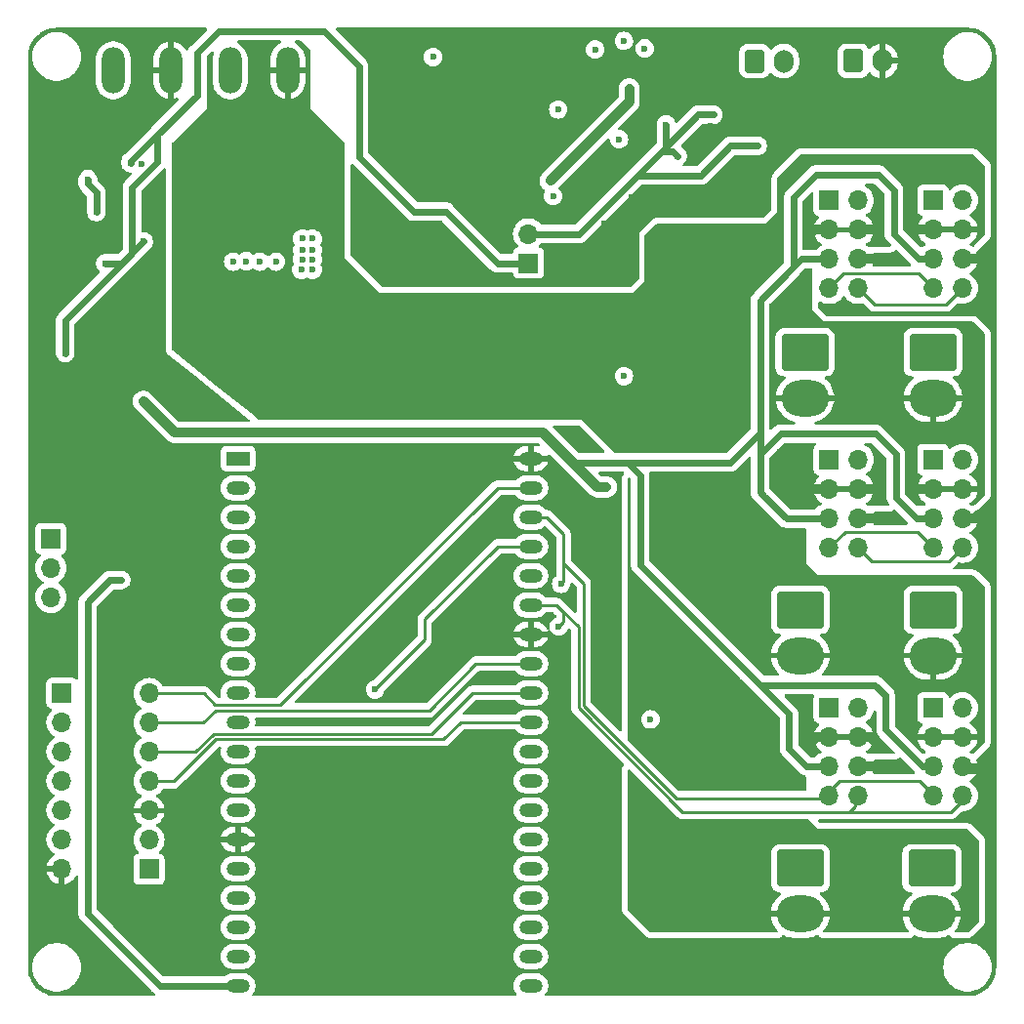
<source format=gbl>
G04 #@! TF.GenerationSoftware,KiCad,Pcbnew,8.0.3-8.0.3-0~ubuntu20.04.1*
G04 #@! TF.CreationDate,2025-01-28T06:04:02-03:00*
G04 #@! TF.ProjectId,hv_pulse_controller,68765f70-756c-4736-955f-636f6e74726f,rev?*
G04 #@! TF.SameCoordinates,Original*
G04 #@! TF.FileFunction,Copper,L4,Bot*
G04 #@! TF.FilePolarity,Positive*
%FSLAX46Y46*%
G04 Gerber Fmt 4.6, Leading zero omitted, Abs format (unit mm)*
G04 Created by KiCad (PCBNEW 8.0.3-8.0.3-0~ubuntu20.04.1) date 2025-01-28 06:04:02*
%MOMM*%
%LPD*%
G01*
G04 APERTURE LIST*
G04 Aperture macros list*
%AMRoundRect*
0 Rectangle with rounded corners*
0 $1 Rounding radius*
0 $2 $3 $4 $5 $6 $7 $8 $9 X,Y pos of 4 corners*
0 Add a 4 corners polygon primitive as box body*
4,1,4,$2,$3,$4,$5,$6,$7,$8,$9,$2,$3,0*
0 Add four circle primitives for the rounded corners*
1,1,$1+$1,$2,$3*
1,1,$1+$1,$4,$5*
1,1,$1+$1,$6,$7*
1,1,$1+$1,$8,$9*
0 Add four rect primitives between the rounded corners*
20,1,$1+$1,$2,$3,$4,$5,0*
20,1,$1+$1,$4,$5,$6,$7,0*
20,1,$1+$1,$6,$7,$8,$9,0*
20,1,$1+$1,$8,$9,$2,$3,0*%
G04 Aperture macros list end*
G04 #@! TA.AperFunction,ComponentPad*
%ADD10R,1.700000X1.700000*%
G04 #@! TD*
G04 #@! TA.AperFunction,ComponentPad*
%ADD11O,1.700000X1.700000*%
G04 #@! TD*
G04 #@! TA.AperFunction,ComponentPad*
%ADD12RoundRect,0.250000X-1.800000X1.330000X-1.800000X-1.330000X1.800000X-1.330000X1.800000X1.330000X0*%
G04 #@! TD*
G04 #@! TA.AperFunction,ComponentPad*
%ADD13O,4.100000X3.160000*%
G04 #@! TD*
G04 #@! TA.AperFunction,ComponentPad*
%ADD14O,2.000000X4.000000*%
G04 #@! TD*
G04 #@! TA.AperFunction,ComponentPad*
%ADD15RoundRect,0.250000X-0.600000X-0.750000X0.600000X-0.750000X0.600000X0.750000X-0.600000X0.750000X0*%
G04 #@! TD*
G04 #@! TA.AperFunction,ComponentPad*
%ADD16O,1.700000X2.000000*%
G04 #@! TD*
G04 #@! TA.AperFunction,ComponentPad*
%ADD17R,2.000000X1.200000*%
G04 #@! TD*
G04 #@! TA.AperFunction,ComponentPad*
%ADD18O,2.000000X1.200000*%
G04 #@! TD*
G04 #@! TA.AperFunction,ViaPad*
%ADD19C,0.600000*%
G04 #@! TD*
G04 #@! TA.AperFunction,Conductor*
%ADD20C,0.609600*%
G04 #@! TD*
G04 #@! TA.AperFunction,Conductor*
%ADD21C,0.812800*%
G04 #@! TD*
G04 #@! TA.AperFunction,Conductor*
%ADD22C,0.254000*%
G04 #@! TD*
G04 APERTURE END LIST*
D10*
X102500000Y-109820000D03*
D11*
X102500000Y-112360000D03*
X102500000Y-114900000D03*
D12*
X167500000Y-138410000D03*
D13*
X167500000Y-142370000D03*
D12*
X167500000Y-116000000D03*
D13*
X167500000Y-119960000D03*
D12*
X179000000Y-116000000D03*
D13*
X179000000Y-119960000D03*
D10*
X170000000Y-124500000D03*
D11*
X172540000Y-124500000D03*
X170000000Y-127040000D03*
X172540000Y-127040000D03*
X170000000Y-129580000D03*
X172540000Y-129580000D03*
X170000000Y-132120000D03*
X172540000Y-132120000D03*
D10*
X170000000Y-80500000D03*
D11*
X172540000Y-80500000D03*
X170000000Y-83040000D03*
X172540000Y-83040000D03*
X170000000Y-85580000D03*
X172540000Y-85580000D03*
X170000000Y-88120000D03*
X172540000Y-88120000D03*
D10*
X143925000Y-85925000D03*
D11*
X143925000Y-83385000D03*
D10*
X179000000Y-80460000D03*
D11*
X181540000Y-80460000D03*
X179000000Y-83000000D03*
X181540000Y-83000000D03*
X179000000Y-85540000D03*
X181540000Y-85540000D03*
X179000000Y-88080000D03*
X181540000Y-88080000D03*
D12*
X178895000Y-138410000D03*
D13*
X178895000Y-142370000D03*
D10*
X179000000Y-124500000D03*
D11*
X181540000Y-124500000D03*
X179000000Y-127040000D03*
X181540000Y-127040000D03*
X179000000Y-129580000D03*
X181540000Y-129580000D03*
X179000000Y-132120000D03*
X181540000Y-132120000D03*
D10*
X111000000Y-138500000D03*
D11*
X111000000Y-135960000D03*
X111000000Y-133420000D03*
X111000000Y-130880000D03*
X111000000Y-128340000D03*
X111000000Y-125800000D03*
X111000000Y-123260000D03*
D12*
X167895000Y-93660000D03*
D13*
X167895000Y-97620000D03*
D12*
X179000000Y-93660000D03*
D13*
X179000000Y-97620000D03*
D10*
X103450000Y-123210000D03*
D11*
X103450000Y-125750000D03*
X103450000Y-128290000D03*
X103450000Y-130830000D03*
X103450000Y-133370000D03*
X103450000Y-135910000D03*
X103450000Y-138450000D03*
D10*
X170000000Y-102960000D03*
D11*
X172540000Y-102960000D03*
X170000000Y-105500000D03*
X172540000Y-105500000D03*
X170000000Y-108040000D03*
X172540000Y-108040000D03*
X170000000Y-110580000D03*
X172540000Y-110580000D03*
D14*
X118050000Y-69200000D03*
X123050000Y-69200000D03*
D10*
X179000000Y-102960000D03*
D11*
X181540000Y-102960000D03*
X179000000Y-105500000D03*
X181540000Y-105500000D03*
X179000000Y-108040000D03*
X181540000Y-108040000D03*
X179000000Y-110580000D03*
X181540000Y-110580000D03*
D15*
X163550000Y-68400000D03*
D16*
X166050000Y-68400000D03*
D15*
X172100000Y-68375000D03*
D16*
X174600000Y-68375000D03*
D17*
X118725000Y-102871560D03*
D18*
X118725000Y-105411560D03*
X118725000Y-107951560D03*
X118725000Y-110491560D03*
X118725000Y-113031560D03*
X118725000Y-115571560D03*
X118725000Y-118111560D03*
X118725000Y-120651560D03*
X118725000Y-123191560D03*
X118725000Y-125731560D03*
X118725000Y-128271560D03*
X118725000Y-130811560D03*
X118725000Y-133351560D03*
X118725000Y-135891560D03*
X118725000Y-138431560D03*
X118725000Y-140971560D03*
X118725000Y-143511560D03*
X118725000Y-146051560D03*
X118725000Y-148591560D03*
X144121320Y-148588840D03*
X144121320Y-146048840D03*
X144125000Y-143511560D03*
X144125000Y-140971560D03*
X144125000Y-138431560D03*
X144125000Y-135891560D03*
X144125000Y-133351560D03*
X144125000Y-130811560D03*
X144125000Y-128271560D03*
X144125000Y-125731560D03*
X144125000Y-123191560D03*
X144125000Y-120651560D03*
X144125000Y-118111560D03*
X144125000Y-115571560D03*
X144125000Y-113031560D03*
X144125000Y-110491560D03*
X144125000Y-107951560D03*
X144125000Y-105411560D03*
X144125000Y-102871560D03*
D14*
X107900000Y-69200000D03*
X112900000Y-69200000D03*
D19*
X163800000Y-75750000D03*
X156850000Y-76650000D03*
X155850000Y-73900000D03*
X159950000Y-73050000D03*
X127700000Y-136400000D03*
X152850000Y-80200000D03*
X107850000Y-77350000D03*
X177469056Y-146323561D03*
X128600000Y-104100000D03*
X150500000Y-82500000D03*
X115700000Y-137700000D03*
X151200000Y-78000000D03*
X106650000Y-102550000D03*
X147300000Y-145100000D03*
X183300000Y-110200000D03*
X116300000Y-98500000D03*
X151400000Y-124600000D03*
X172300000Y-75400000D03*
X152000000Y-87300000D03*
X115200000Y-107800000D03*
X175100000Y-148100000D03*
X138100000Y-117900000D03*
X150800000Y-131900000D03*
X183400000Y-133900000D03*
X101800000Y-71700000D03*
X101300000Y-137300000D03*
X136200000Y-145700000D03*
X182900000Y-129800000D03*
X183000000Y-107700000D03*
X182000000Y-74300000D03*
X132700000Y-106000000D03*
X170300000Y-146200000D03*
X138000000Y-85500000D03*
X114600000Y-146500000D03*
X127400000Y-114900000D03*
X116600000Y-114600000D03*
X104700000Y-106800000D03*
X174400000Y-129700000D03*
X103500000Y-143800000D03*
X111700000Y-86850000D03*
X106750000Y-94600000D03*
X149800000Y-111175000D03*
X106800000Y-91700000D03*
X125600000Y-148200000D03*
X147450000Y-101100000D03*
X133500000Y-85500000D03*
X146500000Y-87400000D03*
X104200000Y-88100000D03*
X159750000Y-74000000D03*
X102200000Y-119500000D03*
X116100000Y-121800000D03*
X108100000Y-137200000D03*
X123900000Y-132100000D03*
X104600000Y-80100000D03*
X146600000Y-122300000D03*
X105400000Y-76300000D03*
X101800000Y-76000000D03*
X167100000Y-72850000D03*
X114300000Y-141900000D03*
X150400000Y-107900000D03*
X135600000Y-121100000D03*
X101200000Y-81600000D03*
X101900000Y-89200000D03*
X155700000Y-146600000D03*
X101200000Y-130000000D03*
X178700000Y-68100000D03*
X183200000Y-85600000D03*
X115800000Y-130900000D03*
X113700000Y-112100000D03*
X174800000Y-108200000D03*
X130200000Y-81500000D03*
X150000000Y-139000000D03*
X111700000Y-82100000D03*
X174500000Y-85800000D03*
X110350000Y-77300000D03*
X114600000Y-119300000D03*
X101900000Y-92000000D03*
X163100000Y-77000000D03*
X150600000Y-120000000D03*
X141500000Y-122000000D03*
X109400000Y-102200000D03*
X111500000Y-91500000D03*
X151100000Y-147700000D03*
X135600000Y-129600000D03*
X164600000Y-148000000D03*
X175200000Y-74450000D03*
X150425000Y-128125000D03*
X101100000Y-104800000D03*
X160150000Y-74900000D03*
X108200000Y-148775000D03*
X157200000Y-80800000D03*
X183700000Y-88800000D03*
X115200000Y-117100000D03*
X105300000Y-98400000D03*
X113550000Y-97100000D03*
X146500000Y-72600000D03*
X152200000Y-66650000D03*
X146050000Y-80100000D03*
X154000000Y-67300000D03*
X151775000Y-75175000D03*
X135650000Y-68050000D03*
X149700000Y-67400000D03*
X152650000Y-70800000D03*
X145800000Y-78800000D03*
X110550000Y-84050000D03*
X103750000Y-93750000D03*
X107200000Y-85950000D03*
X109400000Y-77250000D03*
X150700000Y-105350000D03*
X110500000Y-97900000D03*
X114700000Y-85200000D03*
X160600000Y-84800000D03*
X173800000Y-137400000D03*
X159600000Y-121150000D03*
X174500000Y-103400000D03*
X171800000Y-93300000D03*
X182500000Y-120200000D03*
X117900000Y-94300000D03*
X171400000Y-120700000D03*
X163800000Y-126800000D03*
X176400000Y-100500000D03*
X154700000Y-116200000D03*
X126800000Y-83600000D03*
X182800000Y-122500000D03*
X155400000Y-111000000D03*
X160100000Y-114600000D03*
X172000000Y-142300000D03*
X168200000Y-105700000D03*
X173600000Y-95600000D03*
X137400000Y-91300000D03*
X126800000Y-90100000D03*
X154425000Y-93000000D03*
X168400000Y-127500000D03*
X165700000Y-102300000D03*
X155800000Y-84700000D03*
X158800000Y-99150000D03*
X167100000Y-135100000D03*
X159350000Y-139000000D03*
X158950000Y-111125000D03*
X161325000Y-93550000D03*
X125200000Y-74925000D03*
X157950000Y-92950000D03*
X174400000Y-105700000D03*
X118100000Y-90300000D03*
X177400000Y-105300000D03*
X174260000Y-83040000D03*
X155500000Y-105500000D03*
X177400000Y-82800000D03*
X161600000Y-105800000D03*
X120600000Y-72200000D03*
X155100000Y-141700000D03*
X154250000Y-121050000D03*
X165500000Y-85200000D03*
X166600000Y-110300000D03*
X177500000Y-78000000D03*
X176900000Y-122900000D03*
X177200000Y-126500000D03*
X182700000Y-116300000D03*
X143600000Y-97900000D03*
X167100000Y-77900000D03*
X174400000Y-127800000D03*
X159000000Y-127550000D03*
X158050000Y-121650000D03*
X171200000Y-115000000D03*
X168000000Y-124300000D03*
X154800000Y-135800000D03*
X115000000Y-79200000D03*
X147400000Y-91500000D03*
X168300000Y-83400000D03*
X130000000Y-97300000D03*
X167300000Y-88800000D03*
X120625000Y-85800000D03*
X119450000Y-85775000D03*
X124300000Y-84800000D03*
X124200000Y-86500000D03*
X154500000Y-125500000D03*
X125200000Y-86500000D03*
X152200000Y-95725000D03*
X125200000Y-83800000D03*
X124300000Y-85600000D03*
X124300000Y-83800000D03*
X122025000Y-85800000D03*
X125200000Y-84800000D03*
X125200000Y-85600000D03*
X118300000Y-85800000D03*
X108600000Y-113400000D03*
X146550000Y-117425000D03*
X146750000Y-113750000D03*
X130600000Y-122900000D03*
X106450000Y-81500000D03*
X105700000Y-78650000D03*
D20*
X105675000Y-142325000D02*
X111941560Y-148591560D01*
X108600000Y-113400000D02*
X107600000Y-113400000D01*
X107600000Y-113400000D02*
X105675000Y-115325000D01*
X105675000Y-115325000D02*
X105675000Y-142325000D01*
X111941560Y-148591560D02*
X118725000Y-148591560D01*
X155850000Y-73900000D02*
X155850000Y-75850000D01*
X158650000Y-73050000D02*
X155850000Y-75850000D01*
X156850000Y-76650000D02*
X156400000Y-76200000D01*
X163800000Y-75750000D02*
X161438160Y-75750000D01*
X148315000Y-83385000D02*
X143925000Y-83385000D01*
X158863160Y-78325000D02*
X153375000Y-78325000D01*
X155500000Y-76200000D02*
X153375000Y-78325000D01*
X153375000Y-78325000D02*
X148315000Y-83385000D01*
X161438160Y-75750000D02*
X158863160Y-78325000D01*
X156400000Y-76200000D02*
X155500000Y-76200000D01*
X159950000Y-73050000D02*
X158650000Y-73050000D01*
X155850000Y-75850000D02*
X155500000Y-76200000D01*
D21*
X182880000Y-129780000D02*
X182900000Y-129800000D01*
X181540000Y-129780000D02*
X182880000Y-129780000D01*
X183140000Y-85540000D02*
X183200000Y-85600000D01*
X174280000Y-85580000D02*
X174500000Y-85800000D01*
X182660000Y-108040000D02*
X183000000Y-107700000D01*
X174280000Y-129580000D02*
X174400000Y-129700000D01*
X172540000Y-129580000D02*
X174280000Y-129580000D01*
X172540000Y-108040000D02*
X174640000Y-108040000D01*
X174640000Y-108040000D02*
X174800000Y-108200000D01*
X181540000Y-85540000D02*
X183140000Y-85540000D01*
X172540000Y-85580000D02*
X174280000Y-85580000D01*
X181540000Y-108040000D02*
X182660000Y-108040000D01*
X152650000Y-70800000D02*
X152650000Y-71950000D01*
X152650000Y-71950000D02*
X145800000Y-78800000D01*
D20*
X110550000Y-84050000D02*
X109525000Y-85075000D01*
X141225000Y-85925000D02*
X143925000Y-85925000D01*
X133950000Y-81450000D02*
X136750000Y-81450000D01*
X115150000Y-67700000D02*
X117045200Y-65804800D01*
X109400000Y-77111840D02*
X111730920Y-74780920D01*
X103750000Y-90850000D02*
X103750000Y-93750000D01*
X109400000Y-77250000D02*
X109400000Y-77111840D01*
X109525000Y-85075000D02*
X108650000Y-85950000D01*
X109525000Y-79325000D02*
X109525000Y-85075000D01*
X111730920Y-74780920D02*
X111730920Y-77119080D01*
X108650000Y-85950000D02*
X107200000Y-85950000D01*
X111730920Y-74780920D02*
X115150000Y-71361840D01*
X129200000Y-76700000D02*
X133950000Y-81450000D01*
X136750000Y-81450000D02*
X141225000Y-85925000D01*
X108650000Y-85950000D02*
X103750000Y-90850000D01*
X129200000Y-68850000D02*
X129200000Y-76700000D01*
X117045200Y-65804800D02*
X126154800Y-65804800D01*
X115150000Y-71361840D02*
X115150000Y-67700000D01*
X111730920Y-77119080D02*
X109525000Y-79325000D01*
X126154800Y-65804800D02*
X129200000Y-68850000D01*
D21*
X149900000Y-105350000D02*
X150700000Y-105350000D01*
X113200000Y-100600000D02*
X145150000Y-100600000D01*
D20*
X153600000Y-112100000D02*
X153600000Y-104300000D01*
X163000000Y-121500000D02*
X166500000Y-125000000D01*
X161400000Y-103200000D02*
X164000000Y-100600000D01*
X174900000Y-123425000D02*
X173975000Y-122500000D01*
X168825000Y-78250000D02*
X166900000Y-80175000D01*
X170000000Y-85580000D02*
X167570000Y-85580000D01*
X164000000Y-122500000D02*
X163000000Y-121500000D01*
X167570000Y-85580000D02*
X166350000Y-86800000D01*
D21*
X110500000Y-97900000D02*
X113200000Y-100600000D01*
D20*
X166900000Y-80175000D02*
X166900000Y-86250000D01*
X179000000Y-108080000D02*
X177580000Y-108080000D01*
X174000000Y-100700000D02*
X165800000Y-100700000D01*
X166350000Y-86800000D02*
X164000000Y-89150000D01*
X174900000Y-126375000D02*
X174900000Y-123425000D01*
X179000000Y-85580000D02*
X177780000Y-85580000D01*
X152500000Y-103200000D02*
X161400000Y-103200000D01*
X175600000Y-79575000D02*
X174275000Y-78250000D01*
X166280000Y-108080000D02*
X164312500Y-106112500D01*
X170000000Y-108080000D02*
X166280000Y-108080000D01*
X177580000Y-108080000D02*
X175800000Y-106300000D01*
X175800000Y-106300000D02*
X175800000Y-102500000D01*
X177780000Y-85580000D02*
X175600000Y-83400000D01*
X166500000Y-125000000D02*
X166500000Y-128025000D01*
X166500000Y-128025000D02*
X168055000Y-129580000D01*
X164000000Y-105800000D02*
X164312500Y-106112500D01*
D21*
X145150000Y-100600000D02*
X147750000Y-103200000D01*
D20*
X179275000Y-129580000D02*
X178105000Y-129580000D01*
X178105000Y-129580000D02*
X174900000Y-126375000D01*
X164000000Y-89150000D02*
X164000000Y-100600000D01*
X174275000Y-78250000D02*
X168825000Y-78250000D01*
X175600000Y-83400000D02*
X175600000Y-79575000D01*
X166900000Y-86250000D02*
X166350000Y-86800000D01*
X163000000Y-121500000D02*
X153600000Y-112100000D01*
X147750000Y-103200000D02*
X152500000Y-103200000D01*
X165800000Y-100700000D02*
X164000000Y-102500000D01*
X164000000Y-100600000D02*
X164000000Y-105800000D01*
D21*
X147750000Y-103200000D02*
X149900000Y-105350000D01*
D20*
X173975000Y-122500000D02*
X164000000Y-122500000D01*
X175800000Y-102500000D02*
X174000000Y-100700000D01*
X153600000Y-104300000D02*
X152500000Y-103200000D01*
X168055000Y-129580000D02*
X169700000Y-129580000D01*
D21*
X170000000Y-127040000D02*
X168860000Y-127040000D01*
X168660000Y-83040000D02*
X168300000Y-83400000D01*
X172540000Y-105500000D02*
X174200000Y-105500000D01*
X168860000Y-127040000D02*
X168400000Y-127500000D01*
X179000000Y-83000000D02*
X177600000Y-83000000D01*
X168400000Y-105500000D02*
X168200000Y-105700000D01*
X173640000Y-127040000D02*
X174400000Y-127800000D01*
X170000000Y-83040000D02*
X168660000Y-83040000D01*
X170000000Y-105500000D02*
X168400000Y-105500000D01*
X174260000Y-83040000D02*
X172540000Y-83040000D01*
X177600000Y-83000000D02*
X177400000Y-82800000D01*
X172540000Y-127040000D02*
X173640000Y-127040000D01*
X177600000Y-105500000D02*
X177400000Y-105300000D01*
X174200000Y-105500000D02*
X174400000Y-105700000D01*
X179000000Y-105500000D02*
X177600000Y-105500000D01*
D22*
X180363000Y-111797000D02*
X181540000Y-110620000D01*
X148250000Y-117500000D02*
X146321560Y-115571560D01*
X146950000Y-116200000D02*
X146321560Y-115571560D01*
X146550000Y-117425000D02*
X146950000Y-117025000D01*
X172240000Y-132340000D02*
X172240000Y-133010000D01*
X146950000Y-117025000D02*
X146950000Y-116200000D01*
X173717000Y-111797000D02*
X180363000Y-111797000D01*
X171733000Y-133517000D02*
X157267000Y-133517000D01*
X145300000Y-115571560D02*
X144125000Y-115571560D01*
X180160000Y-89500000D02*
X181540000Y-88120000D01*
X173920000Y-89500000D02*
X180160000Y-89500000D01*
X172240000Y-133010000D02*
X171733000Y-133517000D01*
X146321560Y-115571560D02*
X145300000Y-115571560D01*
X157267000Y-133517000D02*
X148250000Y-124500000D01*
X180568000Y-133517000D02*
X181815000Y-132270000D01*
X171733000Y-133517000D02*
X180568000Y-133517000D01*
X172540000Y-110620000D02*
X173717000Y-111797000D01*
X172540000Y-88120000D02*
X173920000Y-89500000D01*
X148250000Y-124500000D02*
X148250000Y-117500000D01*
X146750000Y-113750000D02*
X146950000Y-113550000D01*
X169700000Y-132340000D02*
X169700000Y-132050000D01*
X177637000Y-109257000D02*
X179000000Y-110620000D01*
X146950000Y-111950000D02*
X148704000Y-113704000D01*
X169700000Y-132050000D02*
X170900000Y-130850000D01*
X146950000Y-109400000D02*
X145501560Y-107951560D01*
X179000000Y-88120000D02*
X177730000Y-86850000D01*
X170000000Y-110620000D02*
X171363000Y-109257000D01*
X146950000Y-111950000D02*
X146950000Y-109400000D01*
X171363000Y-109257000D02*
X177637000Y-109257000D01*
X177730000Y-86850000D02*
X171270000Y-86850000D01*
X145501560Y-107951560D02*
X144125000Y-107951560D01*
X148704000Y-113704000D02*
X148704000Y-124311948D01*
X171270000Y-86850000D02*
X170000000Y-88120000D01*
X170900000Y-130850000D02*
X177855000Y-130850000D01*
X148704000Y-124311948D02*
X156732052Y-132340000D01*
X156732052Y-132340000D02*
X169700000Y-132340000D01*
X177855000Y-130850000D02*
X179275000Y-132270000D01*
X146950000Y-113550000D02*
X146950000Y-111950000D01*
X130600000Y-122900000D02*
X134909137Y-118590863D01*
X134909137Y-116807423D02*
X141225000Y-110491560D01*
X134909137Y-118590863D02*
X134909137Y-116807423D01*
X141225000Y-110491560D02*
X144125000Y-110491560D01*
X122390560Y-124246000D02*
X116746000Y-124246000D01*
X144125000Y-105411560D02*
X141225000Y-105411560D01*
X115760000Y-123260000D02*
X111000000Y-123260000D01*
X141225000Y-105411560D02*
X122390560Y-124246000D01*
X116746000Y-124246000D02*
X115760000Y-123260000D01*
X115017948Y-128340000D02*
X116607948Y-126750000D01*
X135500000Y-126750000D02*
X139058440Y-123191560D01*
X139058440Y-123191560D02*
X144125000Y-123191560D01*
X111000000Y-128340000D02*
X115017948Y-128340000D01*
X116607948Y-126750000D02*
X135500000Y-126750000D01*
X135300000Y-124700000D02*
X139348440Y-120651560D01*
X115700000Y-125800000D02*
X116800000Y-124700000D01*
X116800000Y-124700000D02*
X135300000Y-124700000D01*
X111000000Y-125800000D02*
X115700000Y-125800000D01*
X139348440Y-120651560D02*
X144125000Y-120651560D01*
X116796000Y-127204000D02*
X136546000Y-127204000D01*
X111000000Y-130880000D02*
X113120000Y-130880000D01*
X136546000Y-127204000D02*
X138018440Y-125731560D01*
X138018440Y-125731560D02*
X144125000Y-125731560D01*
X113120000Y-130880000D02*
X116796000Y-127204000D01*
D20*
X106450000Y-79800000D02*
X106450000Y-81500000D01*
X105700000Y-79050000D02*
X106450000Y-79800000D01*
X105700000Y-78650000D02*
X105700000Y-79050000D01*
G04 #@! TA.AperFunction,Conductor*
G36*
X152705203Y-129843068D02*
G01*
X152711681Y-129849100D01*
X156779589Y-133917008D01*
X156866992Y-134004411D01*
X156866994Y-134004413D01*
X156866996Y-134004414D01*
X156969756Y-134073076D01*
X156969758Y-134073077D01*
X156969767Y-134073083D01*
X156984668Y-134079255D01*
X157083966Y-134120386D01*
X157205192Y-134144499D01*
X157205196Y-134144500D01*
X168093138Y-134144500D01*
X168160177Y-134164185D01*
X168180819Y-134180819D01*
X169000000Y-135000000D01*
X181948638Y-135000000D01*
X182015677Y-135019685D01*
X182036319Y-135036319D01*
X182963681Y-135963681D01*
X182997166Y-136025004D01*
X183000000Y-136051362D01*
X183000000Y-142948638D01*
X182980315Y-143015677D01*
X182963681Y-143036319D01*
X182036319Y-143963681D01*
X181974996Y-143997166D01*
X181948638Y-144000000D01*
X180975927Y-144000000D01*
X180908888Y-143980315D01*
X180863133Y-143927511D01*
X180853189Y-143858353D01*
X180882214Y-143794797D01*
X180888246Y-143788319D01*
X180932174Y-143744391D01*
X180932181Y-143744382D01*
X181098168Y-143528066D01*
X181234496Y-143291937D01*
X181234500Y-143291927D01*
X181338840Y-143040029D01*
X181409411Y-142776655D01*
X181430035Y-142620000D01*
X179711480Y-142620000D01*
X179712335Y-142617936D01*
X179745000Y-142453718D01*
X179745000Y-142286282D01*
X179712335Y-142122064D01*
X179711480Y-142120000D01*
X181430034Y-142120000D01*
X181409411Y-141963344D01*
X181338840Y-141699970D01*
X181234500Y-141448072D01*
X181234496Y-141448062D01*
X181098168Y-141211933D01*
X180932181Y-140995617D01*
X180932174Y-140995609D01*
X180739391Y-140802826D01*
X180739382Y-140802818D01*
X180622166Y-140712874D01*
X180580964Y-140656446D01*
X180576809Y-140586700D01*
X180611022Y-140525780D01*
X180672739Y-140493028D01*
X180697652Y-140490499D01*
X180745008Y-140490499D01*
X180847797Y-140479999D01*
X181014334Y-140424814D01*
X181163656Y-140332712D01*
X181287712Y-140208656D01*
X181379814Y-140059334D01*
X181434999Y-139892797D01*
X181445500Y-139790009D01*
X181445499Y-137029992D01*
X181434999Y-136927203D01*
X181379814Y-136760666D01*
X181287712Y-136611344D01*
X181163656Y-136487288D01*
X181014334Y-136395186D01*
X180847797Y-136340001D01*
X180847795Y-136340000D01*
X180745010Y-136329500D01*
X177044998Y-136329500D01*
X177044981Y-136329501D01*
X176942203Y-136340000D01*
X176942200Y-136340001D01*
X176775668Y-136395185D01*
X176775663Y-136395187D01*
X176626342Y-136487289D01*
X176502289Y-136611342D01*
X176410187Y-136760663D01*
X176410186Y-136760666D01*
X176355001Y-136927203D01*
X176355001Y-136927204D01*
X176355000Y-136927204D01*
X176344500Y-137029983D01*
X176344500Y-139790001D01*
X176344501Y-139790018D01*
X176355000Y-139892796D01*
X176355001Y-139892799D01*
X176356777Y-139898158D01*
X176410186Y-140059334D01*
X176502288Y-140208656D01*
X176626344Y-140332712D01*
X176775666Y-140424814D01*
X176942203Y-140479999D01*
X177044991Y-140490500D01*
X177092347Y-140490499D01*
X177159383Y-140510182D01*
X177205139Y-140562985D01*
X177215084Y-140632144D01*
X177186061Y-140695700D01*
X177167833Y-140712874D01*
X177050617Y-140802818D01*
X176857818Y-140995617D01*
X176691831Y-141211933D01*
X176555503Y-141448062D01*
X176555499Y-141448072D01*
X176451159Y-141699970D01*
X176380588Y-141963344D01*
X176359965Y-142120000D01*
X178078520Y-142120000D01*
X178077665Y-142122064D01*
X178045000Y-142286282D01*
X178045000Y-142453718D01*
X178077665Y-142617936D01*
X178078520Y-142620000D01*
X176359965Y-142620000D01*
X176380588Y-142776655D01*
X176451159Y-143040029D01*
X176555499Y-143291927D01*
X176555503Y-143291937D01*
X176691831Y-143528066D01*
X176857818Y-143744382D01*
X176857826Y-143744391D01*
X176901754Y-143788319D01*
X176935239Y-143849642D01*
X176930255Y-143919334D01*
X176888383Y-143975267D01*
X176822919Y-143999684D01*
X176814073Y-144000000D01*
X169580927Y-144000000D01*
X169513888Y-143980315D01*
X169468133Y-143927511D01*
X169458189Y-143858353D01*
X169487214Y-143794797D01*
X169493246Y-143788319D01*
X169537174Y-143744391D01*
X169537181Y-143744382D01*
X169703168Y-143528066D01*
X169839496Y-143291937D01*
X169839500Y-143291927D01*
X169943840Y-143040029D01*
X170014411Y-142776655D01*
X170035035Y-142620000D01*
X168316480Y-142620000D01*
X168317335Y-142617936D01*
X168350000Y-142453718D01*
X168350000Y-142286282D01*
X168317335Y-142122064D01*
X168316480Y-142120000D01*
X170035034Y-142120000D01*
X170014411Y-141963344D01*
X169943840Y-141699970D01*
X169839500Y-141448072D01*
X169839496Y-141448062D01*
X169703168Y-141211933D01*
X169537181Y-140995617D01*
X169537174Y-140995609D01*
X169344391Y-140802826D01*
X169344382Y-140802818D01*
X169227166Y-140712874D01*
X169185964Y-140656446D01*
X169181809Y-140586700D01*
X169216022Y-140525780D01*
X169277739Y-140493028D01*
X169302652Y-140490499D01*
X169350008Y-140490499D01*
X169452797Y-140479999D01*
X169619334Y-140424814D01*
X169768656Y-140332712D01*
X169892712Y-140208656D01*
X169984814Y-140059334D01*
X170039999Y-139892797D01*
X170050500Y-139790009D01*
X170050499Y-137029992D01*
X170039999Y-136927203D01*
X169984814Y-136760666D01*
X169892712Y-136611344D01*
X169768656Y-136487288D01*
X169619334Y-136395186D01*
X169452797Y-136340001D01*
X169452795Y-136340000D01*
X169350010Y-136329500D01*
X165649998Y-136329500D01*
X165649981Y-136329501D01*
X165547203Y-136340000D01*
X165547200Y-136340001D01*
X165380668Y-136395185D01*
X165380663Y-136395187D01*
X165231342Y-136487289D01*
X165107289Y-136611342D01*
X165015187Y-136760663D01*
X165015186Y-136760666D01*
X164960001Y-136927203D01*
X164960001Y-136927204D01*
X164960000Y-136927204D01*
X164949500Y-137029983D01*
X164949500Y-139790001D01*
X164949501Y-139790018D01*
X164960000Y-139892796D01*
X164960001Y-139892799D01*
X164961777Y-139898158D01*
X165015186Y-140059334D01*
X165107288Y-140208656D01*
X165231344Y-140332712D01*
X165380666Y-140424814D01*
X165547203Y-140479999D01*
X165649991Y-140490500D01*
X165697347Y-140490499D01*
X165764383Y-140510182D01*
X165810139Y-140562985D01*
X165820084Y-140632144D01*
X165791061Y-140695700D01*
X165772833Y-140712874D01*
X165655617Y-140802818D01*
X165462818Y-140995617D01*
X165296831Y-141211933D01*
X165160503Y-141448062D01*
X165160499Y-141448072D01*
X165056159Y-141699970D01*
X164985588Y-141963344D01*
X164964965Y-142120000D01*
X166683520Y-142120000D01*
X166682665Y-142122064D01*
X166650000Y-142286282D01*
X166650000Y-142453718D01*
X166682665Y-142617936D01*
X166683520Y-142620000D01*
X164964965Y-142620000D01*
X164985588Y-142776655D01*
X165056159Y-143040029D01*
X165160499Y-143291927D01*
X165160503Y-143291937D01*
X165296831Y-143528066D01*
X165462818Y-143744382D01*
X165462826Y-143744391D01*
X165506754Y-143788319D01*
X165540239Y-143849642D01*
X165535255Y-143919334D01*
X165493383Y-143975267D01*
X165427919Y-143999684D01*
X165419073Y-144000000D01*
X154551362Y-144000000D01*
X154484323Y-143980315D01*
X154463681Y-143963681D01*
X152536319Y-142036319D01*
X152502834Y-141974996D01*
X152500000Y-141948638D01*
X152500000Y-129936781D01*
X152519685Y-129869742D01*
X152572489Y-129823987D01*
X152641647Y-129814043D01*
X152705203Y-129843068D01*
G37*
G04 #@! TD.AperFunction*
G04 #@! TA.AperFunction,Conductor*
G36*
X152705203Y-104544515D02*
G01*
X152711681Y-104550547D01*
X152758381Y-104597247D01*
X152791866Y-104658570D01*
X152794700Y-104684928D01*
X152794700Y-112015549D01*
X152794699Y-112015575D01*
X152794699Y-112020685D01*
X152794699Y-112179315D01*
X152821616Y-112314632D01*
X152825647Y-112334897D01*
X152825648Y-112334901D01*
X152886348Y-112481446D01*
X152886355Y-112481459D01*
X152974481Y-112613348D01*
X152974484Y-112613352D01*
X153090970Y-112729838D01*
X153090992Y-112729858D01*
X162374483Y-122013349D01*
X163490970Y-123129838D01*
X163490992Y-123129858D01*
X165658381Y-125297247D01*
X165691866Y-125358570D01*
X165694700Y-125384928D01*
X165694700Y-127940549D01*
X165694699Y-127940575D01*
X165694699Y-127945685D01*
X165694699Y-128104315D01*
X165694699Y-128104317D01*
X165694698Y-128104317D01*
X165718574Y-128224341D01*
X165722671Y-128244937D01*
X165724908Y-128256183D01*
X165725647Y-128259898D01*
X165725647Y-128259899D01*
X165786348Y-128406446D01*
X165786355Y-128406459D01*
X165874481Y-128538348D01*
X165874484Y-128538352D01*
X165990970Y-128654838D01*
X165990992Y-128654858D01*
X167426356Y-130090222D01*
X167426385Y-130090253D01*
X167541650Y-130205518D01*
X167648055Y-130276615D01*
X167673547Y-130293648D01*
X167783721Y-130339283D01*
X167783724Y-130339284D01*
X167783725Y-130339285D01*
X167820100Y-130354352D01*
X167820109Y-130354355D01*
X167900191Y-130370284D01*
X167962102Y-130402669D01*
X167996676Y-130463384D01*
X168000000Y-130491901D01*
X168000000Y-131588500D01*
X167980315Y-131655539D01*
X167927511Y-131701294D01*
X167876000Y-131712500D01*
X157043333Y-131712500D01*
X156976294Y-131692815D01*
X156955652Y-131676181D01*
X152536319Y-127256848D01*
X152502834Y-127195525D01*
X152500000Y-127169167D01*
X152500000Y-125499996D01*
X153694435Y-125499996D01*
X153694435Y-125500003D01*
X153714630Y-125679249D01*
X153714631Y-125679254D01*
X153774211Y-125849523D01*
X153869950Y-126001890D01*
X153870184Y-126002262D01*
X153997738Y-126129816D01*
X154150478Y-126225789D01*
X154320745Y-126285368D01*
X154320750Y-126285369D01*
X154499996Y-126305565D01*
X154500000Y-126305565D01*
X154500004Y-126305565D01*
X154679249Y-126285369D01*
X154679252Y-126285368D01*
X154679255Y-126285368D01*
X154849522Y-126225789D01*
X155002262Y-126129816D01*
X155129816Y-126002262D01*
X155225789Y-125849522D01*
X155285368Y-125679255D01*
X155286554Y-125668730D01*
X155305565Y-125500003D01*
X155305565Y-125499996D01*
X155285369Y-125320750D01*
X155285368Y-125320745D01*
X155277146Y-125297247D01*
X155225789Y-125150478D01*
X155129816Y-124997738D01*
X155002262Y-124870184D01*
X154849523Y-124774211D01*
X154679254Y-124714631D01*
X154679249Y-124714630D01*
X154500004Y-124694435D01*
X154499996Y-124694435D01*
X154320750Y-124714630D01*
X154320745Y-124714631D01*
X154150476Y-124774211D01*
X153997737Y-124870184D01*
X153870184Y-124997737D01*
X153774211Y-125150476D01*
X153714631Y-125320745D01*
X153714630Y-125320750D01*
X153694435Y-125499996D01*
X152500000Y-125499996D01*
X152500000Y-104638228D01*
X152519685Y-104571189D01*
X152572489Y-104525434D01*
X152641647Y-104515490D01*
X152705203Y-104544515D01*
G37*
G04 #@! TD.AperFunction*
G04 #@! TA.AperFunction,Conductor*
G36*
X168632831Y-123324985D02*
G01*
X168678586Y-123377789D01*
X168688530Y-123446947D01*
X168681974Y-123472633D01*
X168655908Y-123542517D01*
X168649501Y-123602116D01*
X168649500Y-123602135D01*
X168649500Y-125397870D01*
X168649501Y-125397876D01*
X168655908Y-125457483D01*
X168706202Y-125592328D01*
X168706206Y-125592335D01*
X168792452Y-125707544D01*
X168792455Y-125707547D01*
X168907664Y-125793793D01*
X168907671Y-125793797D01*
X168907674Y-125793798D01*
X169039598Y-125843002D01*
X169095531Y-125884873D01*
X169119949Y-125950337D01*
X169105098Y-126018610D01*
X169083947Y-126046865D01*
X168961886Y-126168926D01*
X168826400Y-126362420D01*
X168826399Y-126362422D01*
X168726570Y-126576507D01*
X168726567Y-126576513D01*
X168669364Y-126789999D01*
X168669364Y-126790000D01*
X169566988Y-126790000D01*
X169534075Y-126847007D01*
X169500000Y-126974174D01*
X169500000Y-127105826D01*
X169534075Y-127232993D01*
X169566988Y-127290000D01*
X168669364Y-127290000D01*
X168726567Y-127503486D01*
X168726570Y-127503492D01*
X168826399Y-127717578D01*
X168961894Y-127911082D01*
X169128917Y-128078105D01*
X169314595Y-128208119D01*
X169358219Y-128262696D01*
X169365412Y-128332195D01*
X169333890Y-128394549D01*
X169314595Y-128411268D01*
X169219902Y-128477574D01*
X169153696Y-128499902D01*
X169148778Y-128500000D01*
X168999999Y-128500000D01*
X168761619Y-128738381D01*
X168700296Y-128771866D01*
X168673938Y-128774700D01*
X168439928Y-128774700D01*
X168372889Y-128755015D01*
X168352247Y-128738381D01*
X167341619Y-127727753D01*
X167308134Y-127666430D01*
X167305300Y-127640072D01*
X167305300Y-124920690D01*
X167305300Y-124920685D01*
X167304236Y-124915333D01*
X167295255Y-124870184D01*
X167274354Y-124765107D01*
X167274353Y-124765106D01*
X167274353Y-124765102D01*
X167252339Y-124711956D01*
X167240360Y-124683035D01*
X167213651Y-124618553D01*
X167213644Y-124618540D01*
X167125518Y-124486651D01*
X167125515Y-124486647D01*
X167010253Y-124371385D01*
X167010222Y-124371356D01*
X166155847Y-123516981D01*
X166122362Y-123455658D01*
X166127346Y-123385966D01*
X166169218Y-123330033D01*
X166234682Y-123305616D01*
X166243528Y-123305300D01*
X168565792Y-123305300D01*
X168632831Y-123324985D01*
G37*
G04 #@! TD.AperFunction*
G04 #@! TA.AperFunction,Conductor*
G36*
X174019512Y-124743597D02*
G01*
X174073390Y-124788082D01*
X174094665Y-124854634D01*
X174094700Y-124857586D01*
X174094700Y-126290549D01*
X174094699Y-126290575D01*
X174094699Y-126295685D01*
X174094699Y-126454315D01*
X174094699Y-126454317D01*
X174094698Y-126454317D01*
X174117107Y-126566965D01*
X174117107Y-126566966D01*
X174125645Y-126609889D01*
X174125648Y-126609901D01*
X174186348Y-126756446D01*
X174186355Y-126756459D01*
X174274481Y-126888348D01*
X174274484Y-126888352D01*
X174390970Y-127004838D01*
X174390992Y-127004858D01*
X175674453Y-128288319D01*
X175707938Y-128349642D01*
X175702954Y-128419334D01*
X175661082Y-128475267D01*
X175595618Y-128499684D01*
X175586772Y-128500000D01*
X173391223Y-128500000D01*
X173324184Y-128480315D01*
X173320112Y-128477584D01*
X173225405Y-128411269D01*
X173181780Y-128356692D01*
X173174588Y-128287193D01*
X173206110Y-128224838D01*
X173225405Y-128208119D01*
X173411082Y-128078105D01*
X173578105Y-127911082D01*
X173713600Y-127717578D01*
X173813429Y-127503492D01*
X173813432Y-127503486D01*
X173870636Y-127290000D01*
X172973012Y-127290000D01*
X173005925Y-127232993D01*
X173040000Y-127105826D01*
X173040000Y-126974174D01*
X173005925Y-126847007D01*
X172973012Y-126790000D01*
X173870636Y-126790000D01*
X173870635Y-126789999D01*
X173813432Y-126576513D01*
X173813429Y-126576507D01*
X173713600Y-126362422D01*
X173713599Y-126362420D01*
X173578113Y-126168926D01*
X173578108Y-126168920D01*
X173411078Y-126001890D01*
X173225405Y-125871879D01*
X173181780Y-125817302D01*
X173174588Y-125747804D01*
X173206110Y-125685449D01*
X173225406Y-125668730D01*
X173299334Y-125616965D01*
X173411401Y-125538495D01*
X173578495Y-125371401D01*
X173714035Y-125177830D01*
X173813903Y-124963663D01*
X173850925Y-124825492D01*
X173887290Y-124765833D01*
X173950136Y-124735303D01*
X174019512Y-124743597D01*
G37*
G04 #@! TD.AperFunction*
G04 #@! TA.AperFunction,Conductor*
G36*
X163114034Y-102727345D02*
G01*
X163169967Y-102769217D01*
X163194384Y-102834681D01*
X163194700Y-102843527D01*
X163194700Y-105715549D01*
X163194699Y-105715575D01*
X163194699Y-105879317D01*
X163204406Y-105928115D01*
X163218805Y-106000500D01*
X163225647Y-106034897D01*
X163225647Y-106034898D01*
X163286348Y-106181446D01*
X163286355Y-106181459D01*
X163374481Y-106313348D01*
X163374484Y-106313352D01*
X163490970Y-106429838D01*
X163490992Y-106429858D01*
X165651356Y-108590222D01*
X165651385Y-108590253D01*
X165766650Y-108705518D01*
X165824894Y-108744435D01*
X165898547Y-108793648D01*
X166019346Y-108843684D01*
X166019347Y-108843685D01*
X166045098Y-108854351D01*
X166045103Y-108854353D01*
X166200679Y-108885299D01*
X166200682Y-108885300D01*
X166200684Y-108885300D01*
X166200685Y-108885300D01*
X167876000Y-108885300D01*
X167943039Y-108904985D01*
X167988794Y-108957789D01*
X168000000Y-109009300D01*
X168000000Y-112000000D01*
X169000000Y-113000000D01*
X182448638Y-113000000D01*
X182515677Y-113019685D01*
X182536319Y-113036319D01*
X183463681Y-113963681D01*
X183497166Y-114025004D01*
X183500000Y-114051362D01*
X183500000Y-127448638D01*
X183480315Y-127515677D01*
X183463681Y-127536319D01*
X182536319Y-128463681D01*
X182474996Y-128497166D01*
X182448638Y-128500000D01*
X182391223Y-128500000D01*
X182324184Y-128480315D01*
X182320112Y-128477584D01*
X182225405Y-128411269D01*
X182181780Y-128356692D01*
X182174588Y-128287193D01*
X182206110Y-128224838D01*
X182225405Y-128208119D01*
X182411082Y-128078105D01*
X182578105Y-127911082D01*
X182713600Y-127717578D01*
X182813429Y-127503492D01*
X182813432Y-127503486D01*
X182870636Y-127290000D01*
X181973012Y-127290000D01*
X182005925Y-127232993D01*
X182040000Y-127105826D01*
X182040000Y-126974174D01*
X182005925Y-126847007D01*
X181973012Y-126790000D01*
X182870636Y-126790000D01*
X182870635Y-126789999D01*
X182813432Y-126576513D01*
X182813429Y-126576507D01*
X182713600Y-126362422D01*
X182713599Y-126362420D01*
X182578113Y-126168926D01*
X182578108Y-126168920D01*
X182411078Y-126001890D01*
X182225405Y-125871879D01*
X182181780Y-125817302D01*
X182174588Y-125747804D01*
X182206110Y-125685449D01*
X182225406Y-125668730D01*
X182299334Y-125616965D01*
X182411401Y-125538495D01*
X182578495Y-125371401D01*
X182714035Y-125177830D01*
X182813903Y-124963663D01*
X182875063Y-124735408D01*
X182895659Y-124500000D01*
X182875063Y-124264592D01*
X182813903Y-124036337D01*
X182714035Y-123822171D01*
X182709773Y-123816083D01*
X182578494Y-123628597D01*
X182411402Y-123461506D01*
X182411395Y-123461501D01*
X182403050Y-123455658D01*
X182334518Y-123407671D01*
X182217834Y-123325967D01*
X182217830Y-123325965D01*
X182208905Y-123321803D01*
X182003663Y-123226097D01*
X182003659Y-123226096D01*
X182003655Y-123226094D01*
X181775413Y-123164938D01*
X181775403Y-123164936D01*
X181540001Y-123144341D01*
X181539999Y-123144341D01*
X181304596Y-123164936D01*
X181304586Y-123164938D01*
X181076344Y-123226094D01*
X181076335Y-123226098D01*
X180862171Y-123325964D01*
X180862169Y-123325965D01*
X180668600Y-123461503D01*
X180546673Y-123583430D01*
X180485350Y-123616914D01*
X180415658Y-123611930D01*
X180359725Y-123570058D01*
X180342810Y-123539081D01*
X180293797Y-123407671D01*
X180293793Y-123407664D01*
X180207547Y-123292455D01*
X180207544Y-123292452D01*
X180092335Y-123206206D01*
X180092328Y-123206202D01*
X179957482Y-123155908D01*
X179957483Y-123155908D01*
X179897883Y-123149501D01*
X179897881Y-123149500D01*
X179897873Y-123149500D01*
X179897864Y-123149500D01*
X178102129Y-123149500D01*
X178102123Y-123149501D01*
X178042516Y-123155908D01*
X177907671Y-123206202D01*
X177907664Y-123206206D01*
X177792455Y-123292452D01*
X177792452Y-123292455D01*
X177706206Y-123407664D01*
X177706202Y-123407671D01*
X177655908Y-123542517D01*
X177649501Y-123602116D01*
X177649500Y-123602135D01*
X177649500Y-125397870D01*
X177649501Y-125397876D01*
X177655908Y-125457483D01*
X177706202Y-125592328D01*
X177706206Y-125592335D01*
X177792452Y-125707544D01*
X177792455Y-125707547D01*
X177907664Y-125793793D01*
X177907671Y-125793797D01*
X177907674Y-125793798D01*
X178039598Y-125843002D01*
X178095531Y-125884873D01*
X178119949Y-125950337D01*
X178105098Y-126018610D01*
X178083947Y-126046865D01*
X177961886Y-126168926D01*
X177826400Y-126362420D01*
X177826399Y-126362422D01*
X177726570Y-126576507D01*
X177726567Y-126576513D01*
X177669364Y-126789999D01*
X177669364Y-126790000D01*
X178566988Y-126790000D01*
X178534075Y-126847007D01*
X178500000Y-126974174D01*
X178500000Y-127105826D01*
X178534075Y-127232993D01*
X178566988Y-127290000D01*
X177669364Y-127290000D01*
X177726567Y-127503486D01*
X177726570Y-127503492D01*
X177826399Y-127717578D01*
X177961894Y-127911082D01*
X178128921Y-128078109D01*
X178314595Y-128208121D01*
X178358220Y-128262698D01*
X178365412Y-128332196D01*
X178333890Y-128394551D01*
X178314594Y-128411270D01*
X178258984Y-128450208D01*
X178192778Y-128472535D01*
X178125010Y-128455524D01*
X178100180Y-128436314D01*
X175741619Y-126077753D01*
X175708134Y-126016430D01*
X175705300Y-125990072D01*
X175705300Y-123510450D01*
X175705301Y-123510429D01*
X175705301Y-123345684D01*
X175705300Y-123345680D01*
X175701378Y-123325964D01*
X175674354Y-123190103D01*
X175613648Y-123043547D01*
X175613646Y-123043544D01*
X175613644Y-123043540D01*
X175525518Y-122911651D01*
X175525515Y-122911647D01*
X174607588Y-121993722D01*
X174607585Y-121993718D01*
X174607585Y-121993719D01*
X174600518Y-121986652D01*
X174600518Y-121986651D01*
X174488349Y-121874482D01*
X174488348Y-121874481D01*
X174488347Y-121874480D01*
X174356459Y-121786355D01*
X174356450Y-121786350D01*
X174209897Y-121725647D01*
X174206451Y-121724961D01*
X174206449Y-121724961D01*
X174054317Y-121694699D01*
X174054315Y-121694699D01*
X173895685Y-121694699D01*
X173889571Y-121694699D01*
X173889551Y-121694700D01*
X169476227Y-121694700D01*
X169409188Y-121675015D01*
X169363433Y-121622211D01*
X169353489Y-121553053D01*
X169382514Y-121489497D01*
X169388546Y-121483019D01*
X169537174Y-121334391D01*
X169537181Y-121334382D01*
X169703168Y-121118066D01*
X169839496Y-120881937D01*
X169839500Y-120881927D01*
X169943840Y-120630029D01*
X170014411Y-120366655D01*
X170035035Y-120210000D01*
X168316480Y-120210000D01*
X168317335Y-120207936D01*
X168350000Y-120043718D01*
X168350000Y-119876282D01*
X168317335Y-119712064D01*
X168316480Y-119710000D01*
X170035034Y-119710000D01*
X170014411Y-119553344D01*
X169943840Y-119289970D01*
X169839500Y-119038072D01*
X169839496Y-119038062D01*
X169703168Y-118801933D01*
X169537181Y-118585617D01*
X169537174Y-118585609D01*
X169344391Y-118392826D01*
X169344382Y-118392818D01*
X169227166Y-118302874D01*
X169185964Y-118246446D01*
X169181809Y-118176700D01*
X169216022Y-118115780D01*
X169277739Y-118083028D01*
X169302652Y-118080499D01*
X169350008Y-118080499D01*
X169452797Y-118069999D01*
X169619334Y-118014814D01*
X169768656Y-117922712D01*
X169892712Y-117798656D01*
X169984814Y-117649334D01*
X170039999Y-117482797D01*
X170050500Y-117380009D01*
X170050499Y-114619992D01*
X170050498Y-114619983D01*
X176449500Y-114619983D01*
X176449500Y-117380001D01*
X176449501Y-117380018D01*
X176460000Y-117482796D01*
X176460001Y-117482799D01*
X176482428Y-117550478D01*
X176515186Y-117649334D01*
X176607288Y-117798656D01*
X176731344Y-117922712D01*
X176880666Y-118014814D01*
X177047203Y-118069999D01*
X177149991Y-118080500D01*
X177197347Y-118080499D01*
X177264383Y-118100182D01*
X177310139Y-118152985D01*
X177320084Y-118222144D01*
X177291061Y-118285700D01*
X177272833Y-118302874D01*
X177155617Y-118392818D01*
X176962818Y-118585617D01*
X176796831Y-118801933D01*
X176660503Y-119038062D01*
X176660499Y-119038072D01*
X176556159Y-119289970D01*
X176485588Y-119553344D01*
X176464965Y-119710000D01*
X178183520Y-119710000D01*
X178182665Y-119712064D01*
X178150000Y-119876282D01*
X178150000Y-120043718D01*
X178182665Y-120207936D01*
X178183520Y-120210000D01*
X176464965Y-120210000D01*
X176485588Y-120366655D01*
X176556159Y-120630029D01*
X176660499Y-120881927D01*
X176660503Y-120881937D01*
X176796831Y-121118066D01*
X176962818Y-121334382D01*
X176962826Y-121334391D01*
X177155609Y-121527174D01*
X177155617Y-121527181D01*
X177371933Y-121693168D01*
X177608062Y-121829496D01*
X177608072Y-121829500D01*
X177859970Y-121933840D01*
X178123344Y-122004411D01*
X178393669Y-122040000D01*
X178750000Y-122040000D01*
X178750000Y-120776480D01*
X178752064Y-120777335D01*
X178916282Y-120810000D01*
X179083718Y-120810000D01*
X179247936Y-120777335D01*
X179250000Y-120776480D01*
X179250000Y-122040000D01*
X179606331Y-122040000D01*
X179876655Y-122004411D01*
X180140029Y-121933840D01*
X180391927Y-121829500D01*
X180391937Y-121829496D01*
X180628066Y-121693168D01*
X180844382Y-121527181D01*
X180844391Y-121527174D01*
X181037174Y-121334391D01*
X181037181Y-121334382D01*
X181203168Y-121118066D01*
X181339496Y-120881937D01*
X181339500Y-120881927D01*
X181443840Y-120630029D01*
X181514411Y-120366655D01*
X181535035Y-120210000D01*
X179816480Y-120210000D01*
X179817335Y-120207936D01*
X179850000Y-120043718D01*
X179850000Y-119876282D01*
X179817335Y-119712064D01*
X179816480Y-119710000D01*
X181535034Y-119710000D01*
X181514411Y-119553344D01*
X181443840Y-119289970D01*
X181339500Y-119038072D01*
X181339496Y-119038062D01*
X181203168Y-118801933D01*
X181037181Y-118585617D01*
X181037174Y-118585609D01*
X180844391Y-118392826D01*
X180844382Y-118392818D01*
X180727166Y-118302874D01*
X180685964Y-118246446D01*
X180681809Y-118176700D01*
X180716022Y-118115780D01*
X180777739Y-118083028D01*
X180802652Y-118080499D01*
X180850008Y-118080499D01*
X180952797Y-118069999D01*
X181119334Y-118014814D01*
X181268656Y-117922712D01*
X181392712Y-117798656D01*
X181484814Y-117649334D01*
X181539999Y-117482797D01*
X181550500Y-117380009D01*
X181550499Y-114619992D01*
X181539999Y-114517203D01*
X181484814Y-114350666D01*
X181392712Y-114201344D01*
X181268656Y-114077288D01*
X181119334Y-113985186D01*
X180952797Y-113930001D01*
X180952795Y-113930000D01*
X180850010Y-113919500D01*
X177149998Y-113919500D01*
X177149981Y-113919501D01*
X177047203Y-113930000D01*
X177047200Y-113930001D01*
X176880668Y-113985185D01*
X176880663Y-113985187D01*
X176731342Y-114077289D01*
X176607289Y-114201342D01*
X176515187Y-114350663D01*
X176515185Y-114350668D01*
X176499588Y-114397738D01*
X176460001Y-114517203D01*
X176460001Y-114517204D01*
X176460000Y-114517204D01*
X176449500Y-114619983D01*
X170050498Y-114619983D01*
X170039999Y-114517203D01*
X169984814Y-114350666D01*
X169892712Y-114201344D01*
X169768656Y-114077288D01*
X169619334Y-113985186D01*
X169452797Y-113930001D01*
X169452795Y-113930000D01*
X169350010Y-113919500D01*
X165649998Y-113919500D01*
X165649981Y-113919501D01*
X165547203Y-113930000D01*
X165547200Y-113930001D01*
X165380668Y-113985185D01*
X165380663Y-113985187D01*
X165231342Y-114077289D01*
X165107289Y-114201342D01*
X165015187Y-114350663D01*
X165015185Y-114350668D01*
X164999588Y-114397738D01*
X164960001Y-114517203D01*
X164960001Y-114517204D01*
X164960000Y-114517204D01*
X164949500Y-114619983D01*
X164949500Y-117380001D01*
X164949501Y-117380018D01*
X164960000Y-117482796D01*
X164960001Y-117482799D01*
X164982428Y-117550478D01*
X165015186Y-117649334D01*
X165107288Y-117798656D01*
X165231344Y-117922712D01*
X165380666Y-118014814D01*
X165547203Y-118069999D01*
X165649991Y-118080500D01*
X165697347Y-118080499D01*
X165764383Y-118100182D01*
X165810139Y-118152985D01*
X165820084Y-118222144D01*
X165791061Y-118285700D01*
X165772833Y-118302874D01*
X165655617Y-118392818D01*
X165462818Y-118585617D01*
X165296831Y-118801933D01*
X165160503Y-119038062D01*
X165160499Y-119038072D01*
X165056159Y-119289970D01*
X164985588Y-119553344D01*
X164964965Y-119710000D01*
X166683520Y-119710000D01*
X166682665Y-119712064D01*
X166650000Y-119876282D01*
X166650000Y-120043718D01*
X166682665Y-120207936D01*
X166683520Y-120210000D01*
X164964965Y-120210000D01*
X164985588Y-120366655D01*
X165056159Y-120630029D01*
X165160499Y-120881927D01*
X165160503Y-120881937D01*
X165296831Y-121118066D01*
X165462818Y-121334382D01*
X165462826Y-121334391D01*
X165611454Y-121483019D01*
X165644939Y-121544342D01*
X165639955Y-121614034D01*
X165598083Y-121669967D01*
X165532619Y-121694384D01*
X165523773Y-121694700D01*
X164384929Y-121694700D01*
X164317890Y-121675015D01*
X164297248Y-121658381D01*
X163513349Y-120874483D01*
X154441619Y-111802753D01*
X154408134Y-111741430D01*
X154405300Y-111715072D01*
X154405300Y-104385450D01*
X154405301Y-104385429D01*
X154405301Y-104220682D01*
X154405300Y-104220680D01*
X154391936Y-104153491D01*
X154398163Y-104083900D01*
X154441026Y-104028722D01*
X154506916Y-104005478D01*
X154513553Y-104005300D01*
X161314551Y-104005300D01*
X161314571Y-104005301D01*
X161320685Y-104005301D01*
X161479317Y-104005301D01*
X161583982Y-103984480D01*
X161634897Y-103974353D01*
X161764319Y-103920745D01*
X161781446Y-103913651D01*
X161781446Y-103913650D01*
X161781453Y-103913648D01*
X161781458Y-103913644D01*
X161781461Y-103913643D01*
X161814699Y-103891434D01*
X161814701Y-103891433D01*
X161907979Y-103829106D01*
X161913349Y-103825518D01*
X162025518Y-103713349D01*
X162025519Y-103713347D01*
X162032585Y-103706281D01*
X162032587Y-103706277D01*
X162983020Y-102755845D01*
X163044342Y-102722361D01*
X163114034Y-102727345D01*
G37*
G04 #@! TD.AperFunction*
G04 #@! TA.AperFunction,Conductor*
G36*
X172074075Y-126847007D02*
G01*
X172040000Y-126974174D01*
X172040000Y-127105826D01*
X172074075Y-127232993D01*
X172106988Y-127290000D01*
X170433012Y-127290000D01*
X170465925Y-127232993D01*
X170500000Y-127105826D01*
X170500000Y-126974174D01*
X170465925Y-126847007D01*
X170433012Y-126790000D01*
X172106988Y-126790000D01*
X172074075Y-126847007D01*
G37*
G04 #@! TD.AperFunction*
G04 #@! TA.AperFunction,Conductor*
G36*
X181074075Y-126847007D02*
G01*
X181040000Y-126974174D01*
X181040000Y-127105826D01*
X181074075Y-127232993D01*
X181106988Y-127290000D01*
X179433012Y-127290000D01*
X179465925Y-127232993D01*
X179500000Y-127105826D01*
X179500000Y-126974174D01*
X179465925Y-126847007D01*
X179433012Y-126790000D01*
X181106988Y-126790000D01*
X181074075Y-126847007D01*
G37*
G04 #@! TD.AperFunction*
G04 #@! TA.AperFunction,Conductor*
G36*
X168817092Y-101524985D02*
G01*
X168862847Y-101577789D01*
X168872791Y-101646947D01*
X168843766Y-101710503D01*
X168824368Y-101728562D01*
X168806844Y-101741682D01*
X168792451Y-101752456D01*
X168706206Y-101867664D01*
X168706202Y-101867671D01*
X168655908Y-102002517D01*
X168649501Y-102062116D01*
X168649500Y-102062135D01*
X168649500Y-103857870D01*
X168649501Y-103857876D01*
X168655908Y-103917483D01*
X168706202Y-104052328D01*
X168706206Y-104052335D01*
X168792452Y-104167544D01*
X168792455Y-104167547D01*
X168907664Y-104253793D01*
X168907671Y-104253797D01*
X168907674Y-104253798D01*
X169039598Y-104303002D01*
X169095531Y-104344873D01*
X169119949Y-104410337D01*
X169105098Y-104478610D01*
X169083947Y-104506865D01*
X168961886Y-104628926D01*
X168826400Y-104822420D01*
X168826399Y-104822422D01*
X168726570Y-105036507D01*
X168726567Y-105036513D01*
X168669364Y-105249999D01*
X168669364Y-105250000D01*
X169566988Y-105250000D01*
X169534075Y-105307007D01*
X169500000Y-105434174D01*
X169500000Y-105565826D01*
X169534075Y-105692993D01*
X169566988Y-105750000D01*
X168669364Y-105750000D01*
X168726567Y-105963486D01*
X168726570Y-105963492D01*
X168826399Y-106177578D01*
X168961894Y-106371082D01*
X169128917Y-106538105D01*
X169314595Y-106668119D01*
X169358219Y-106722696D01*
X169365412Y-106792195D01*
X169333890Y-106854549D01*
X169314595Y-106871269D01*
X169237120Y-106925518D01*
X169165309Y-106975801D01*
X169162775Y-106977575D01*
X169096569Y-106999902D01*
X169091651Y-107000000D01*
X168999999Y-107000000D01*
X168761619Y-107238381D01*
X168700296Y-107271866D01*
X168673938Y-107274700D01*
X166664928Y-107274700D01*
X166597889Y-107255015D01*
X166577247Y-107238381D01*
X164841619Y-105502753D01*
X164808134Y-105441430D01*
X164805300Y-105415072D01*
X164805300Y-102884928D01*
X164824985Y-102817889D01*
X164841619Y-102797247D01*
X166097247Y-101541619D01*
X166158570Y-101508134D01*
X166184928Y-101505300D01*
X168750053Y-101505300D01*
X168817092Y-101524985D01*
G37*
G04 #@! TD.AperFunction*
G04 #@! TA.AperFunction,Conductor*
G36*
X173682111Y-101524985D02*
G01*
X173702753Y-101541619D01*
X174958381Y-102797247D01*
X174991866Y-102858570D01*
X174994700Y-102884928D01*
X174994700Y-106215549D01*
X174994699Y-106215575D01*
X174994699Y-106220685D01*
X174994699Y-106379315D01*
X174994699Y-106379317D01*
X174994698Y-106379317D01*
X175021104Y-106512060D01*
X175021104Y-106512061D01*
X175025644Y-106534890D01*
X175025647Y-106534899D01*
X175086348Y-106681446D01*
X175086355Y-106681459D01*
X175170312Y-106807109D01*
X175191190Y-106873787D01*
X175172705Y-106941167D01*
X175120727Y-106987857D01*
X175067210Y-107000000D01*
X173448349Y-107000000D01*
X173381310Y-106980315D01*
X173377225Y-106977575D01*
X173374691Y-106975801D01*
X173225405Y-106871269D01*
X173181781Y-106816692D01*
X173174588Y-106747193D01*
X173206110Y-106684839D01*
X173225405Y-106668119D01*
X173411082Y-106538105D01*
X173578105Y-106371082D01*
X173713600Y-106177578D01*
X173813429Y-105963492D01*
X173813432Y-105963486D01*
X173870636Y-105750000D01*
X172973012Y-105750000D01*
X173005925Y-105692993D01*
X173040000Y-105565826D01*
X173040000Y-105434174D01*
X173005925Y-105307007D01*
X172973012Y-105250000D01*
X173870636Y-105250000D01*
X173870635Y-105249999D01*
X173813432Y-105036513D01*
X173813429Y-105036507D01*
X173713600Y-104822422D01*
X173713599Y-104822420D01*
X173578113Y-104628926D01*
X173578108Y-104628920D01*
X173411078Y-104461890D01*
X173225405Y-104331879D01*
X173181780Y-104277302D01*
X173174588Y-104207804D01*
X173206110Y-104145449D01*
X173225406Y-104128730D01*
X173289430Y-104083900D01*
X173411401Y-103998495D01*
X173578495Y-103831401D01*
X173714035Y-103637830D01*
X173813903Y-103423663D01*
X173875063Y-103195408D01*
X173895659Y-102960000D01*
X173875063Y-102724592D01*
X173813903Y-102496337D01*
X173714035Y-102282171D01*
X173702084Y-102265102D01*
X173578494Y-102088597D01*
X173411402Y-101921506D01*
X173411395Y-101921501D01*
X173217834Y-101785967D01*
X173217830Y-101785965D01*
X173122865Y-101741682D01*
X173070426Y-101695509D01*
X173051274Y-101628316D01*
X173071490Y-101561435D01*
X173124655Y-101516100D01*
X173175270Y-101505300D01*
X173615072Y-101505300D01*
X173682111Y-101524985D01*
G37*
G04 #@! TD.AperFunction*
G04 #@! TA.AperFunction,Conductor*
G36*
X168493039Y-86404985D02*
G01*
X168538794Y-86457789D01*
X168550000Y-86509300D01*
X168550000Y-90000000D01*
X169500000Y-91000000D01*
X182448638Y-91000000D01*
X182515677Y-91019685D01*
X182536319Y-91036319D01*
X183463681Y-91963681D01*
X183497166Y-92025004D01*
X183500000Y-92051362D01*
X183500000Y-105996765D01*
X183480315Y-106063804D01*
X183461405Y-106086665D01*
X182655761Y-106852026D01*
X182617810Y-106876687D01*
X182570422Y-106896316D01*
X182482708Y-106954924D01*
X182416030Y-106975801D01*
X182348650Y-106957316D01*
X182342694Y-106953396D01*
X182311690Y-106931687D01*
X182225405Y-106871269D01*
X182181781Y-106816692D01*
X182174588Y-106747193D01*
X182206110Y-106684839D01*
X182225405Y-106668119D01*
X182411082Y-106538105D01*
X182578105Y-106371082D01*
X182713600Y-106177578D01*
X182813429Y-105963492D01*
X182813432Y-105963486D01*
X182870636Y-105750000D01*
X181973012Y-105750000D01*
X182005925Y-105692993D01*
X182040000Y-105565826D01*
X182040000Y-105434174D01*
X182005925Y-105307007D01*
X181973012Y-105250000D01*
X182870636Y-105250000D01*
X182870635Y-105249999D01*
X182813432Y-105036513D01*
X182813429Y-105036507D01*
X182713600Y-104822422D01*
X182713599Y-104822420D01*
X182578113Y-104628926D01*
X182578108Y-104628920D01*
X182411078Y-104461890D01*
X182225405Y-104331879D01*
X182181780Y-104277302D01*
X182174588Y-104207804D01*
X182206110Y-104145449D01*
X182225406Y-104128730D01*
X182289430Y-104083900D01*
X182411401Y-103998495D01*
X182578495Y-103831401D01*
X182714035Y-103637830D01*
X182813903Y-103423663D01*
X182875063Y-103195408D01*
X182895659Y-102960000D01*
X182875063Y-102724592D01*
X182813903Y-102496337D01*
X182714035Y-102282171D01*
X182702084Y-102265102D01*
X182578494Y-102088597D01*
X182411402Y-101921506D01*
X182411395Y-101921501D01*
X182217834Y-101785967D01*
X182217830Y-101785965D01*
X182145970Y-101752456D01*
X182003663Y-101686097D01*
X182003659Y-101686096D01*
X182003655Y-101686094D01*
X181775413Y-101624938D01*
X181775403Y-101624936D01*
X181540001Y-101604341D01*
X181539999Y-101604341D01*
X181304596Y-101624936D01*
X181304586Y-101624938D01*
X181076344Y-101686094D01*
X181076335Y-101686098D01*
X180862171Y-101785964D01*
X180862169Y-101785965D01*
X180668600Y-101921503D01*
X180546673Y-102043430D01*
X180485350Y-102076914D01*
X180415658Y-102071930D01*
X180359725Y-102030058D01*
X180342810Y-101999081D01*
X180293797Y-101867671D01*
X180293793Y-101867664D01*
X180207547Y-101752455D01*
X180207544Y-101752452D01*
X180092335Y-101666206D01*
X180092328Y-101666202D01*
X179957482Y-101615908D01*
X179957483Y-101615908D01*
X179897883Y-101609501D01*
X179897881Y-101609500D01*
X179897873Y-101609500D01*
X179897864Y-101609500D01*
X178102129Y-101609500D01*
X178102123Y-101609501D01*
X178042516Y-101615908D01*
X177907671Y-101666202D01*
X177907664Y-101666206D01*
X177792455Y-101752452D01*
X177792452Y-101752455D01*
X177706206Y-101867664D01*
X177706202Y-101867671D01*
X177655908Y-102002517D01*
X177649501Y-102062116D01*
X177649500Y-102062135D01*
X177649500Y-103857870D01*
X177649501Y-103857876D01*
X177655908Y-103917483D01*
X177706202Y-104052328D01*
X177706206Y-104052335D01*
X177792452Y-104167544D01*
X177792455Y-104167547D01*
X177907664Y-104253793D01*
X177907671Y-104253797D01*
X177907674Y-104253798D01*
X178039598Y-104303002D01*
X178095531Y-104344873D01*
X178119949Y-104410337D01*
X178105098Y-104478610D01*
X178083947Y-104506865D01*
X177961886Y-104628926D01*
X177826400Y-104822420D01*
X177826399Y-104822422D01*
X177726570Y-105036507D01*
X177726567Y-105036513D01*
X177669364Y-105249999D01*
X177669364Y-105250000D01*
X178566988Y-105250000D01*
X178534075Y-105307007D01*
X178500000Y-105434174D01*
X178500000Y-105565826D01*
X178534075Y-105692993D01*
X178566988Y-105750000D01*
X177669364Y-105750000D01*
X177726567Y-105963486D01*
X177726570Y-105963492D01*
X177826399Y-106177578D01*
X177961894Y-106371082D01*
X178128917Y-106538105D01*
X178314595Y-106668119D01*
X178358219Y-106722696D01*
X178365412Y-106792195D01*
X178333890Y-106854549D01*
X178314595Y-106871269D01*
X178237120Y-106925518D01*
X178165309Y-106975801D01*
X178162775Y-106977575D01*
X178096569Y-106999902D01*
X178091651Y-107000000D01*
X177690228Y-107000000D01*
X177623189Y-106980315D01*
X177602547Y-106963681D01*
X176641619Y-106002753D01*
X176608134Y-105941430D01*
X176605300Y-105915072D01*
X176605300Y-102420683D01*
X176605299Y-102420681D01*
X176586855Y-102327952D01*
X176574354Y-102265107D01*
X176574352Y-102265100D01*
X176556572Y-102222177D01*
X176556571Y-102222174D01*
X176513651Y-102118554D01*
X176513650Y-102118553D01*
X176513648Y-102118547D01*
X176513644Y-102118541D01*
X176425518Y-101986650D01*
X176310253Y-101871385D01*
X176310222Y-101871356D01*
X174629858Y-100190992D01*
X174629838Y-100190970D01*
X174513352Y-100074484D01*
X174513348Y-100074481D01*
X174381459Y-99986355D01*
X174381446Y-99986348D01*
X174234901Y-99925648D01*
X174234891Y-99925645D01*
X174079317Y-99894699D01*
X174079315Y-99894699D01*
X173920685Y-99894699D01*
X173914571Y-99894699D01*
X173914551Y-99894700D01*
X168854081Y-99894700D01*
X168787042Y-99875015D01*
X168741287Y-99822211D01*
X168731343Y-99753053D01*
X168760368Y-99689497D01*
X168819146Y-99651723D01*
X168821987Y-99650925D01*
X169035029Y-99593840D01*
X169286927Y-99489500D01*
X169286937Y-99489496D01*
X169523066Y-99353168D01*
X169739382Y-99187181D01*
X169739391Y-99187174D01*
X169932174Y-98994391D01*
X169932181Y-98994382D01*
X170098168Y-98778066D01*
X170234496Y-98541937D01*
X170234500Y-98541927D01*
X170338840Y-98290029D01*
X170409411Y-98026655D01*
X170430035Y-97870000D01*
X168711480Y-97870000D01*
X168712335Y-97867936D01*
X168745000Y-97703718D01*
X168745000Y-97536282D01*
X168712335Y-97372064D01*
X168711480Y-97370000D01*
X170430034Y-97370000D01*
X170409411Y-97213344D01*
X170338840Y-96949970D01*
X170234500Y-96698072D01*
X170234496Y-96698062D01*
X170098168Y-96461933D01*
X169932181Y-96245617D01*
X169932174Y-96245609D01*
X169739391Y-96052826D01*
X169739382Y-96052818D01*
X169622166Y-95962874D01*
X169580964Y-95906446D01*
X169576809Y-95836700D01*
X169611022Y-95775780D01*
X169672739Y-95743028D01*
X169697652Y-95740499D01*
X169745008Y-95740499D01*
X169847797Y-95729999D01*
X170014334Y-95674814D01*
X170163656Y-95582712D01*
X170287712Y-95458656D01*
X170379814Y-95309334D01*
X170434999Y-95142797D01*
X170445500Y-95040009D01*
X170445499Y-92279992D01*
X170445498Y-92279983D01*
X176449500Y-92279983D01*
X176449500Y-95040001D01*
X176449501Y-95040018D01*
X176460000Y-95142796D01*
X176460001Y-95142799D01*
X176486491Y-95222738D01*
X176515186Y-95309334D01*
X176607288Y-95458656D01*
X176731344Y-95582712D01*
X176880666Y-95674814D01*
X177047203Y-95729999D01*
X177149991Y-95740500D01*
X177197347Y-95740499D01*
X177264383Y-95760182D01*
X177310139Y-95812985D01*
X177320084Y-95882144D01*
X177291061Y-95945700D01*
X177272833Y-95962874D01*
X177155617Y-96052818D01*
X176962818Y-96245617D01*
X176796831Y-96461933D01*
X176660503Y-96698062D01*
X176660499Y-96698072D01*
X176556159Y-96949970D01*
X176485588Y-97213344D01*
X176464965Y-97370000D01*
X178183520Y-97370000D01*
X178182665Y-97372064D01*
X178150000Y-97536282D01*
X178150000Y-97703718D01*
X178182665Y-97867936D01*
X178183520Y-97870000D01*
X176464965Y-97870000D01*
X176485588Y-98026655D01*
X176556159Y-98290029D01*
X176660499Y-98541927D01*
X176660503Y-98541937D01*
X176796831Y-98778066D01*
X176962818Y-98994382D01*
X176962826Y-98994391D01*
X177155609Y-99187174D01*
X177155617Y-99187181D01*
X177371933Y-99353168D01*
X177608062Y-99489496D01*
X177608072Y-99489500D01*
X177859970Y-99593840D01*
X178123344Y-99664411D01*
X178393669Y-99700000D01*
X178750000Y-99700000D01*
X178750000Y-98436480D01*
X178752064Y-98437335D01*
X178916282Y-98470000D01*
X179083718Y-98470000D01*
X179247936Y-98437335D01*
X179250000Y-98436480D01*
X179250000Y-99700000D01*
X179606331Y-99700000D01*
X179876655Y-99664411D01*
X180140029Y-99593840D01*
X180391927Y-99489500D01*
X180391937Y-99489496D01*
X180628066Y-99353168D01*
X180844382Y-99187181D01*
X180844391Y-99187174D01*
X181037174Y-98994391D01*
X181037181Y-98994382D01*
X181203168Y-98778066D01*
X181339496Y-98541937D01*
X181339500Y-98541927D01*
X181443840Y-98290029D01*
X181514411Y-98026655D01*
X181535035Y-97870000D01*
X179816480Y-97870000D01*
X179817335Y-97867936D01*
X179850000Y-97703718D01*
X179850000Y-97536282D01*
X179817335Y-97372064D01*
X179816480Y-97370000D01*
X181535034Y-97370000D01*
X181514411Y-97213344D01*
X181443840Y-96949970D01*
X181339500Y-96698072D01*
X181339496Y-96698062D01*
X181203168Y-96461933D01*
X181037181Y-96245617D01*
X181037174Y-96245609D01*
X180844391Y-96052826D01*
X180844382Y-96052818D01*
X180727166Y-95962874D01*
X180685964Y-95906446D01*
X180681809Y-95836700D01*
X180716022Y-95775780D01*
X180777739Y-95743028D01*
X180802652Y-95740499D01*
X180850008Y-95740499D01*
X180952797Y-95729999D01*
X181119334Y-95674814D01*
X181268656Y-95582712D01*
X181392712Y-95458656D01*
X181484814Y-95309334D01*
X181539999Y-95142797D01*
X181550500Y-95040009D01*
X181550499Y-92279992D01*
X181539999Y-92177203D01*
X181484814Y-92010666D01*
X181392712Y-91861344D01*
X181268656Y-91737288D01*
X181119334Y-91645186D01*
X180952797Y-91590001D01*
X180952795Y-91590000D01*
X180850010Y-91579500D01*
X177149998Y-91579500D01*
X177149981Y-91579501D01*
X177047203Y-91590000D01*
X177047200Y-91590001D01*
X176880668Y-91645185D01*
X176880663Y-91645187D01*
X176731342Y-91737289D01*
X176607289Y-91861342D01*
X176515187Y-92010663D01*
X176515185Y-92010668D01*
X176487349Y-92094670D01*
X176460001Y-92177203D01*
X176460001Y-92177204D01*
X176460000Y-92177204D01*
X176449500Y-92279983D01*
X170445498Y-92279983D01*
X170434999Y-92177203D01*
X170379814Y-92010666D01*
X170287712Y-91861344D01*
X170163656Y-91737288D01*
X170014334Y-91645186D01*
X169847797Y-91590001D01*
X169847795Y-91590000D01*
X169745010Y-91579500D01*
X166044998Y-91579500D01*
X166044981Y-91579501D01*
X165942203Y-91590000D01*
X165942200Y-91590001D01*
X165775668Y-91645185D01*
X165775663Y-91645187D01*
X165626342Y-91737289D01*
X165502289Y-91861342D01*
X165410187Y-92010663D01*
X165410185Y-92010668D01*
X165382349Y-92094670D01*
X165355001Y-92177203D01*
X165355001Y-92177204D01*
X165355000Y-92177204D01*
X165344500Y-92279983D01*
X165344500Y-95040001D01*
X165344501Y-95040018D01*
X165355000Y-95142796D01*
X165355001Y-95142799D01*
X165381491Y-95222738D01*
X165410186Y-95309334D01*
X165502288Y-95458656D01*
X165626344Y-95582712D01*
X165775666Y-95674814D01*
X165942203Y-95729999D01*
X166044991Y-95740500D01*
X166092347Y-95740499D01*
X166159383Y-95760182D01*
X166205139Y-95812985D01*
X166215084Y-95882144D01*
X166186061Y-95945700D01*
X166167833Y-95962874D01*
X166050617Y-96052818D01*
X165857818Y-96245617D01*
X165691831Y-96461933D01*
X165555503Y-96698062D01*
X165555499Y-96698072D01*
X165451159Y-96949970D01*
X165380588Y-97213344D01*
X165359965Y-97370000D01*
X167078520Y-97370000D01*
X167077665Y-97372064D01*
X167045000Y-97536282D01*
X167045000Y-97703718D01*
X167077665Y-97867936D01*
X167078520Y-97870000D01*
X165359965Y-97870000D01*
X165380588Y-98026655D01*
X165451159Y-98290029D01*
X165555499Y-98541927D01*
X165555503Y-98541937D01*
X165691831Y-98778066D01*
X165857818Y-98994382D01*
X165857826Y-98994391D01*
X166050609Y-99187174D01*
X166050617Y-99187181D01*
X166266933Y-99353168D01*
X166503062Y-99489496D01*
X166503072Y-99489500D01*
X166754970Y-99593840D01*
X166968013Y-99650925D01*
X167027673Y-99687290D01*
X167058202Y-99750137D01*
X167049907Y-99819513D01*
X167005422Y-99873390D01*
X166938870Y-99894665D01*
X166935919Y-99894700D01*
X165720679Y-99894700D01*
X165565109Y-99925644D01*
X165565105Y-99925646D01*
X165565103Y-99925646D01*
X165565102Y-99925647D01*
X165565100Y-99925648D01*
X165522175Y-99943428D01*
X165418549Y-99986350D01*
X165418540Y-99986355D01*
X165286652Y-100074480D01*
X165230567Y-100130565D01*
X165174482Y-100186651D01*
X165016981Y-100344152D01*
X164955658Y-100377637D01*
X164885966Y-100372653D01*
X164830033Y-100330781D01*
X164805616Y-100265317D01*
X164805300Y-100256471D01*
X164805300Y-89534928D01*
X164824985Y-89467889D01*
X164841619Y-89447247D01*
X166975517Y-87313349D01*
X167080267Y-87208599D01*
X167406280Y-86882584D01*
X167406287Y-86882579D01*
X167413347Y-86875519D01*
X167413349Y-86875518D01*
X167525518Y-86763349D01*
X167525519Y-86763347D01*
X167867249Y-86421616D01*
X167928571Y-86388134D01*
X167954929Y-86385300D01*
X168426000Y-86385300D01*
X168493039Y-86404985D01*
G37*
G04 #@! TD.AperFunction*
G04 #@! TA.AperFunction,Conductor*
G36*
X172074075Y-105307007D02*
G01*
X172040000Y-105434174D01*
X172040000Y-105565826D01*
X172074075Y-105692993D01*
X172106988Y-105750000D01*
X170433012Y-105750000D01*
X170465925Y-105692993D01*
X170500000Y-105565826D01*
X170500000Y-105434174D01*
X170465925Y-105307007D01*
X170433012Y-105250000D01*
X172106988Y-105250000D01*
X172074075Y-105307007D01*
G37*
G04 #@! TD.AperFunction*
G04 #@! TA.AperFunction,Conductor*
G36*
X181074075Y-105307007D02*
G01*
X181040000Y-105434174D01*
X181040000Y-105565826D01*
X181074075Y-105692993D01*
X181106988Y-105750000D01*
X179433012Y-105750000D01*
X179465925Y-105692993D01*
X179500000Y-105565826D01*
X179500000Y-105434174D01*
X179465925Y-105307007D01*
X179433012Y-105250000D01*
X181106988Y-105250000D01*
X181074075Y-105307007D01*
G37*
G04 #@! TD.AperFunction*
G04 #@! TA.AperFunction,Conductor*
G36*
X122416863Y-66629785D02*
G01*
X122462618Y-66682589D01*
X122472562Y-66751747D01*
X122443537Y-66815303D01*
X122406119Y-66844585D01*
X122263828Y-66917085D01*
X122072813Y-67055866D01*
X121905866Y-67222813D01*
X121767085Y-67413828D01*
X121659897Y-67624197D01*
X121586934Y-67848752D01*
X121550000Y-68081947D01*
X121550000Y-68950000D01*
X122501518Y-68950000D01*
X122490889Y-68968409D01*
X122450000Y-69121009D01*
X122450000Y-69278991D01*
X122490889Y-69431591D01*
X122501518Y-69450000D01*
X121550000Y-69450000D01*
X121550000Y-70318052D01*
X121586934Y-70551247D01*
X121659897Y-70775802D01*
X121767085Y-70986171D01*
X121905866Y-71177186D01*
X122072813Y-71344133D01*
X122263828Y-71482914D01*
X122474195Y-71590102D01*
X122698744Y-71663063D01*
X122698750Y-71663065D01*
X122800000Y-71679101D01*
X122800000Y-69748482D01*
X122818409Y-69759111D01*
X122971009Y-69800000D01*
X123128991Y-69800000D01*
X123281591Y-69759111D01*
X123300000Y-69748482D01*
X123300000Y-71679100D01*
X123401249Y-71663065D01*
X123401255Y-71663063D01*
X123625804Y-71590102D01*
X123836171Y-71482914D01*
X124027186Y-71344133D01*
X124194133Y-71177186D01*
X124332914Y-70986171D01*
X124440102Y-70775802D01*
X124513065Y-70551247D01*
X124550000Y-70318052D01*
X124550000Y-69450000D01*
X123598482Y-69450000D01*
X123609111Y-69431591D01*
X123650000Y-69278991D01*
X123650000Y-69121009D01*
X123609111Y-68968409D01*
X123598482Y-68950000D01*
X124550000Y-68950000D01*
X124550000Y-68081947D01*
X124513065Y-67848752D01*
X124440102Y-67624197D01*
X124332914Y-67413828D01*
X124194133Y-67222813D01*
X124027186Y-67055866D01*
X123836171Y-66917085D01*
X123693881Y-66844585D01*
X123643085Y-66796611D01*
X123626290Y-66728790D01*
X123648827Y-66662655D01*
X123703542Y-66619203D01*
X123750176Y-66610100D01*
X124058738Y-66610100D01*
X124125777Y-66629785D01*
X124146419Y-66646419D01*
X124963681Y-67463681D01*
X124997166Y-67525004D01*
X125000000Y-67551362D01*
X125000000Y-72500000D01*
X127963681Y-75463681D01*
X127997166Y-75525004D01*
X128000000Y-75551362D01*
X128000000Y-85500000D01*
X131000000Y-88500000D01*
X153000000Y-88500000D01*
X154000000Y-87500000D01*
X154000000Y-83551362D01*
X154019685Y-83484323D01*
X154036319Y-83463681D01*
X154963681Y-82536319D01*
X155025004Y-82502834D01*
X155051362Y-82500000D01*
X164500000Y-82500000D01*
X165500000Y-81500000D01*
X165500000Y-78551362D01*
X165519685Y-78484323D01*
X165536319Y-78463681D01*
X167463681Y-76536319D01*
X167525004Y-76502834D01*
X167551362Y-76500000D01*
X182448638Y-76500000D01*
X182515677Y-76519685D01*
X182536319Y-76536319D01*
X183463681Y-77463681D01*
X183497166Y-77525004D01*
X183500000Y-77551362D01*
X183500000Y-83448638D01*
X183480315Y-83515677D01*
X183463681Y-83536319D01*
X182536319Y-84463681D01*
X182474996Y-84497166D01*
X182448638Y-84500000D01*
X182448349Y-84500000D01*
X182381310Y-84480315D01*
X182377225Y-84477575D01*
X182357382Y-84463681D01*
X182225405Y-84371269D01*
X182181781Y-84316692D01*
X182174588Y-84247193D01*
X182206110Y-84184839D01*
X182225405Y-84168119D01*
X182411082Y-84038105D01*
X182578105Y-83871082D01*
X182713600Y-83677578D01*
X182813429Y-83463492D01*
X182813432Y-83463486D01*
X182870636Y-83250000D01*
X181973012Y-83250000D01*
X182005925Y-83192993D01*
X182040000Y-83065826D01*
X182040000Y-82934174D01*
X182005925Y-82807007D01*
X181973012Y-82750000D01*
X182870636Y-82750000D01*
X182870635Y-82749999D01*
X182813432Y-82536513D01*
X182813429Y-82536507D01*
X182713600Y-82322422D01*
X182713599Y-82322420D01*
X182578113Y-82128926D01*
X182578108Y-82128920D01*
X182411078Y-81961890D01*
X182225405Y-81831879D01*
X182181780Y-81777302D01*
X182174588Y-81707804D01*
X182206110Y-81645449D01*
X182225406Y-81628730D01*
X182258489Y-81605565D01*
X182411401Y-81498495D01*
X182578495Y-81331401D01*
X182714035Y-81137830D01*
X182813903Y-80923663D01*
X182875063Y-80695408D01*
X182895659Y-80460000D01*
X182875063Y-80224592D01*
X182813903Y-79996337D01*
X182714035Y-79782171D01*
X182709747Y-79776046D01*
X182578494Y-79588597D01*
X182411402Y-79421506D01*
X182411395Y-79421501D01*
X182217834Y-79285967D01*
X182217830Y-79285965D01*
X182201963Y-79278566D01*
X182003663Y-79186097D01*
X182003659Y-79186096D01*
X182003655Y-79186094D01*
X181775413Y-79124938D01*
X181775403Y-79124936D01*
X181540001Y-79104341D01*
X181539999Y-79104341D01*
X181304596Y-79124936D01*
X181304586Y-79124938D01*
X181076344Y-79186094D01*
X181076335Y-79186098D01*
X180862171Y-79285964D01*
X180862169Y-79285965D01*
X180668600Y-79421503D01*
X180546673Y-79543430D01*
X180485350Y-79576914D01*
X180415658Y-79571930D01*
X180359725Y-79530058D01*
X180342810Y-79499081D01*
X180293797Y-79367671D01*
X180293793Y-79367664D01*
X180207547Y-79252455D01*
X180207544Y-79252452D01*
X180092335Y-79166206D01*
X180092328Y-79166202D01*
X179957482Y-79115908D01*
X179957483Y-79115908D01*
X179897883Y-79109501D01*
X179897881Y-79109500D01*
X179897873Y-79109500D01*
X179897864Y-79109500D01*
X178102129Y-79109500D01*
X178102123Y-79109501D01*
X178042516Y-79115908D01*
X177907671Y-79166202D01*
X177907664Y-79166206D01*
X177792455Y-79252452D01*
X177792452Y-79252455D01*
X177706206Y-79367664D01*
X177706202Y-79367671D01*
X177655908Y-79502517D01*
X177649501Y-79562116D01*
X177649500Y-79562135D01*
X177649500Y-81357870D01*
X177649501Y-81357876D01*
X177655908Y-81417483D01*
X177706202Y-81552328D01*
X177706206Y-81552335D01*
X177792452Y-81667544D01*
X177792455Y-81667547D01*
X177907664Y-81753793D01*
X177907671Y-81753797D01*
X177907674Y-81753798D01*
X178039598Y-81803002D01*
X178095531Y-81844873D01*
X178119949Y-81910337D01*
X178105098Y-81978610D01*
X178083947Y-82006865D01*
X177961886Y-82128926D01*
X177826400Y-82322420D01*
X177826399Y-82322422D01*
X177726570Y-82536507D01*
X177726567Y-82536513D01*
X177669364Y-82749999D01*
X177669364Y-82750000D01*
X178566988Y-82750000D01*
X178534075Y-82807007D01*
X178500000Y-82934174D01*
X178500000Y-83065826D01*
X178534075Y-83192993D01*
X178566988Y-83250000D01*
X177669364Y-83250000D01*
X177726567Y-83463486D01*
X177726570Y-83463492D01*
X177826399Y-83677578D01*
X177961894Y-83871082D01*
X178128917Y-84038105D01*
X178314595Y-84168119D01*
X178358219Y-84222696D01*
X178365412Y-84292195D01*
X178333890Y-84354549D01*
X178314595Y-84371269D01*
X178240009Y-84423495D01*
X178182618Y-84463681D01*
X178162775Y-84477575D01*
X178096569Y-84499902D01*
X178091651Y-84500000D01*
X177890229Y-84500000D01*
X177823190Y-84480315D01*
X177802548Y-84463681D01*
X176441619Y-83102752D01*
X176408134Y-83041429D01*
X176405300Y-83015071D01*
X176405300Y-79660449D01*
X176405301Y-79660428D01*
X176405301Y-79495682D01*
X176374354Y-79340108D01*
X176374353Y-79340107D01*
X176374353Y-79340103D01*
X176368497Y-79325965D01*
X176313650Y-79193551D01*
X176313649Y-79193549D01*
X176308670Y-79186098D01*
X176284217Y-79149501D01*
X176284217Y-79149500D01*
X176284215Y-79149499D01*
X176245084Y-79090934D01*
X176225519Y-79061652D01*
X176225515Y-79061647D01*
X176110253Y-78946385D01*
X176110222Y-78946356D01*
X174904858Y-77740992D01*
X174904838Y-77740970D01*
X174788352Y-77624484D01*
X174788348Y-77624481D01*
X174656459Y-77536355D01*
X174656446Y-77536348D01*
X174509899Y-77475647D01*
X174509894Y-77475646D01*
X174503397Y-77474354D01*
X174503392Y-77474353D01*
X174354317Y-77444699D01*
X174354315Y-77444699D01*
X174195685Y-77444699D01*
X174189571Y-77444699D01*
X174189551Y-77444700D01*
X168910449Y-77444700D01*
X168910429Y-77444699D01*
X168904315Y-77444699D01*
X168745684Y-77444699D01*
X168745682Y-77444699D01*
X168596608Y-77474353D01*
X168596603Y-77474354D01*
X168590105Y-77475646D01*
X168590100Y-77475647D01*
X168443553Y-77536348D01*
X168443540Y-77536355D01*
X168311652Y-77624480D01*
X168255567Y-77680565D01*
X168199482Y-77736651D01*
X168199479Y-77736654D01*
X166386654Y-79549479D01*
X166386651Y-79549482D01*
X166352703Y-79583430D01*
X166274480Y-79661652D01*
X166193952Y-79782172D01*
X166186356Y-79793540D01*
X166186348Y-79793554D01*
X166125648Y-79940098D01*
X166125645Y-79940108D01*
X166094699Y-80095682D01*
X166094699Y-80260428D01*
X166094700Y-80260449D01*
X166094700Y-85865072D01*
X166075015Y-85932111D01*
X166058381Y-85952753D01*
X165836651Y-86174483D01*
X163486654Y-88524479D01*
X163486651Y-88524482D01*
X163430566Y-88580566D01*
X163374482Y-88636650D01*
X163316529Y-88723385D01*
X163316528Y-88723386D01*
X163286350Y-88768549D01*
X163286349Y-88768551D01*
X163225648Y-88915098D01*
X163225645Y-88915108D01*
X163194699Y-89070682D01*
X163194699Y-89235428D01*
X163194700Y-89235449D01*
X163194700Y-100215072D01*
X163175015Y-100282111D01*
X163158381Y-100302753D01*
X161102753Y-102358381D01*
X161041430Y-102391866D01*
X161015072Y-102394700D01*
X152585449Y-102394700D01*
X152585429Y-102394699D01*
X152579315Y-102394699D01*
X152420685Y-102394699D01*
X152414571Y-102394699D01*
X152414551Y-102394700D01*
X151425498Y-102394700D01*
X151358459Y-102375015D01*
X151336728Y-102357278D01*
X148550001Y-99500001D01*
X148550000Y-99500000D01*
X148549999Y-99500000D01*
X120593271Y-99500000D01*
X120526232Y-99480315D01*
X120516123Y-99473078D01*
X120156360Y-99187174D01*
X116788048Y-96510369D01*
X115799787Y-95724996D01*
X151394435Y-95724996D01*
X151394435Y-95725003D01*
X151414630Y-95904249D01*
X151414631Y-95904254D01*
X151474211Y-96074523D01*
X151570184Y-96227262D01*
X151697738Y-96354816D01*
X151850478Y-96450789D01*
X151882326Y-96461933D01*
X152020745Y-96510368D01*
X152020750Y-96510369D01*
X152199996Y-96530565D01*
X152200000Y-96530565D01*
X152200004Y-96530565D01*
X152379249Y-96510369D01*
X152379252Y-96510368D01*
X152379255Y-96510368D01*
X152549522Y-96450789D01*
X152702262Y-96354816D01*
X152829816Y-96227262D01*
X152925789Y-96074522D01*
X152985368Y-95904255D01*
X152985369Y-95904249D01*
X153005565Y-95725003D01*
X153005565Y-95724996D01*
X152985369Y-95545750D01*
X152985368Y-95545745D01*
X152925789Y-95375478D01*
X152829816Y-95222738D01*
X152702262Y-95095184D01*
X152614452Y-95040009D01*
X152549523Y-94999211D01*
X152379254Y-94939631D01*
X152379249Y-94939630D01*
X152200004Y-94919435D01*
X152199996Y-94919435D01*
X152020750Y-94939630D01*
X152020745Y-94939631D01*
X151850476Y-94999211D01*
X151697737Y-95095184D01*
X151570184Y-95222737D01*
X151474211Y-95375476D01*
X151414631Y-95545745D01*
X151414630Y-95545750D01*
X151394435Y-95724996D01*
X115799787Y-95724996D01*
X113046852Y-93537233D01*
X113006614Y-93480113D01*
X113000000Y-93440155D01*
X113000000Y-85799996D01*
X117494435Y-85799996D01*
X117494435Y-85800003D01*
X117514630Y-85979249D01*
X117514631Y-85979254D01*
X117574211Y-86149523D01*
X117622502Y-86226377D01*
X117670184Y-86302262D01*
X117797738Y-86429816D01*
X117842257Y-86457789D01*
X117932721Y-86514632D01*
X117950478Y-86525789D01*
X118049299Y-86560368D01*
X118120745Y-86585368D01*
X118120750Y-86585369D01*
X118299996Y-86605565D01*
X118300000Y-86605565D01*
X118300004Y-86605565D01*
X118479249Y-86585369D01*
X118479252Y-86585368D01*
X118479255Y-86585368D01*
X118649522Y-86525789D01*
X118802262Y-86429816D01*
X118803822Y-86428255D01*
X118805078Y-86427569D01*
X118807705Y-86425475D01*
X118808071Y-86425934D01*
X118865141Y-86394767D01*
X118934833Y-86399746D01*
X118957477Y-86410935D01*
X119100478Y-86500789D01*
X119270745Y-86560368D01*
X119270750Y-86560369D01*
X119449996Y-86580565D01*
X119450000Y-86580565D01*
X119450004Y-86580565D01*
X119629249Y-86560369D01*
X119629252Y-86560368D01*
X119629255Y-86560368D01*
X119799522Y-86500789D01*
X119809635Y-86494435D01*
X119878122Y-86451401D01*
X119952262Y-86404816D01*
X119952263Y-86404814D01*
X119957871Y-86401291D01*
X120025108Y-86382290D01*
X120091943Y-86402657D01*
X120111525Y-86418603D01*
X120122738Y-86429816D01*
X120167257Y-86457789D01*
X120257721Y-86514632D01*
X120275478Y-86525789D01*
X120374299Y-86560368D01*
X120445745Y-86585368D01*
X120445750Y-86585369D01*
X120624996Y-86605565D01*
X120625000Y-86605565D01*
X120625004Y-86605565D01*
X120804249Y-86585369D01*
X120804252Y-86585368D01*
X120804255Y-86585368D01*
X120974522Y-86525789D01*
X121127262Y-86429816D01*
X121237319Y-86319759D01*
X121298642Y-86286274D01*
X121368334Y-86291258D01*
X121412681Y-86319759D01*
X121522738Y-86429816D01*
X121567257Y-86457789D01*
X121657721Y-86514632D01*
X121675478Y-86525789D01*
X121774299Y-86560368D01*
X121845745Y-86585368D01*
X121845750Y-86585369D01*
X122024996Y-86605565D01*
X122025000Y-86605565D01*
X122025004Y-86605565D01*
X122204249Y-86585369D01*
X122204252Y-86585368D01*
X122204255Y-86585368D01*
X122374522Y-86525789D01*
X122415571Y-86499996D01*
X123394435Y-86499996D01*
X123394435Y-86500003D01*
X123414630Y-86679249D01*
X123414631Y-86679254D01*
X123474211Y-86849523D01*
X123534810Y-86945965D01*
X123570184Y-87002262D01*
X123697738Y-87129816D01*
X123765973Y-87172691D01*
X123842450Y-87220745D01*
X123850478Y-87225789D01*
X123974228Y-87269091D01*
X124020745Y-87285368D01*
X124020750Y-87285369D01*
X124199996Y-87305565D01*
X124200000Y-87305565D01*
X124200004Y-87305565D01*
X124379249Y-87285369D01*
X124379252Y-87285368D01*
X124379255Y-87285368D01*
X124549522Y-87225789D01*
X124557550Y-87220745D01*
X124634027Y-87172691D01*
X124701264Y-87153690D01*
X124765973Y-87172691D01*
X124850475Y-87225788D01*
X125020745Y-87285368D01*
X125020750Y-87285369D01*
X125199996Y-87305565D01*
X125200000Y-87305565D01*
X125200004Y-87305565D01*
X125379249Y-87285369D01*
X125379252Y-87285368D01*
X125379255Y-87285368D01*
X125549522Y-87225789D01*
X125702262Y-87129816D01*
X125829816Y-87002262D01*
X125925789Y-86849522D01*
X125985368Y-86679255D01*
X125985369Y-86679249D01*
X126005565Y-86500003D01*
X126005565Y-86499996D01*
X125985369Y-86320750D01*
X125985368Y-86320745D01*
X125925788Y-86150475D01*
X125904108Y-86115973D01*
X125885107Y-86048737D01*
X125904108Y-85984027D01*
X125925788Y-85949524D01*
X125955528Y-85864533D01*
X125985368Y-85779255D01*
X125995501Y-85689322D01*
X126005565Y-85600003D01*
X126005565Y-85599996D01*
X125985369Y-85420750D01*
X125985366Y-85420737D01*
X125923489Y-85243905D01*
X125925637Y-85243153D01*
X125916035Y-85184872D01*
X125924392Y-85156411D01*
X125923489Y-85156095D01*
X125985366Y-84979262D01*
X125985369Y-84979249D01*
X126005565Y-84800003D01*
X126005565Y-84799996D01*
X125985369Y-84620750D01*
X125985368Y-84620745D01*
X125925788Y-84450475D01*
X125872691Y-84365973D01*
X125853690Y-84298736D01*
X125872691Y-84234027D01*
X125925788Y-84149524D01*
X125925789Y-84149522D01*
X125985368Y-83979255D01*
X125992794Y-83913347D01*
X126005565Y-83800003D01*
X126005565Y-83799996D01*
X125985369Y-83620750D01*
X125985368Y-83620745D01*
X125935880Y-83479317D01*
X125925789Y-83450478D01*
X125919267Y-83440099D01*
X125860774Y-83347007D01*
X125829816Y-83297738D01*
X125702262Y-83170184D01*
X125638017Y-83129816D01*
X125549523Y-83074211D01*
X125379254Y-83014631D01*
X125379249Y-83014630D01*
X125200004Y-82994435D01*
X125199996Y-82994435D01*
X125020750Y-83014630D01*
X125020737Y-83014633D01*
X124850480Y-83074209D01*
X124815970Y-83095893D01*
X124748733Y-83114892D01*
X124684030Y-83095893D01*
X124649519Y-83074209D01*
X124479262Y-83014633D01*
X124479249Y-83014630D01*
X124300004Y-82994435D01*
X124299996Y-82994435D01*
X124120750Y-83014630D01*
X124120745Y-83014631D01*
X123950476Y-83074211D01*
X123797737Y-83170184D01*
X123670184Y-83297737D01*
X123574211Y-83450476D01*
X123514631Y-83620745D01*
X123514630Y-83620750D01*
X123494435Y-83799996D01*
X123494435Y-83800003D01*
X123514630Y-83979249D01*
X123514633Y-83979262D01*
X123574209Y-84149520D01*
X123627309Y-84234029D01*
X123646309Y-84301266D01*
X123627309Y-84365971D01*
X123574209Y-84450479D01*
X123514633Y-84620737D01*
X123514630Y-84620750D01*
X123494435Y-84799996D01*
X123494435Y-84800003D01*
X123514630Y-84979249D01*
X123514633Y-84979262D01*
X123576510Y-85156094D01*
X123574364Y-85156844D01*
X123583962Y-85215144D01*
X123575609Y-85243590D01*
X123576510Y-85243906D01*
X123514633Y-85420737D01*
X123514630Y-85420750D01*
X123494435Y-85599996D01*
X123494435Y-85600003D01*
X123514630Y-85779249D01*
X123514632Y-85779257D01*
X123563884Y-85920011D01*
X123567445Y-85989789D01*
X123551836Y-86026937D01*
X123474211Y-86150476D01*
X123414631Y-86320745D01*
X123414630Y-86320750D01*
X123394435Y-86499996D01*
X122415571Y-86499996D01*
X122527262Y-86429816D01*
X122654816Y-86302262D01*
X122750789Y-86149522D01*
X122810368Y-85979255D01*
X122810369Y-85979249D01*
X122830565Y-85800003D01*
X122830565Y-85799996D01*
X122810369Y-85620750D01*
X122810368Y-85620745D01*
X122750788Y-85450476D01*
X122654815Y-85297737D01*
X122527262Y-85170184D01*
X122374523Y-85074211D01*
X122204254Y-85014631D01*
X122204249Y-85014630D01*
X122025004Y-84994435D01*
X122024996Y-84994435D01*
X121845750Y-85014630D01*
X121845745Y-85014631D01*
X121675476Y-85074211D01*
X121522737Y-85170184D01*
X121412681Y-85280241D01*
X121351358Y-85313726D01*
X121281666Y-85308742D01*
X121237319Y-85280241D01*
X121127262Y-85170184D01*
X120974523Y-85074211D01*
X120804254Y-85014631D01*
X120804249Y-85014630D01*
X120625004Y-84994435D01*
X120624996Y-84994435D01*
X120445750Y-85014630D01*
X120445745Y-85014631D01*
X120275476Y-85074211D01*
X120117127Y-85173709D01*
X120049890Y-85192709D01*
X119983055Y-85172341D01*
X119963474Y-85156396D01*
X119952262Y-85145184D01*
X119799523Y-85049211D01*
X119629254Y-84989631D01*
X119629249Y-84989630D01*
X119450004Y-84969435D01*
X119449996Y-84969435D01*
X119270750Y-84989630D01*
X119270745Y-84989631D01*
X119100476Y-85049211D01*
X118947737Y-85145184D01*
X118947733Y-85145187D01*
X118946165Y-85146756D01*
X118944903Y-85147444D01*
X118942295Y-85149525D01*
X118941930Y-85149067D01*
X118884840Y-85180236D01*
X118815148Y-85175246D01*
X118792519Y-85164062D01*
X118649523Y-85074211D01*
X118479254Y-85014631D01*
X118479249Y-85014630D01*
X118300004Y-84994435D01*
X118299996Y-84994435D01*
X118120750Y-85014630D01*
X118120745Y-85014631D01*
X117950476Y-85074211D01*
X117797737Y-85170184D01*
X117670184Y-85297737D01*
X117574211Y-85450476D01*
X117514631Y-85620745D01*
X117514630Y-85620750D01*
X117494435Y-85799996D01*
X113000000Y-85799996D01*
X113000000Y-75551362D01*
X113019685Y-75484323D01*
X113036319Y-75463681D01*
X116000000Y-72500000D01*
X116000000Y-68040228D01*
X116019685Y-67973189D01*
X116036319Y-67952547D01*
X116209551Y-67779315D01*
X116435995Y-67552870D01*
X116497316Y-67519387D01*
X116567007Y-67524371D01*
X116622941Y-67566242D01*
X116647358Y-67631707D01*
X116641605Y-67678871D01*
X116586447Y-67848627D01*
X116586447Y-67848630D01*
X116549500Y-68081902D01*
X116549500Y-70318097D01*
X116586446Y-70551368D01*
X116659433Y-70775996D01*
X116766524Y-70986171D01*
X116766657Y-70986433D01*
X116905483Y-71177510D01*
X117072490Y-71344517D01*
X117263567Y-71483343D01*
X117362991Y-71534002D01*
X117474003Y-71590566D01*
X117474005Y-71590566D01*
X117474008Y-71590568D01*
X117594412Y-71629689D01*
X117698631Y-71663553D01*
X117931903Y-71700500D01*
X117931908Y-71700500D01*
X118168097Y-71700500D01*
X118401368Y-71663553D01*
X118402876Y-71663063D01*
X118625992Y-71590568D01*
X118836433Y-71483343D01*
X119027510Y-71344517D01*
X119194517Y-71177510D01*
X119333343Y-70986433D01*
X119440568Y-70775992D01*
X119513553Y-70551368D01*
X119513572Y-70551247D01*
X119550500Y-70318097D01*
X119550500Y-68081902D01*
X119513553Y-67848631D01*
X119448858Y-67649522D01*
X119440568Y-67624008D01*
X119440566Y-67624005D01*
X119440566Y-67624003D01*
X119366813Y-67479255D01*
X119333343Y-67413567D01*
X119194517Y-67222490D01*
X119027510Y-67055483D01*
X118836433Y-66916657D01*
X118813928Y-66905190D01*
X118694984Y-66844585D01*
X118644188Y-66796610D01*
X118627393Y-66728789D01*
X118649930Y-66662654D01*
X118704646Y-66619203D01*
X118751279Y-66610100D01*
X122349824Y-66610100D01*
X122416863Y-66629785D01*
G37*
G04 #@! TD.AperFunction*
G04 #@! TA.AperFunction,Conductor*
G36*
X168568834Y-79747545D02*
G01*
X168624767Y-79789417D01*
X168649184Y-79854881D01*
X168649500Y-79863727D01*
X168649500Y-81397870D01*
X168649501Y-81397876D01*
X168655908Y-81457483D01*
X168706202Y-81592328D01*
X168706206Y-81592335D01*
X168792452Y-81707544D01*
X168792455Y-81707547D01*
X168907664Y-81793793D01*
X168907671Y-81793797D01*
X168935271Y-81804091D01*
X169039598Y-81843002D01*
X169095531Y-81884873D01*
X169119949Y-81950337D01*
X169105098Y-82018610D01*
X169083947Y-82046865D01*
X168961886Y-82168926D01*
X168826400Y-82362420D01*
X168826399Y-82362422D01*
X168726570Y-82576507D01*
X168726567Y-82576513D01*
X168669364Y-82789999D01*
X168669364Y-82790000D01*
X169566988Y-82790000D01*
X169534075Y-82847007D01*
X169500000Y-82974174D01*
X169500000Y-83105826D01*
X169534075Y-83232993D01*
X169566988Y-83290000D01*
X168669364Y-83290000D01*
X168726567Y-83503486D01*
X168726570Y-83503492D01*
X168826399Y-83717578D01*
X168961894Y-83911082D01*
X169128917Y-84078105D01*
X169314595Y-84208119D01*
X169358219Y-84262696D01*
X169365412Y-84332195D01*
X169333890Y-84394549D01*
X169314595Y-84411269D01*
X169128594Y-84541508D01*
X168961508Y-84708594D01*
X168952245Y-84721824D01*
X168897668Y-84765448D01*
X168850670Y-84774700D01*
X167829300Y-84774700D01*
X167762261Y-84755015D01*
X167716506Y-84702211D01*
X167705300Y-84650700D01*
X167705300Y-80559927D01*
X167724985Y-80492888D01*
X167741615Y-80472250D01*
X168437819Y-79776045D01*
X168499142Y-79742561D01*
X168568834Y-79747545D01*
G37*
G04 #@! TD.AperFunction*
G04 #@! TA.AperFunction,Conductor*
G36*
X173957111Y-79074985D02*
G01*
X173977753Y-79091619D01*
X174758381Y-79872247D01*
X174791866Y-79933570D01*
X174794700Y-79959928D01*
X174794700Y-83315549D01*
X174794699Y-83315575D01*
X174794699Y-83320685D01*
X174794699Y-83479315D01*
X174794699Y-83479317D01*
X174794698Y-83479317D01*
X174822662Y-83619894D01*
X174825646Y-83634893D01*
X174825648Y-83634901D01*
X174886348Y-83781446D01*
X174886355Y-83781459D01*
X174974480Y-83913347D01*
X174974481Y-83913348D01*
X174974482Y-83913349D01*
X175086651Y-84025518D01*
X175086652Y-84025518D01*
X175093719Y-84032585D01*
X175093718Y-84032585D01*
X175093722Y-84032588D01*
X175349453Y-84288319D01*
X175382938Y-84349642D01*
X175377954Y-84419334D01*
X175336082Y-84475267D01*
X175270618Y-84499684D01*
X175261772Y-84500000D01*
X173391223Y-84500000D01*
X173324184Y-84480315D01*
X173320112Y-84477584D01*
X173225405Y-84411269D01*
X173181780Y-84356692D01*
X173174588Y-84287193D01*
X173206110Y-84224838D01*
X173225405Y-84208119D01*
X173411082Y-84078105D01*
X173578105Y-83911082D01*
X173713600Y-83717578D01*
X173813429Y-83503492D01*
X173813432Y-83503486D01*
X173870636Y-83290000D01*
X172973012Y-83290000D01*
X173005925Y-83232993D01*
X173040000Y-83105826D01*
X173040000Y-82974174D01*
X173005925Y-82847007D01*
X172973012Y-82790000D01*
X173870636Y-82790000D01*
X173870635Y-82789999D01*
X173813432Y-82576513D01*
X173813429Y-82576507D01*
X173713600Y-82362422D01*
X173713599Y-82362420D01*
X173578113Y-82168926D01*
X173578108Y-82168920D01*
X173411078Y-82001890D01*
X173225405Y-81871879D01*
X173181780Y-81817302D01*
X173174588Y-81747804D01*
X173206110Y-81685449D01*
X173225406Y-81668730D01*
X173411401Y-81538495D01*
X173578495Y-81371401D01*
X173714035Y-81177830D01*
X173813903Y-80963663D01*
X173875063Y-80735408D01*
X173895659Y-80500000D01*
X173875063Y-80264592D01*
X173813903Y-80036337D01*
X173714035Y-79822171D01*
X173693998Y-79793554D01*
X173578494Y-79628597D01*
X173411402Y-79461506D01*
X173411395Y-79461501D01*
X173217834Y-79325967D01*
X173217830Y-79325965D01*
X173144310Y-79291682D01*
X173091871Y-79245509D01*
X173072719Y-79178316D01*
X173092935Y-79111435D01*
X173146100Y-79066100D01*
X173196715Y-79055300D01*
X173890072Y-79055300D01*
X173957111Y-79074985D01*
G37*
G04 #@! TD.AperFunction*
G04 #@! TA.AperFunction,Conductor*
G36*
X172074075Y-82847007D02*
G01*
X172040000Y-82974174D01*
X172040000Y-83105826D01*
X172074075Y-83232993D01*
X172106988Y-83290000D01*
X170433012Y-83290000D01*
X170465925Y-83232993D01*
X170500000Y-83105826D01*
X170500000Y-82974174D01*
X170465925Y-82847007D01*
X170433012Y-82790000D01*
X172106988Y-82790000D01*
X172074075Y-82847007D01*
G37*
G04 #@! TD.AperFunction*
G04 #@! TA.AperFunction,Conductor*
G36*
X181074075Y-82807007D02*
G01*
X181040000Y-82934174D01*
X181040000Y-83065826D01*
X181074075Y-83192993D01*
X181106988Y-83250000D01*
X179433012Y-83250000D01*
X179465925Y-83192993D01*
X179500000Y-83065826D01*
X179500000Y-82934174D01*
X179465925Y-82807007D01*
X179433012Y-82750000D01*
X181106988Y-82750000D01*
X181074075Y-82807007D01*
G37*
G04 #@! TD.AperFunction*
G04 #@! TA.AperFunction,Conductor*
G36*
X115978310Y-65520185D02*
G01*
X116024065Y-65572989D01*
X116034009Y-65642147D01*
X116004984Y-65705703D01*
X115998952Y-65712181D01*
X114636653Y-67074480D01*
X114636651Y-67074482D01*
X114604905Y-67106228D01*
X114524480Y-67186652D01*
X114524478Y-67186655D01*
X114452093Y-67294988D01*
X114452092Y-67294991D01*
X114436353Y-67318544D01*
X114436350Y-67318549D01*
X114403718Y-67397332D01*
X114359877Y-67451735D01*
X114293583Y-67473800D01*
X114225884Y-67456521D01*
X114186239Y-67417436D01*
X114185779Y-67417771D01*
X114183760Y-67414992D01*
X114183427Y-67414664D01*
X114182917Y-67413832D01*
X114044133Y-67222813D01*
X113877186Y-67055866D01*
X113686171Y-66917085D01*
X113475802Y-66809897D01*
X113251247Y-66736934D01*
X113150000Y-66720897D01*
X113150000Y-68651517D01*
X113131591Y-68640889D01*
X112978991Y-68600000D01*
X112821009Y-68600000D01*
X112668409Y-68640889D01*
X112650000Y-68651517D01*
X112650000Y-66720897D01*
X112548752Y-66736934D01*
X112324197Y-66809897D01*
X112113828Y-66917085D01*
X111922813Y-67055866D01*
X111755866Y-67222813D01*
X111617085Y-67413828D01*
X111509897Y-67624197D01*
X111436934Y-67848752D01*
X111400000Y-68081947D01*
X111400000Y-68950000D01*
X112351518Y-68950000D01*
X112340889Y-68968409D01*
X112300000Y-69121009D01*
X112300000Y-69278991D01*
X112340889Y-69431591D01*
X112351518Y-69450000D01*
X111400000Y-69450000D01*
X111400000Y-70318052D01*
X111436934Y-70551247D01*
X111509897Y-70775802D01*
X111617085Y-70986171D01*
X111755866Y-71177186D01*
X111922813Y-71344133D01*
X112113828Y-71482914D01*
X112324195Y-71590102D01*
X112548744Y-71663063D01*
X112548750Y-71663065D01*
X112650000Y-71679101D01*
X112650000Y-69748482D01*
X112668409Y-69759111D01*
X112821009Y-69800000D01*
X112978991Y-69800000D01*
X113131591Y-69759111D01*
X113150000Y-69748482D01*
X113150000Y-71679100D01*
X113251249Y-71663065D01*
X113251255Y-71663063D01*
X113439445Y-71601915D01*
X113509286Y-71599919D01*
X113569119Y-71635999D01*
X113599948Y-71698700D01*
X113591984Y-71768114D01*
X113565445Y-71807527D01*
X112332287Y-73040686D01*
X111217574Y-74155399D01*
X111217571Y-74155402D01*
X111105402Y-74267571D01*
X111105399Y-74267574D01*
X108886654Y-76486319D01*
X108886651Y-76486322D01*
X108848621Y-76524352D01*
X108774480Y-76598492D01*
X108687061Y-76729325D01*
X108686356Y-76730379D01*
X108686351Y-76730388D01*
X108625647Y-76876942D01*
X108625645Y-76876948D01*
X108594699Y-77032522D01*
X108594699Y-77197268D01*
X108594700Y-77197289D01*
X108594700Y-77240686D01*
X108594435Y-77245402D01*
X108594435Y-77254600D01*
X108594700Y-77259319D01*
X108594700Y-77329319D01*
X108625644Y-77484889D01*
X108625647Y-77484898D01*
X108686348Y-77631446D01*
X108686355Y-77631459D01*
X108774481Y-77763348D01*
X108774484Y-77763352D01*
X108886647Y-77875515D01*
X108886651Y-77875518D01*
X109018540Y-77963644D01*
X109018553Y-77963651D01*
X109128464Y-78009176D01*
X109165103Y-78024353D01*
X109165105Y-78024353D01*
X109165110Y-78024355D01*
X109320680Y-78055299D01*
X109320684Y-78055300D01*
X109320685Y-78055300D01*
X109356471Y-78055300D01*
X109423510Y-78074985D01*
X109469265Y-78127789D01*
X109479209Y-78196947D01*
X109450184Y-78260503D01*
X109444152Y-78266981D01*
X109011654Y-78699479D01*
X109011651Y-78699482D01*
X108958380Y-78752753D01*
X108899482Y-78811650D01*
X108833319Y-78910672D01*
X108833318Y-78910673D01*
X108811350Y-78943549D01*
X108811349Y-78943551D01*
X108750648Y-79090098D01*
X108750645Y-79090108D01*
X108719699Y-79245682D01*
X108719699Y-79410428D01*
X108719700Y-79410449D01*
X108719700Y-84690072D01*
X108700015Y-84757111D01*
X108683381Y-84777753D01*
X108352753Y-85108381D01*
X108291430Y-85141866D01*
X108265072Y-85144700D01*
X107209315Y-85144700D01*
X107204596Y-85144435D01*
X107195404Y-85144435D01*
X107190685Y-85144700D01*
X107120680Y-85144700D01*
X106965110Y-85175644D01*
X106965101Y-85175647D01*
X106818553Y-85236348D01*
X106818540Y-85236355D01*
X106686651Y-85324481D01*
X106686647Y-85324484D01*
X106574484Y-85436647D01*
X106574481Y-85436651D01*
X106486355Y-85568540D01*
X106486348Y-85568553D01*
X106425647Y-85715101D01*
X106425644Y-85715110D01*
X106394700Y-85870680D01*
X106394700Y-85940686D01*
X106394435Y-85945402D01*
X106394435Y-85954600D01*
X106394700Y-85959319D01*
X106394700Y-86029319D01*
X106425644Y-86184889D01*
X106425647Y-86184898D01*
X106486348Y-86331446D01*
X106486355Y-86331459D01*
X106574481Y-86463348D01*
X106574484Y-86463352D01*
X106686648Y-86575516D01*
X106690173Y-86578409D01*
X106729507Y-86636154D01*
X106731378Y-86705999D01*
X106699189Y-86761943D01*
X104949040Y-88512093D01*
X103236654Y-90224479D01*
X103236651Y-90224482D01*
X103180565Y-90280567D01*
X103124480Y-90336652D01*
X103049064Y-90449522D01*
X103049063Y-90449521D01*
X103036358Y-90468536D01*
X103036348Y-90468554D01*
X102975648Y-90615098D01*
X102975645Y-90615108D01*
X102944699Y-90770682D01*
X102944699Y-90935428D01*
X102944700Y-90935449D01*
X102944700Y-93740686D01*
X102944435Y-93745402D01*
X102944435Y-93754600D01*
X102944700Y-93759319D01*
X102944700Y-93829319D01*
X102975644Y-93984889D01*
X102975647Y-93984898D01*
X103036348Y-94131446D01*
X103036355Y-94131459D01*
X103124481Y-94263348D01*
X103124484Y-94263352D01*
X103236647Y-94375515D01*
X103236651Y-94375518D01*
X103368540Y-94463644D01*
X103368553Y-94463651D01*
X103478464Y-94509176D01*
X103515103Y-94524353D01*
X103515105Y-94524353D01*
X103515110Y-94524355D01*
X103670680Y-94555299D01*
X103670684Y-94555300D01*
X103670685Y-94555300D01*
X103740685Y-94555300D01*
X103745404Y-94555565D01*
X103750000Y-94555565D01*
X103754596Y-94555565D01*
X103759315Y-94555300D01*
X103829316Y-94555300D01*
X103829317Y-94555299D01*
X103881175Y-94544984D01*
X103984889Y-94524355D01*
X103984892Y-94524353D01*
X103984897Y-94524353D01*
X104131453Y-94463648D01*
X104263349Y-94375518D01*
X104375518Y-94263349D01*
X104463648Y-94131453D01*
X104524353Y-93984897D01*
X104555300Y-93829315D01*
X104555300Y-93759319D01*
X104555565Y-93754600D01*
X104555565Y-93745402D01*
X104555300Y-93740686D01*
X104555300Y-91234927D01*
X104574985Y-91167888D01*
X104591614Y-91147251D01*
X109156280Y-86582584D01*
X109156287Y-86582579D01*
X109163347Y-86575519D01*
X109163349Y-86575518D01*
X109275518Y-86463349D01*
X109275519Y-86463347D01*
X109282579Y-86456287D01*
X109282585Y-86456280D01*
X110031280Y-85707585D01*
X110031287Y-85707579D01*
X110038347Y-85700519D01*
X110038349Y-85700518D01*
X110150518Y-85588349D01*
X110150519Y-85588347D01*
X110157579Y-85581287D01*
X110157584Y-85581280D01*
X111175517Y-84563349D01*
X111263648Y-84431453D01*
X111324353Y-84284897D01*
X111349326Y-84159353D01*
X111355301Y-84129317D01*
X111355301Y-84059307D01*
X111355565Y-84054605D01*
X111355565Y-84045403D01*
X111355301Y-84040696D01*
X111355301Y-83970681D01*
X111324354Y-83815108D01*
X111324353Y-83815107D01*
X111324353Y-83815103D01*
X111263648Y-83668547D01*
X111175517Y-83536651D01*
X111175514Y-83536647D01*
X111063352Y-83424485D01*
X111063348Y-83424482D01*
X110931450Y-83336350D01*
X110931448Y-83336349D01*
X110784901Y-83275648D01*
X110784891Y-83275645D01*
X110629318Y-83244699D01*
X110629316Y-83244699D01*
X110559306Y-83244699D01*
X110554605Y-83244435D01*
X110545395Y-83244435D01*
X110540694Y-83244699D01*
X110470682Y-83244699D01*
X110466445Y-83245116D01*
X110397800Y-83232092D01*
X110347093Y-83184023D01*
X110330300Y-83121712D01*
X110330300Y-79709927D01*
X110349985Y-79642888D01*
X110366614Y-79622251D01*
X112237200Y-77751664D01*
X112237207Y-77751659D01*
X112244267Y-77744598D01*
X112244269Y-77744598D01*
X112282819Y-77706048D01*
X112344142Y-77672563D01*
X112413834Y-77677547D01*
X112469767Y-77719419D01*
X112494184Y-77784883D01*
X112494500Y-77793729D01*
X112494500Y-93440152D01*
X112501285Y-93522700D01*
X112501286Y-93522712D01*
X112507897Y-93562648D01*
X112507899Y-93562659D01*
X112507900Y-93562662D01*
X112528080Y-93643010D01*
X112593357Y-93771230D01*
X112593360Y-93771235D01*
X112593361Y-93771236D01*
X112633595Y-93828350D01*
X112732349Y-93932983D01*
X113476490Y-94524353D01*
X114987299Y-95724996D01*
X115485284Y-96120746D01*
X116473545Y-96906119D01*
X119702305Y-99472022D01*
X119742543Y-99529142D01*
X119745511Y-99598949D01*
X119710268Y-99659279D01*
X119648002Y-99690977D01*
X119625157Y-99693100D01*
X113627013Y-99693100D01*
X113559974Y-99673415D01*
X113539332Y-99656781D01*
X111078118Y-97195567D01*
X111078114Y-97195564D01*
X110929584Y-97096319D01*
X110929575Y-97096314D01*
X110764533Y-97027952D01*
X110764527Y-97027950D01*
X110589324Y-96993100D01*
X110589322Y-96993100D01*
X110410678Y-96993100D01*
X110410676Y-96993100D01*
X110235472Y-97027950D01*
X110235466Y-97027952D01*
X110070424Y-97096314D01*
X110070415Y-97096319D01*
X109921885Y-97195564D01*
X109921881Y-97195567D01*
X109795567Y-97321881D01*
X109795564Y-97321885D01*
X109696319Y-97470415D01*
X109696314Y-97470424D01*
X109627952Y-97635466D01*
X109627950Y-97635472D01*
X109593100Y-97810675D01*
X109593100Y-97810678D01*
X109593100Y-97989322D01*
X109593100Y-97989324D01*
X109593099Y-97989324D01*
X109627950Y-98164527D01*
X109627952Y-98164533D01*
X109696314Y-98329575D01*
X109696319Y-98329584D01*
X109795564Y-98478114D01*
X109795567Y-98478118D01*
X112621879Y-101304431D01*
X112621886Y-101304437D01*
X112726525Y-101374354D01*
X112726526Y-101374354D01*
X112770415Y-101403680D01*
X112770421Y-101403683D01*
X112770422Y-101403684D01*
X112935467Y-101472048D01*
X112935471Y-101472048D01*
X112935472Y-101472049D01*
X113110675Y-101506900D01*
X113110678Y-101506900D01*
X113110679Y-101506900D01*
X113289322Y-101506900D01*
X144722988Y-101506900D01*
X144790027Y-101526585D01*
X144810669Y-101543219D01*
X144849595Y-101582145D01*
X144883080Y-101643468D01*
X144878096Y-101713160D01*
X144836224Y-101769093D01*
X144770760Y-101793510D01*
X144742517Y-101792299D01*
X144611572Y-101771560D01*
X144375000Y-101771560D01*
X144375000Y-102555874D01*
X144370606Y-102551480D01*
X144279394Y-102498819D01*
X144177661Y-102471560D01*
X144072339Y-102471560D01*
X143970606Y-102498819D01*
X143879394Y-102551480D01*
X143875000Y-102555874D01*
X143875000Y-101771560D01*
X143638429Y-101771560D01*
X143467415Y-101798645D01*
X143302742Y-101852151D01*
X143148475Y-101930755D01*
X143008397Y-102032527D01*
X142885967Y-102154957D01*
X142784195Y-102295035D01*
X142705591Y-102449304D01*
X142652085Y-102613975D01*
X142650884Y-102621559D01*
X142650885Y-102621560D01*
X143809314Y-102621560D01*
X143804920Y-102625954D01*
X143752259Y-102717166D01*
X143725000Y-102818899D01*
X143725000Y-102924221D01*
X143752259Y-103025954D01*
X143804920Y-103117166D01*
X143809314Y-103121560D01*
X142650885Y-103121560D01*
X142652085Y-103129144D01*
X142705591Y-103293815D01*
X142784195Y-103448084D01*
X142885967Y-103588162D01*
X143008397Y-103710592D01*
X143148475Y-103812364D01*
X143302742Y-103890968D01*
X143467415Y-103944474D01*
X143638429Y-103971560D01*
X143875000Y-103971560D01*
X143875000Y-103187246D01*
X143879394Y-103191640D01*
X143970606Y-103244301D01*
X144072339Y-103271560D01*
X144177661Y-103271560D01*
X144279394Y-103244301D01*
X144370606Y-103191640D01*
X144375000Y-103187246D01*
X144375000Y-103971560D01*
X144611571Y-103971560D01*
X144782584Y-103944474D01*
X144947257Y-103890968D01*
X145101524Y-103812364D01*
X145241602Y-103710592D01*
X145364032Y-103588162D01*
X145465804Y-103448084D01*
X145544408Y-103293815D01*
X145597914Y-103129144D01*
X145599115Y-103121560D01*
X144440686Y-103121560D01*
X144445080Y-103117166D01*
X144497741Y-103025954D01*
X144525000Y-102924221D01*
X144525000Y-102818899D01*
X144497741Y-102717166D01*
X144445080Y-102625954D01*
X144440686Y-102621560D01*
X145599115Y-102621560D01*
X145610121Y-102608673D01*
X145613214Y-102584747D01*
X145658211Y-102531296D01*
X145724962Y-102510657D01*
X145792276Y-102529382D01*
X145814413Y-102546963D01*
X147045565Y-103778115D01*
X149321881Y-106054432D01*
X149321885Y-106054435D01*
X149470415Y-106153680D01*
X149470421Y-106153683D01*
X149470422Y-106153684D01*
X149635467Y-106222048D01*
X149635471Y-106222048D01*
X149635472Y-106222049D01*
X149810675Y-106256900D01*
X149810678Y-106256900D01*
X150789324Y-106256900D01*
X150907198Y-106233452D01*
X150964533Y-106222048D01*
X151129578Y-106153684D01*
X151278115Y-106054435D01*
X151404435Y-105928115D01*
X151503684Y-105779578D01*
X151572048Y-105614533D01*
X151606900Y-105439322D01*
X151606900Y-105260678D01*
X151606900Y-105260675D01*
X151572049Y-105085472D01*
X151572048Y-105085471D01*
X151572048Y-105085467D01*
X151503684Y-104920422D01*
X151503683Y-104920421D01*
X151503680Y-104920415D01*
X151404435Y-104771885D01*
X151404432Y-104771881D01*
X151278118Y-104645567D01*
X151278114Y-104645564D01*
X151129584Y-104546319D01*
X151129575Y-104546314D01*
X150964533Y-104477952D01*
X150964527Y-104477950D01*
X150789324Y-104443100D01*
X150789322Y-104443100D01*
X150327012Y-104443100D01*
X150259973Y-104423415D01*
X150239331Y-104406781D01*
X150049531Y-104216981D01*
X150016046Y-104155658D01*
X150021030Y-104085966D01*
X150062902Y-104030033D01*
X150128366Y-104005616D01*
X150137212Y-104005300D01*
X152076445Y-104005300D01*
X152143484Y-104024985D01*
X152189239Y-104077789D01*
X152199183Y-104146947D01*
X152170158Y-104210500D01*
X152094433Y-104297892D01*
X152094430Y-104297896D01*
X152034664Y-104428762D01*
X152014976Y-104495810D01*
X151994500Y-104638229D01*
X151994500Y-126415667D01*
X151974815Y-126482706D01*
X151922011Y-126528461D01*
X151852853Y-126538405D01*
X151789297Y-126509380D01*
X151782819Y-126503348D01*
X149367819Y-124088348D01*
X149334334Y-124027025D01*
X149331500Y-124000667D01*
X149331500Y-113642193D01*
X149329852Y-113633911D01*
X149329850Y-113633907D01*
X149329850Y-113633903D01*
X149307386Y-113520966D01*
X149262407Y-113412379D01*
X149260763Y-113407784D01*
X149191414Y-113303996D01*
X149191413Y-113303994D01*
X149176676Y-113289257D01*
X149104008Y-113216589D01*
X147613819Y-111726400D01*
X147580334Y-111665077D01*
X147577500Y-111638719D01*
X147577500Y-109338194D01*
X147553386Y-109216970D01*
X147553385Y-109216969D01*
X147553385Y-109216965D01*
X147549721Y-109208119D01*
X147506086Y-109102773D01*
X147506079Y-109102760D01*
X147437412Y-108999993D01*
X147408850Y-108971431D01*
X147350008Y-108912589D01*
X146646676Y-108209257D01*
X145901571Y-107464151D01*
X145901570Y-107464150D01*
X145871188Y-107443850D01*
X145861429Y-107437329D01*
X145805748Y-107400124D01*
X145798798Y-107395480D01*
X145798786Y-107395473D01*
X145755454Y-107377525D01*
X145684595Y-107348174D01*
X145684587Y-107348172D01*
X145563367Y-107324060D01*
X145563363Y-107324060D01*
X145492568Y-107324060D01*
X145425529Y-107304375D01*
X145392249Y-107272944D01*
X145364417Y-107234635D01*
X145241930Y-107112148D01*
X145241928Y-107112146D01*
X145101788Y-107010328D01*
X144947445Y-106931687D01*
X144782701Y-106878158D01*
X144782699Y-106878157D01*
X144782698Y-106878157D01*
X144640648Y-106855659D01*
X144611611Y-106851060D01*
X143638389Y-106851060D01*
X143609352Y-106855659D01*
X143467302Y-106878157D01*
X143302552Y-106931688D01*
X143148211Y-107010328D01*
X143068256Y-107068419D01*
X143008072Y-107112146D01*
X143008070Y-107112148D01*
X143008069Y-107112148D01*
X142885588Y-107234629D01*
X142885588Y-107234630D01*
X142885586Y-107234632D01*
X142885584Y-107234635D01*
X142783768Y-107374771D01*
X142705128Y-107529112D01*
X142705127Y-107529114D01*
X142705127Y-107529115D01*
X142689784Y-107576337D01*
X142651597Y-107693862D01*
X142624500Y-107864949D01*
X142624500Y-108038170D01*
X142635215Y-108105826D01*
X142651598Y-108209261D01*
X142705127Y-108374005D01*
X142783768Y-108528348D01*
X142885586Y-108668488D01*
X143008072Y-108790974D01*
X143148212Y-108892792D01*
X143302555Y-108971433D01*
X143467299Y-109024962D01*
X143638389Y-109052060D01*
X143638390Y-109052060D01*
X144611610Y-109052060D01*
X144611611Y-109052060D01*
X144782701Y-109024962D01*
X144947445Y-108971433D01*
X145101788Y-108892792D01*
X145241928Y-108790974D01*
X145260057Y-108772844D01*
X145321377Y-108739357D01*
X145391069Y-108744338D01*
X145435422Y-108772841D01*
X146286181Y-109623600D01*
X146319666Y-109684923D01*
X146322500Y-109711281D01*
X146322500Y-113004675D01*
X146302815Y-113071714D01*
X146264475Y-113109667D01*
X146247739Y-113120183D01*
X146247735Y-113120186D01*
X146120184Y-113247737D01*
X146024211Y-113400476D01*
X145964631Y-113570745D01*
X145964630Y-113570750D01*
X145944435Y-113749996D01*
X145944435Y-113750003D01*
X145964630Y-113929249D01*
X145964631Y-113929254D01*
X146024211Y-114099523D01*
X146113497Y-114241619D01*
X146120184Y-114252262D01*
X146247738Y-114379816D01*
X146337687Y-114436335D01*
X146392951Y-114471060D01*
X146400478Y-114475789D01*
X146464405Y-114498158D01*
X146570745Y-114535368D01*
X146570750Y-114535369D01*
X146749996Y-114555565D01*
X146750000Y-114555565D01*
X146750004Y-114555565D01*
X146929249Y-114535369D01*
X146929252Y-114535368D01*
X146929255Y-114535368D01*
X147099522Y-114475789D01*
X147252262Y-114379816D01*
X147379816Y-114252262D01*
X147475789Y-114099522D01*
X147535368Y-113929255D01*
X147535555Y-113927600D01*
X147555565Y-113750002D01*
X147555565Y-113743033D01*
X147558572Y-113743033D01*
X147568264Y-113687416D01*
X147615569Y-113635996D01*
X147683164Y-113618313D01*
X147749588Y-113639982D01*
X147767158Y-113654577D01*
X148040181Y-113927600D01*
X148073666Y-113988923D01*
X148076500Y-114015281D01*
X148076500Y-116139718D01*
X148056815Y-116206757D01*
X148004011Y-116252512D01*
X147934853Y-116262456D01*
X147871297Y-116233431D01*
X147864819Y-116227399D01*
X146721571Y-115084151D01*
X146721567Y-115084148D01*
X146618799Y-115015480D01*
X146618786Y-115015473D01*
X146575454Y-114997525D01*
X146504595Y-114968174D01*
X146504587Y-114968172D01*
X146383367Y-114944060D01*
X146383363Y-114944060D01*
X145492568Y-114944060D01*
X145425529Y-114924375D01*
X145392249Y-114892944D01*
X145364417Y-114854635D01*
X145241930Y-114732148D01*
X145241928Y-114732146D01*
X145101788Y-114630328D01*
X144947445Y-114551687D01*
X144782701Y-114498158D01*
X144782699Y-114498157D01*
X144782698Y-114498157D01*
X144651271Y-114477341D01*
X144611611Y-114471060D01*
X143638389Y-114471060D01*
X143598728Y-114477341D01*
X143467302Y-114498157D01*
X143302552Y-114551688D01*
X143148211Y-114630328D01*
X143101046Y-114664596D01*
X143008072Y-114732146D01*
X143008070Y-114732148D01*
X143008069Y-114732148D01*
X142885588Y-114854629D01*
X142885588Y-114854630D01*
X142885586Y-114854632D01*
X142885584Y-114854635D01*
X142783768Y-114994771D01*
X142705128Y-115149112D01*
X142651597Y-115313862D01*
X142624500Y-115484949D01*
X142624500Y-115658171D01*
X142651598Y-115829261D01*
X142705127Y-115994005D01*
X142783768Y-116148348D01*
X142885586Y-116288488D01*
X143008072Y-116410974D01*
X143148212Y-116512792D01*
X143302555Y-116591433D01*
X143467299Y-116644962D01*
X143638389Y-116672060D01*
X143638390Y-116672060D01*
X144611610Y-116672060D01*
X144611611Y-116672060D01*
X144782701Y-116644962D01*
X144947445Y-116591433D01*
X145101788Y-116512792D01*
X145241928Y-116410974D01*
X145364414Y-116288488D01*
X145392249Y-116250175D01*
X145447578Y-116207510D01*
X145492568Y-116199060D01*
X146010279Y-116199060D01*
X146077318Y-116218745D01*
X146097960Y-116235379D01*
X146286181Y-116423600D01*
X146319666Y-116484923D01*
X146322500Y-116511281D01*
X146322500Y-116568531D01*
X146302815Y-116635570D01*
X146250011Y-116681325D01*
X146239455Y-116685572D01*
X146200479Y-116699210D01*
X146200475Y-116699212D01*
X146047737Y-116795184D01*
X145920184Y-116922737D01*
X145824211Y-117075476D01*
X145764631Y-117245745D01*
X145764630Y-117245750D01*
X145744435Y-117424996D01*
X145744435Y-117425004D01*
X145762954Y-117589375D01*
X145750899Y-117658197D01*
X145703550Y-117709576D01*
X145635939Y-117727200D01*
X145569534Y-117705473D01*
X145529249Y-117659553D01*
X145465804Y-117535035D01*
X145364032Y-117394957D01*
X145241602Y-117272527D01*
X145101524Y-117170755D01*
X144947257Y-117092151D01*
X144782584Y-117038645D01*
X144611571Y-117011560D01*
X144375000Y-117011560D01*
X144375000Y-117795874D01*
X144370606Y-117791480D01*
X144279394Y-117738819D01*
X144177661Y-117711560D01*
X144072339Y-117711560D01*
X143970606Y-117738819D01*
X143879394Y-117791480D01*
X143875000Y-117795874D01*
X143875000Y-117011560D01*
X143638429Y-117011560D01*
X143467415Y-117038645D01*
X143302742Y-117092151D01*
X143148475Y-117170755D01*
X143008397Y-117272527D01*
X142885967Y-117394957D01*
X142784195Y-117535035D01*
X142705591Y-117689304D01*
X142652085Y-117853975D01*
X142650884Y-117861559D01*
X142650885Y-117861560D01*
X143809314Y-117861560D01*
X143804920Y-117865954D01*
X143752259Y-117957166D01*
X143725000Y-118058899D01*
X143725000Y-118164221D01*
X143752259Y-118265954D01*
X143804920Y-118357166D01*
X143809314Y-118361560D01*
X142650885Y-118361560D01*
X142652085Y-118369144D01*
X142705591Y-118533815D01*
X142784195Y-118688084D01*
X142885967Y-118828162D01*
X143008397Y-118950592D01*
X143148475Y-119052364D01*
X143302742Y-119130968D01*
X143467415Y-119184474D01*
X143638429Y-119211560D01*
X143875000Y-119211560D01*
X143875000Y-118427246D01*
X143879394Y-118431640D01*
X143970606Y-118484301D01*
X144072339Y-118511560D01*
X144177661Y-118511560D01*
X144279394Y-118484301D01*
X144370606Y-118431640D01*
X144375000Y-118427246D01*
X144375000Y-119211560D01*
X144611571Y-119211560D01*
X144782584Y-119184474D01*
X144947257Y-119130968D01*
X145101524Y-119052364D01*
X145241602Y-118950592D01*
X145364032Y-118828162D01*
X145465804Y-118688084D01*
X145544408Y-118533815D01*
X145597914Y-118369144D01*
X145599115Y-118361560D01*
X144440686Y-118361560D01*
X144445080Y-118357166D01*
X144497741Y-118265954D01*
X144525000Y-118164221D01*
X144525000Y-118058899D01*
X144497741Y-117957166D01*
X144445080Y-117865954D01*
X144440686Y-117861560D01*
X145599115Y-117861560D01*
X145600067Y-117860444D01*
X145608516Y-117795081D01*
X145653513Y-117741629D01*
X145720265Y-117720991D01*
X145787579Y-117739717D01*
X145827028Y-117779006D01*
X145920184Y-117927262D01*
X146047738Y-118054816D01*
X146200478Y-118150789D01*
X146335885Y-118198170D01*
X146370745Y-118210368D01*
X146370750Y-118210369D01*
X146549996Y-118230565D01*
X146550000Y-118230565D01*
X146550004Y-118230565D01*
X146729249Y-118210369D01*
X146729252Y-118210368D01*
X146729255Y-118210368D01*
X146899522Y-118150789D01*
X147052262Y-118054816D01*
X147179816Y-117927262D01*
X147275789Y-117774522D01*
X147304267Y-117693135D01*
X147344989Y-117636360D01*
X147409941Y-117610612D01*
X147478503Y-117624068D01*
X147508990Y-117646409D01*
X147586181Y-117723600D01*
X147619666Y-117784923D01*
X147622500Y-117811281D01*
X147622500Y-124561807D01*
X147646612Y-124683027D01*
X147646614Y-124683035D01*
X147668308Y-124735408D01*
X147693915Y-124797229D01*
X147693920Y-124797238D01*
X147757333Y-124892142D01*
X147762588Y-124900007D01*
X152182058Y-129319477D01*
X152215543Y-129380800D01*
X152210559Y-129450492D01*
X152188089Y-129488361D01*
X152094435Y-129596441D01*
X152094430Y-129596449D01*
X152034664Y-129727315D01*
X152014976Y-129794363D01*
X151994500Y-129936782D01*
X151994500Y-141948640D01*
X151997397Y-142002688D01*
X151997397Y-142002689D01*
X152000229Y-142029022D01*
X152000232Y-142029049D01*
X152008885Y-142082445D01*
X152008885Y-142082447D01*
X152059166Y-142217252D01*
X152059168Y-142217257D01*
X152092653Y-142278580D01*
X152178877Y-142393761D01*
X152178881Y-142393765D01*
X152178886Y-142393771D01*
X153178853Y-143393737D01*
X154106239Y-144321123D01*
X154106255Y-144321137D01*
X154106262Y-144321144D01*
X154146480Y-144357271D01*
X154146492Y-144357281D01*
X154146500Y-144357288D01*
X154167142Y-144373922D01*
X154211026Y-144405567D01*
X154341903Y-144465338D01*
X154408942Y-144485023D01*
X154408946Y-144485024D01*
X154551362Y-144505500D01*
X154551365Y-144505500D01*
X165419092Y-144505500D01*
X165437074Y-144505179D01*
X165437084Y-144505178D01*
X165437119Y-144505178D01*
X165445965Y-144504862D01*
X165463982Y-144503896D01*
X165604574Y-144473312D01*
X165670038Y-144448895D01*
X165796313Y-144379944D01*
X165898053Y-144278207D01*
X165915406Y-144255026D01*
X165971337Y-144213156D01*
X166041028Y-144208170D01*
X166076672Y-144221950D01*
X166107840Y-144239945D01*
X166107855Y-144239952D01*
X166200219Y-144278210D01*
X166359810Y-144344315D01*
X166623244Y-144414902D01*
X166893637Y-144450500D01*
X166893644Y-144450500D01*
X168106356Y-144450500D01*
X168106363Y-144450500D01*
X168376756Y-144414902D01*
X168640190Y-144344315D01*
X168892156Y-144239947D01*
X168922539Y-144222404D01*
X168990439Y-144205931D01*
X169056466Y-144228782D01*
X169083799Y-144255468D01*
X169086102Y-144258544D01*
X169131850Y-144311340D01*
X169131853Y-144311343D01*
X169131857Y-144311347D01*
X169240591Y-144405567D01*
X169240594Y-144405568D01*
X169240595Y-144405569D01*
X169343996Y-144452792D01*
X169371468Y-144465338D01*
X169438507Y-144485023D01*
X169438511Y-144485024D01*
X169580927Y-144505500D01*
X169580930Y-144505500D01*
X176814092Y-144505500D01*
X176832074Y-144505179D01*
X176832084Y-144505178D01*
X176832119Y-144505178D01*
X176840965Y-144504862D01*
X176858982Y-144503896D01*
X176999574Y-144473312D01*
X177065038Y-144448895D01*
X177191313Y-144379944D01*
X177293053Y-144278207D01*
X177310406Y-144255026D01*
X177366337Y-144213156D01*
X177436028Y-144208170D01*
X177471672Y-144221950D01*
X177502840Y-144239945D01*
X177502855Y-144239952D01*
X177595219Y-144278210D01*
X177754810Y-144344315D01*
X178018244Y-144414902D01*
X178288637Y-144450500D01*
X178288644Y-144450500D01*
X179501356Y-144450500D01*
X179501363Y-144450500D01*
X179771756Y-144414902D01*
X180035190Y-144344315D01*
X180287156Y-144239947D01*
X180317539Y-144222404D01*
X180385439Y-144205931D01*
X180451466Y-144228782D01*
X180478799Y-144255468D01*
X180481102Y-144258544D01*
X180526850Y-144311340D01*
X180526853Y-144311343D01*
X180526857Y-144311347D01*
X180635591Y-144405567D01*
X180635594Y-144405568D01*
X180635595Y-144405569D01*
X180738996Y-144452792D01*
X180766468Y-144465338D01*
X180833507Y-144485023D01*
X180833511Y-144485024D01*
X180975927Y-144505500D01*
X180975930Y-144505500D01*
X181948640Y-144505500D01*
X181960576Y-144504860D01*
X182002678Y-144502603D01*
X182002686Y-144502602D01*
X182002688Y-144502602D01*
X182002689Y-144502602D01*
X182009682Y-144501849D01*
X182029036Y-144499769D01*
X182029046Y-144499767D01*
X182029049Y-144499767D01*
X182038648Y-144498211D01*
X182082448Y-144491114D01*
X182217257Y-144440832D01*
X182278580Y-144407347D01*
X182393761Y-144321123D01*
X183321123Y-143393761D01*
X183357288Y-143353500D01*
X183373922Y-143332858D01*
X183405567Y-143288974D01*
X183465338Y-143158097D01*
X183485023Y-143091058D01*
X183485024Y-143091054D01*
X183505500Y-142948638D01*
X183505500Y-136051362D01*
X183502603Y-135997322D01*
X183499769Y-135970964D01*
X183497992Y-135960000D01*
X183495845Y-135946751D01*
X183491114Y-135917552D01*
X183440832Y-135782743D01*
X183407347Y-135721420D01*
X183321123Y-135606239D01*
X183321118Y-135606234D01*
X183321113Y-135606228D01*
X182393776Y-134678892D01*
X182393761Y-134678877D01*
X182380754Y-134667193D01*
X182353519Y-134642728D01*
X182353507Y-134642718D01*
X182350134Y-134640000D01*
X182332858Y-134626078D01*
X182332856Y-134626076D01*
X182288974Y-134594433D01*
X182158100Y-134534663D01*
X182091055Y-134514976D01*
X182043582Y-134508150D01*
X181948638Y-134494500D01*
X181948636Y-134494500D01*
X169260746Y-134494500D01*
X169193707Y-134474815D01*
X169173065Y-134458181D01*
X169071065Y-134356181D01*
X169037580Y-134294858D01*
X169042564Y-134225166D01*
X169084436Y-134169233D01*
X169149900Y-134144816D01*
X169158746Y-134144500D01*
X180629804Y-134144500D01*
X180629805Y-134144499D01*
X180751035Y-134120386D01*
X180831784Y-134086937D01*
X180865233Y-134073083D01*
X180968008Y-134004411D01*
X181055411Y-133917008D01*
X181460701Y-133511716D01*
X181522022Y-133478233D01*
X181537573Y-133475871D01*
X181539998Y-133475658D01*
X181540000Y-133475659D01*
X181775408Y-133455063D01*
X182003663Y-133393903D01*
X182217830Y-133294035D01*
X182411401Y-133158495D01*
X182578495Y-132991401D01*
X182714035Y-132797830D01*
X182813903Y-132583663D01*
X182875063Y-132355408D01*
X182895659Y-132120000D01*
X182875063Y-131884592D01*
X182818884Y-131674925D01*
X182813905Y-131656344D01*
X182813904Y-131656343D01*
X182813903Y-131656337D01*
X182714035Y-131442171D01*
X182610049Y-131293663D01*
X182578494Y-131248597D01*
X182411402Y-131081506D01*
X182411401Y-131081505D01*
X182225405Y-130951269D01*
X182181781Y-130896692D01*
X182174588Y-130827193D01*
X182206110Y-130764839D01*
X182225405Y-130748119D01*
X182411082Y-130618105D01*
X182578105Y-130451082D01*
X182713600Y-130257578D01*
X182813429Y-130043492D01*
X182813432Y-130043486D01*
X182870636Y-129830000D01*
X181973012Y-129830000D01*
X182005925Y-129772993D01*
X182040000Y-129645826D01*
X182040000Y-129514174D01*
X182005925Y-129387007D01*
X181973012Y-129330000D01*
X182870636Y-129330000D01*
X182870635Y-129329999D01*
X182813432Y-129116513D01*
X182813430Y-129116507D01*
X182774690Y-129033430D01*
X182764198Y-128964353D01*
X182792717Y-128900569D01*
X182812759Y-128881760D01*
X182893761Y-128821123D01*
X183821123Y-127893761D01*
X183857288Y-127853500D01*
X183873922Y-127832858D01*
X183905567Y-127788974D01*
X183965338Y-127658097D01*
X183985023Y-127591058D01*
X183985024Y-127591054D01*
X184005500Y-127448638D01*
X184005500Y-114051362D01*
X184002603Y-113997322D01*
X183999769Y-113970964D01*
X183998627Y-113963919D01*
X183991114Y-113917554D01*
X183991114Y-113917552D01*
X183973740Y-113870971D01*
X183940832Y-113782743D01*
X183907347Y-113721420D01*
X183821123Y-113606239D01*
X183821118Y-113606234D01*
X183821113Y-113606228D01*
X182893776Y-112678892D01*
X182893761Y-112678877D01*
X182893737Y-112678855D01*
X182853519Y-112642728D01*
X182853507Y-112642718D01*
X182832856Y-112626076D01*
X182788974Y-112594433D01*
X182658100Y-112534663D01*
X182591055Y-112514976D01*
X182543582Y-112508150D01*
X182448638Y-112494500D01*
X182448636Y-112494500D01*
X180852282Y-112494500D01*
X180785243Y-112474815D01*
X180739488Y-112422011D01*
X180729544Y-112352853D01*
X180758569Y-112289297D01*
X180764600Y-112282819D01*
X180850411Y-112197008D01*
X181118130Y-111929287D01*
X181179453Y-111895803D01*
X181237904Y-111897194D01*
X181304592Y-111915063D01*
X181492918Y-111931539D01*
X181539999Y-111935659D01*
X181540000Y-111935659D01*
X181540001Y-111935659D01*
X181579234Y-111932226D01*
X181775408Y-111915063D01*
X182003663Y-111853903D01*
X182217830Y-111754035D01*
X182411401Y-111618495D01*
X182578495Y-111451401D01*
X182714035Y-111257830D01*
X182813903Y-111043663D01*
X182875063Y-110815408D01*
X182895659Y-110580000D01*
X182875063Y-110344592D01*
X182818884Y-110134925D01*
X182813905Y-110116344D01*
X182813904Y-110116343D01*
X182813903Y-110116337D01*
X182714035Y-109902171D01*
X182708425Y-109894158D01*
X182578494Y-109708597D01*
X182411402Y-109541506D01*
X182411401Y-109541505D01*
X182225405Y-109411269D01*
X182181781Y-109356692D01*
X182174588Y-109287193D01*
X182206110Y-109224839D01*
X182225405Y-109208119D01*
X182411082Y-109078105D01*
X182578105Y-108911082D01*
X182713600Y-108717578D01*
X182813429Y-108503492D01*
X182813432Y-108503486D01*
X182870636Y-108290000D01*
X181973012Y-108290000D01*
X182005925Y-108232993D01*
X182040000Y-108105826D01*
X182040000Y-107974174D01*
X182005925Y-107847007D01*
X181973012Y-107790000D01*
X182870636Y-107790000D01*
X182870635Y-107789999D01*
X182813432Y-107576513D01*
X182813430Y-107576507D01*
X182775778Y-107495763D01*
X182765286Y-107426686D01*
X182793806Y-107362902D01*
X182830404Y-107333630D01*
X182893245Y-107300557D01*
X182931196Y-107275896D01*
X183003924Y-107218513D01*
X183809568Y-106453152D01*
X183850918Y-106408860D01*
X183869828Y-106385999D01*
X183905567Y-106337101D01*
X183965338Y-106206224D01*
X183985023Y-106139185D01*
X183985024Y-106139181D01*
X184005500Y-105996765D01*
X184005500Y-92051362D01*
X184002603Y-91997322D01*
X183999769Y-91970964D01*
X183991114Y-91917552D01*
X183940832Y-91782743D01*
X183907347Y-91721420D01*
X183821123Y-91606239D01*
X183821118Y-91606234D01*
X183821113Y-91606228D01*
X182893776Y-90678892D01*
X182893761Y-90678877D01*
X182893737Y-90678855D01*
X182853519Y-90642728D01*
X182853507Y-90642718D01*
X182832856Y-90626076D01*
X182788974Y-90594433D01*
X182658100Y-90534663D01*
X182591055Y-90514976D01*
X182543582Y-90508150D01*
X182448638Y-90494500D01*
X182448636Y-90494500D01*
X169770252Y-90494500D01*
X169703213Y-90474815D01*
X169680352Y-90455905D01*
X169089600Y-89834060D01*
X169057698Y-89771899D01*
X169055500Y-89748655D01*
X169055500Y-89345512D01*
X169075185Y-89278473D01*
X169127989Y-89232718D01*
X169197147Y-89222774D01*
X169250621Y-89243935D01*
X169322170Y-89294035D01*
X169536337Y-89393903D01*
X169764592Y-89455063D01*
X169952918Y-89471539D01*
X169999999Y-89475659D01*
X170000000Y-89475659D01*
X170000001Y-89475659D01*
X170039234Y-89472226D01*
X170235408Y-89455063D01*
X170463663Y-89393903D01*
X170677830Y-89294035D01*
X170871401Y-89158495D01*
X171038495Y-88991401D01*
X171168425Y-88805842D01*
X171223002Y-88762217D01*
X171292500Y-88755023D01*
X171354855Y-88786546D01*
X171371575Y-88805842D01*
X171473496Y-88951401D01*
X171501505Y-88991401D01*
X171668599Y-89158495D01*
X171760399Y-89222774D01*
X171862165Y-89294032D01*
X171862167Y-89294033D01*
X171862170Y-89294035D01*
X172076337Y-89393903D01*
X172304592Y-89455063D01*
X172492918Y-89471539D01*
X172539999Y-89475659D01*
X172540000Y-89475659D01*
X172540001Y-89475659D01*
X172579234Y-89472226D01*
X172775408Y-89455063D01*
X172873642Y-89428741D01*
X172943491Y-89430404D01*
X172993416Y-89460835D01*
X173432589Y-89900008D01*
X173519992Y-89987411D01*
X173519993Y-89987412D01*
X173622760Y-90056079D01*
X173622764Y-90056081D01*
X173622767Y-90056083D01*
X173669997Y-90075646D01*
X173669998Y-90075647D01*
X173669999Y-90075647D01*
X173736966Y-90103386D01*
X173858192Y-90127499D01*
X173858196Y-90127500D01*
X173858197Y-90127500D01*
X180221804Y-90127500D01*
X180221805Y-90127499D01*
X180343035Y-90103386D01*
X180423784Y-90069937D01*
X180457233Y-90056083D01*
X180560008Y-89987411D01*
X180647411Y-89900008D01*
X181118130Y-89429287D01*
X181179453Y-89395803D01*
X181237904Y-89397194D01*
X181304592Y-89415063D01*
X181492918Y-89431539D01*
X181539999Y-89435659D01*
X181540000Y-89435659D01*
X181540001Y-89435659D01*
X181579234Y-89432226D01*
X181775408Y-89415063D01*
X182003663Y-89353903D01*
X182217830Y-89254035D01*
X182411401Y-89118495D01*
X182578495Y-88951401D01*
X182714035Y-88757830D01*
X182813903Y-88543663D01*
X182875063Y-88315408D01*
X182895659Y-88080000D01*
X182875063Y-87844592D01*
X182823259Y-87651256D01*
X182813905Y-87616344D01*
X182813904Y-87616343D01*
X182813903Y-87616337D01*
X182714035Y-87402171D01*
X182708425Y-87394158D01*
X182578494Y-87208597D01*
X182411402Y-87041506D01*
X182411401Y-87041505D01*
X182225405Y-86911269D01*
X182181781Y-86856692D01*
X182174588Y-86787193D01*
X182206110Y-86724839D01*
X182225405Y-86708119D01*
X182411082Y-86578105D01*
X182578105Y-86411082D01*
X182713600Y-86217578D01*
X182813429Y-86003492D01*
X182813432Y-86003486D01*
X182870636Y-85790000D01*
X181973012Y-85790000D01*
X182005925Y-85732993D01*
X182040000Y-85605826D01*
X182040000Y-85474174D01*
X182005925Y-85347007D01*
X181973012Y-85290000D01*
X182870636Y-85290000D01*
X182870635Y-85289999D01*
X182813432Y-85076513D01*
X182813430Y-85076507D01*
X182788516Y-85023080D01*
X182778024Y-84954003D01*
X182806543Y-84890219D01*
X182826580Y-84871414D01*
X182893761Y-84821123D01*
X183821123Y-83893761D01*
X183857288Y-83853500D01*
X183873922Y-83832858D01*
X183905567Y-83788974D01*
X183965338Y-83658097D01*
X183985023Y-83591058D01*
X183985024Y-83591054D01*
X184005500Y-83448638D01*
X184005500Y-77551362D01*
X184002603Y-77497322D01*
X183999769Y-77470964D01*
X183991114Y-77417552D01*
X183940832Y-77282743D01*
X183907347Y-77221420D01*
X183821123Y-77106239D01*
X183821118Y-77106234D01*
X183821113Y-77106228D01*
X182893776Y-76178892D01*
X182893770Y-76178886D01*
X182893761Y-76178877D01*
X182893737Y-76178855D01*
X182853519Y-76142728D01*
X182853507Y-76142718D01*
X182845978Y-76136651D01*
X182839528Y-76131453D01*
X182832856Y-76126076D01*
X182788974Y-76094433D01*
X182658100Y-76034663D01*
X182591055Y-76014976D01*
X182543582Y-76008150D01*
X182448638Y-75994500D01*
X167551362Y-75994500D01*
X167551360Y-75994500D01*
X167497311Y-75997397D01*
X167497310Y-75997397D01*
X167470977Y-76000229D01*
X167470950Y-76000232D01*
X167417554Y-76008885D01*
X167417552Y-76008885D01*
X167282747Y-76059166D01*
X167221422Y-76092651D01*
X167106240Y-76178876D01*
X167106228Y-76178886D01*
X165178892Y-78106223D01*
X165178855Y-78106262D01*
X165142728Y-78146480D01*
X165142718Y-78146492D01*
X165126076Y-78167143D01*
X165094433Y-78211025D01*
X165034663Y-78341899D01*
X165014976Y-78408944D01*
X165001325Y-78503890D01*
X164996786Y-78535466D01*
X164994500Y-78551363D01*
X164994500Y-81239254D01*
X164974815Y-81306293D01*
X164958181Y-81326935D01*
X164326935Y-81958181D01*
X164265612Y-81991666D01*
X164239254Y-81994500D01*
X155051360Y-81994500D01*
X154997311Y-81997397D01*
X154997310Y-81997397D01*
X154970977Y-82000229D01*
X154970950Y-82000232D01*
X154917554Y-82008885D01*
X154917552Y-82008885D01*
X154782747Y-82059166D01*
X154721422Y-82092651D01*
X154606240Y-82178876D01*
X154606228Y-82178886D01*
X153678892Y-83106223D01*
X153678855Y-83106262D01*
X153642728Y-83146480D01*
X153642718Y-83146492D01*
X153626076Y-83167143D01*
X153594433Y-83211025D01*
X153534663Y-83341899D01*
X153514976Y-83408944D01*
X153494500Y-83551363D01*
X153494500Y-87239254D01*
X153474815Y-87306293D01*
X153458181Y-87326935D01*
X152826935Y-87958181D01*
X152765612Y-87991666D01*
X152739254Y-87994500D01*
X131260746Y-87994500D01*
X131193707Y-87974815D01*
X131173065Y-87958181D01*
X128541819Y-85326935D01*
X128508334Y-85265612D01*
X128505500Y-85239254D01*
X128505500Y-77443728D01*
X128525185Y-77376689D01*
X128577989Y-77330934D01*
X128647147Y-77320990D01*
X128710703Y-77350015D01*
X128717181Y-77356047D01*
X133321356Y-81960222D01*
X133321385Y-81960253D01*
X133436650Y-82075518D01*
X133511481Y-82125518D01*
X133568547Y-82163648D01*
X133649511Y-82197184D01*
X133715102Y-82224353D01*
X133870679Y-82255299D01*
X133870683Y-82255300D01*
X133870684Y-82255300D01*
X133870685Y-82255300D01*
X136365072Y-82255300D01*
X136432111Y-82274985D01*
X136452753Y-82291619D01*
X140596356Y-86435222D01*
X140596385Y-86435253D01*
X140711647Y-86550515D01*
X140711655Y-86550521D01*
X140832777Y-86631452D01*
X140838198Y-86635074D01*
X140843547Y-86638648D01*
X140990103Y-86699354D01*
X141115722Y-86724341D01*
X141145680Y-86730300D01*
X141145684Y-86730301D01*
X141145685Y-86730301D01*
X141310430Y-86730301D01*
X141310450Y-86730300D01*
X142453165Y-86730300D01*
X142520204Y-86749985D01*
X142565959Y-86802789D01*
X142576455Y-86841048D01*
X142580908Y-86882483D01*
X142631202Y-87017328D01*
X142631206Y-87017335D01*
X142717452Y-87132544D01*
X142717455Y-87132547D01*
X142832664Y-87218793D01*
X142832671Y-87218797D01*
X142967517Y-87269091D01*
X142967516Y-87269091D01*
X142974444Y-87269835D01*
X143027127Y-87275500D01*
X144822872Y-87275499D01*
X144882483Y-87269091D01*
X145017331Y-87218796D01*
X145132546Y-87132546D01*
X145218796Y-87017331D01*
X145269091Y-86882483D01*
X145275500Y-86822873D01*
X145275499Y-85027128D01*
X145269091Y-84967517D01*
X145268278Y-84965338D01*
X145218797Y-84832671D01*
X145218793Y-84832664D01*
X145132547Y-84717455D01*
X145132544Y-84717452D01*
X145017335Y-84631206D01*
X145017328Y-84631202D01*
X144885917Y-84582189D01*
X144829983Y-84540318D01*
X144805566Y-84474853D01*
X144820418Y-84406580D01*
X144841563Y-84378332D01*
X144963495Y-84256401D01*
X144972755Y-84243175D01*
X145027332Y-84199552D01*
X145074330Y-84190300D01*
X148229551Y-84190300D01*
X148229571Y-84190301D01*
X148235685Y-84190301D01*
X148394317Y-84190301D01*
X148498982Y-84169480D01*
X148549897Y-84159353D01*
X148696453Y-84098648D01*
X148706992Y-84091606D01*
X148828349Y-84010518D01*
X148940518Y-83898349D01*
X148940518Y-83898347D01*
X148950726Y-83888140D01*
X148950727Y-83888137D01*
X153672248Y-79166619D01*
X153733571Y-79133134D01*
X153759929Y-79130300D01*
X158777711Y-79130300D01*
X158777731Y-79130301D01*
X158783845Y-79130301D01*
X158942477Y-79130301D01*
X159047142Y-79109480D01*
X159098057Y-79099353D01*
X159244613Y-79038648D01*
X159266006Y-79024354D01*
X159266008Y-79024353D01*
X159346336Y-78970679D01*
X159376509Y-78950518D01*
X159488678Y-78838349D01*
X159488679Y-78838347D01*
X159495745Y-78831281D01*
X159495747Y-78831277D01*
X161735407Y-76591619D01*
X161796730Y-76558134D01*
X161823088Y-76555300D01*
X163790685Y-76555300D01*
X163795404Y-76555565D01*
X163800000Y-76555565D01*
X163804596Y-76555565D01*
X163809315Y-76555300D01*
X163879316Y-76555300D01*
X163879317Y-76555299D01*
X163931175Y-76544984D01*
X164034889Y-76524355D01*
X164034892Y-76524353D01*
X164034897Y-76524353D01*
X164181453Y-76463648D01*
X164313349Y-76375518D01*
X164425518Y-76263349D01*
X164513648Y-76131453D01*
X164574353Y-75984897D01*
X164605300Y-75829315D01*
X164605300Y-75759319D01*
X164605565Y-75754600D01*
X164605565Y-75745402D01*
X164605300Y-75740686D01*
X164605300Y-75670684D01*
X164605299Y-75670680D01*
X164574355Y-75515110D01*
X164574352Y-75515101D01*
X164513651Y-75368553D01*
X164513644Y-75368540D01*
X164425518Y-75236651D01*
X164425515Y-75236647D01*
X164313352Y-75124484D01*
X164313348Y-75124481D01*
X164181459Y-75036355D01*
X164181446Y-75036348D01*
X164034898Y-74975647D01*
X164034889Y-74975644D01*
X163879319Y-74944700D01*
X163879315Y-74944700D01*
X163809315Y-74944700D01*
X163804596Y-74944435D01*
X163795404Y-74944435D01*
X163790685Y-74944700D01*
X161523610Y-74944700D01*
X161523590Y-74944699D01*
X161517476Y-74944699D01*
X161358845Y-74944699D01*
X161358843Y-74944699D01*
X161203268Y-74975645D01*
X161203258Y-74975648D01*
X161056713Y-75036348D01*
X161056700Y-75036355D01*
X160924812Y-75124480D01*
X160882151Y-75167142D01*
X160812642Y-75236651D01*
X160812639Y-75236654D01*
X159673776Y-76375518D01*
X158565913Y-77483381D01*
X158504590Y-77516866D01*
X158478232Y-77519700D01*
X157406677Y-77519700D01*
X157339638Y-77500015D01*
X157293883Y-77447211D01*
X157283939Y-77378053D01*
X157312964Y-77314497D01*
X157337786Y-77292598D01*
X157346846Y-77286543D01*
X157363349Y-77275517D01*
X157475517Y-77163349D01*
X157563647Y-77031453D01*
X157624353Y-76884897D01*
X157655088Y-76730387D01*
X157655301Y-76729317D01*
X157655301Y-76659307D01*
X157655565Y-76654605D01*
X157655565Y-76645403D01*
X157655301Y-76640696D01*
X157655301Y-76570681D01*
X157624354Y-76415108D01*
X157624353Y-76415104D01*
X157563648Y-76268550D01*
X157563647Y-76268547D01*
X157563645Y-76268544D01*
X157563643Y-76268540D01*
X157475517Y-76136651D01*
X157475514Y-76136647D01*
X157176547Y-75837680D01*
X157143062Y-75776357D01*
X157148046Y-75706665D01*
X157176545Y-75662320D01*
X158947247Y-73891619D01*
X159008570Y-73858134D01*
X159034928Y-73855300D01*
X159940685Y-73855300D01*
X159945404Y-73855565D01*
X159950000Y-73855565D01*
X159954596Y-73855565D01*
X159959315Y-73855300D01*
X160029316Y-73855300D01*
X160029317Y-73855299D01*
X160081175Y-73844984D01*
X160184889Y-73824355D01*
X160184892Y-73824353D01*
X160184897Y-73824353D01*
X160331453Y-73763648D01*
X160463349Y-73675518D01*
X160575518Y-73563349D01*
X160663648Y-73431453D01*
X160724353Y-73284897D01*
X160726425Y-73274484D01*
X160755299Y-73129319D01*
X160755300Y-73129316D01*
X160755300Y-73059319D01*
X160755565Y-73054600D01*
X160755565Y-73045402D01*
X160755300Y-73040686D01*
X160755300Y-72970684D01*
X160755299Y-72970680D01*
X160724355Y-72815110D01*
X160724352Y-72815101D01*
X160663651Y-72668553D01*
X160663644Y-72668540D01*
X160575518Y-72536651D01*
X160575515Y-72536647D01*
X160463352Y-72424484D01*
X160463348Y-72424481D01*
X160331459Y-72336355D01*
X160331446Y-72336348D01*
X160184898Y-72275647D01*
X160184889Y-72275644D01*
X160029319Y-72244700D01*
X160029315Y-72244700D01*
X159959315Y-72244700D01*
X159954596Y-72244435D01*
X159945404Y-72244435D01*
X159940685Y-72244700D01*
X158735449Y-72244700D01*
X158735429Y-72244699D01*
X158729315Y-72244699D01*
X158570685Y-72244699D01*
X158570683Y-72244699D01*
X158415108Y-72275645D01*
X158415098Y-72275648D01*
X158268553Y-72336348D01*
X158268540Y-72336355D01*
X158136652Y-72424480D01*
X158080567Y-72480565D01*
X158024482Y-72536651D01*
X156833467Y-73727666D01*
X156772144Y-73761151D01*
X156702452Y-73756167D01*
X156646519Y-73714295D01*
X156627057Y-73670654D01*
X156626123Y-73670938D01*
X156624352Y-73665101D01*
X156563651Y-73518553D01*
X156563644Y-73518540D01*
X156475518Y-73386651D01*
X156475515Y-73386647D01*
X156363352Y-73274484D01*
X156363348Y-73274481D01*
X156231459Y-73186355D01*
X156231446Y-73186348D01*
X156084898Y-73125647D01*
X156084889Y-73125644D01*
X155929319Y-73094700D01*
X155929315Y-73094700D01*
X155859315Y-73094700D01*
X155854596Y-73094435D01*
X155845404Y-73094435D01*
X155840685Y-73094700D01*
X155770680Y-73094700D01*
X155615110Y-73125644D01*
X155615101Y-73125647D01*
X155468553Y-73186348D01*
X155468540Y-73186355D01*
X155336651Y-73274481D01*
X155336647Y-73274484D01*
X155224484Y-73386647D01*
X155224481Y-73386651D01*
X155136355Y-73518540D01*
X155136348Y-73518553D01*
X155075647Y-73665101D01*
X155075644Y-73665110D01*
X155044700Y-73820680D01*
X155044700Y-73890686D01*
X155044435Y-73895402D01*
X155044435Y-73904600D01*
X155044700Y-73909319D01*
X155044700Y-75465070D01*
X155025015Y-75532109D01*
X155008381Y-75552751D01*
X154986654Y-75574478D01*
X154986651Y-75574482D01*
X154874482Y-75686651D01*
X154874479Y-75686654D01*
X152861654Y-77699479D01*
X152861651Y-77699482D01*
X150427568Y-80133566D01*
X148017753Y-82543381D01*
X147956430Y-82576866D01*
X147930072Y-82579700D01*
X145074330Y-82579700D01*
X145007291Y-82560015D01*
X144972755Y-82526824D01*
X144963491Y-82513594D01*
X144796402Y-82346506D01*
X144796395Y-82346501D01*
X144602834Y-82210967D01*
X144602830Y-82210965D01*
X144602828Y-82210964D01*
X144388663Y-82111097D01*
X144388659Y-82111096D01*
X144388655Y-82111094D01*
X144160413Y-82049938D01*
X144160403Y-82049936D01*
X143925001Y-82029341D01*
X143924999Y-82029341D01*
X143689596Y-82049936D01*
X143689586Y-82049938D01*
X143461344Y-82111094D01*
X143461335Y-82111098D01*
X143247171Y-82210964D01*
X143247169Y-82210965D01*
X143053597Y-82346505D01*
X142886505Y-82513597D01*
X142750965Y-82707169D01*
X142750964Y-82707171D01*
X142651098Y-82921335D01*
X142651094Y-82921344D01*
X142589938Y-83149586D01*
X142589936Y-83149596D01*
X142569341Y-83384999D01*
X142569341Y-83385000D01*
X142589936Y-83620403D01*
X142589938Y-83620413D01*
X142651094Y-83848655D01*
X142651096Y-83848659D01*
X142651097Y-83848663D01*
X142726572Y-84010519D01*
X142750965Y-84062830D01*
X142750967Y-84062834D01*
X142886501Y-84256395D01*
X142886506Y-84256402D01*
X143008430Y-84378326D01*
X143041915Y-84439649D01*
X143036931Y-84509341D01*
X142995059Y-84565274D01*
X142964083Y-84582189D01*
X142832669Y-84631203D01*
X142832664Y-84631206D01*
X142717455Y-84717452D01*
X142717452Y-84717455D01*
X142631206Y-84832664D01*
X142631202Y-84832671D01*
X142580910Y-84967513D01*
X142580909Y-84967517D01*
X142576453Y-85008957D01*
X142549717Y-85073506D01*
X142492325Y-85113354D01*
X142453165Y-85119700D01*
X141609928Y-85119700D01*
X141542889Y-85100015D01*
X141522247Y-85083381D01*
X137379858Y-80940992D01*
X137379838Y-80940970D01*
X137263352Y-80824484D01*
X137263348Y-80824481D01*
X137131459Y-80736355D01*
X137131446Y-80736348D01*
X136984901Y-80675648D01*
X136984891Y-80675645D01*
X136829317Y-80644699D01*
X136829315Y-80644699D01*
X136670685Y-80644699D01*
X136664571Y-80644699D01*
X136664551Y-80644700D01*
X134334928Y-80644700D01*
X134267889Y-80625015D01*
X134247247Y-80608381D01*
X132528190Y-78889324D01*
X144893099Y-78889324D01*
X144927950Y-79064527D01*
X144927952Y-79064533D01*
X144996314Y-79229575D01*
X144996319Y-79229584D01*
X145095564Y-79378114D01*
X145095567Y-79378118D01*
X145221881Y-79504432D01*
X145221889Y-79504438D01*
X145302587Y-79558359D01*
X145347393Y-79611971D01*
X145356100Y-79681296D01*
X145338692Y-79727432D01*
X145324208Y-79750482D01*
X145264633Y-79920737D01*
X145264630Y-79920750D01*
X145244435Y-80099996D01*
X145244435Y-80100003D01*
X145264630Y-80279249D01*
X145264631Y-80279254D01*
X145324211Y-80449523D01*
X145420184Y-80602262D01*
X145547738Y-80729816D01*
X145700478Y-80825789D01*
X145870745Y-80885368D01*
X145870750Y-80885369D01*
X146049996Y-80905565D01*
X146050000Y-80905565D01*
X146050004Y-80905565D01*
X146229249Y-80885369D01*
X146229252Y-80885368D01*
X146229255Y-80885368D01*
X146399522Y-80825789D01*
X146552262Y-80729816D01*
X146679816Y-80602262D01*
X146775789Y-80449522D01*
X146835368Y-80279255D01*
X146855565Y-80100000D01*
X146835368Y-79920745D01*
X146775789Y-79750478D01*
X146679816Y-79597738D01*
X146569994Y-79487916D01*
X146536509Y-79426593D01*
X146541493Y-79356901D01*
X146569992Y-79312556D01*
X150760845Y-75121703D01*
X150822166Y-75088220D01*
X150891858Y-75093204D01*
X150947791Y-75135076D01*
X150971744Y-75195502D01*
X150989630Y-75354250D01*
X150989631Y-75354254D01*
X151049211Y-75524523D01*
X151053978Y-75532109D01*
X151145184Y-75677262D01*
X151272738Y-75804816D01*
X151425478Y-75900789D01*
X151595745Y-75960368D01*
X151595750Y-75960369D01*
X151774996Y-75980565D01*
X151775000Y-75980565D01*
X151775004Y-75980565D01*
X151954249Y-75960369D01*
X151954252Y-75960368D01*
X151954255Y-75960368D01*
X152124522Y-75900789D01*
X152277262Y-75804816D01*
X152404816Y-75677262D01*
X152500789Y-75524522D01*
X152560368Y-75354255D01*
X152562144Y-75338491D01*
X152580565Y-75175003D01*
X152580565Y-75174996D01*
X152560369Y-74995750D01*
X152560368Y-74995745D01*
X152550706Y-74968134D01*
X152500789Y-74825478D01*
X152404816Y-74672738D01*
X152277262Y-74545184D01*
X152124523Y-74449211D01*
X151954254Y-74389631D01*
X151954250Y-74389630D01*
X151795502Y-74371744D01*
X151731088Y-74344677D01*
X151691533Y-74287082D01*
X151689396Y-74217245D01*
X151721703Y-74160845D01*
X153354435Y-72528115D01*
X153453684Y-72379578D01*
X153522048Y-72214533D01*
X153545280Y-72097738D01*
X153556900Y-72039324D01*
X153556900Y-70710675D01*
X153522049Y-70535472D01*
X153522048Y-70535471D01*
X153522048Y-70535467D01*
X153453684Y-70370422D01*
X153453683Y-70370421D01*
X153453680Y-70370415D01*
X153354435Y-70221885D01*
X153354432Y-70221881D01*
X153228118Y-70095567D01*
X153228114Y-70095564D01*
X153079584Y-69996319D01*
X153079575Y-69996314D01*
X152914533Y-69927952D01*
X152914527Y-69927950D01*
X152739324Y-69893100D01*
X152739322Y-69893100D01*
X152560678Y-69893100D01*
X152560676Y-69893100D01*
X152385472Y-69927950D01*
X152385466Y-69927952D01*
X152220424Y-69996314D01*
X152220415Y-69996319D01*
X152071885Y-70095564D01*
X152071881Y-70095567D01*
X151945567Y-70221881D01*
X151945564Y-70221885D01*
X151846319Y-70370415D01*
X151846314Y-70370424D01*
X151777952Y-70535466D01*
X151777950Y-70535472D01*
X151743100Y-70710675D01*
X151743100Y-71522987D01*
X151723415Y-71590026D01*
X151706781Y-71610668D01*
X145095567Y-78221881D01*
X145095564Y-78221885D01*
X144996319Y-78370415D01*
X144996314Y-78370424D01*
X144927952Y-78535466D01*
X144927950Y-78535472D01*
X144893100Y-78710675D01*
X144893100Y-78710678D01*
X144893100Y-78889322D01*
X144893100Y-78889324D01*
X144893099Y-78889324D01*
X132528190Y-78889324D01*
X130041619Y-76402753D01*
X130008134Y-76341430D01*
X130005300Y-76315072D01*
X130005300Y-72599996D01*
X145694435Y-72599996D01*
X145694435Y-72600003D01*
X145714630Y-72779249D01*
X145714631Y-72779254D01*
X145774211Y-72949523D01*
X145838823Y-73052351D01*
X145870184Y-73102262D01*
X145997738Y-73229816D01*
X146150478Y-73325789D01*
X146320745Y-73385368D01*
X146320750Y-73385369D01*
X146499996Y-73405565D01*
X146500000Y-73405565D01*
X146500004Y-73405565D01*
X146679249Y-73385369D01*
X146679252Y-73385368D01*
X146679255Y-73385368D01*
X146849522Y-73325789D01*
X147002262Y-73229816D01*
X147129816Y-73102262D01*
X147225789Y-72949522D01*
X147285368Y-72779255D01*
X147297842Y-72668547D01*
X147305565Y-72600003D01*
X147305565Y-72599996D01*
X147285369Y-72420750D01*
X147285368Y-72420745D01*
X147255839Y-72336355D01*
X147225789Y-72250478D01*
X147222158Y-72244700D01*
X147129815Y-72097737D01*
X147002262Y-71970184D01*
X146849523Y-71874211D01*
X146679254Y-71814631D01*
X146679249Y-71814630D01*
X146500004Y-71794435D01*
X146499996Y-71794435D01*
X146320750Y-71814630D01*
X146320745Y-71814631D01*
X146150476Y-71874211D01*
X145997737Y-71970184D01*
X145870184Y-72097737D01*
X145774211Y-72250476D01*
X145714631Y-72420745D01*
X145714630Y-72420750D01*
X145694435Y-72599996D01*
X130005300Y-72599996D01*
X130005300Y-68770683D01*
X129995194Y-68719881D01*
X129991339Y-68700500D01*
X129974353Y-68615103D01*
X129959321Y-68578812D01*
X129948324Y-68552262D01*
X129913651Y-68468553D01*
X129913644Y-68468540D01*
X129825518Y-68336651D01*
X129825515Y-68336647D01*
X129710253Y-68221385D01*
X129710222Y-68221356D01*
X129538862Y-68049996D01*
X134844435Y-68049996D01*
X134844435Y-68050003D01*
X134864630Y-68229249D01*
X134864631Y-68229254D01*
X134924211Y-68399523D01*
X134950164Y-68440826D01*
X135020184Y-68552262D01*
X135147738Y-68679816D01*
X135211501Y-68719881D01*
X135299379Y-68775099D01*
X135300478Y-68775789D01*
X135459954Y-68831592D01*
X135470745Y-68835368D01*
X135470750Y-68835369D01*
X135649996Y-68855565D01*
X135650000Y-68855565D01*
X135650004Y-68855565D01*
X135829249Y-68835369D01*
X135829252Y-68835368D01*
X135829255Y-68835368D01*
X135999522Y-68775789D01*
X136152262Y-68679816D01*
X136279816Y-68552262D01*
X136375789Y-68399522D01*
X136435368Y-68229255D01*
X136436258Y-68221356D01*
X136455565Y-68050003D01*
X136455565Y-68049996D01*
X136435369Y-67870750D01*
X136435368Y-67870745D01*
X136403375Y-67779315D01*
X136375789Y-67700478D01*
X136279816Y-67547738D01*
X136152262Y-67420184D01*
X136142153Y-67413832D01*
X136120133Y-67399996D01*
X148894435Y-67399996D01*
X148894435Y-67400003D01*
X148914630Y-67579249D01*
X148914631Y-67579254D01*
X148974211Y-67749523D01*
X149050384Y-67870750D01*
X149070184Y-67902262D01*
X149197738Y-68029816D01*
X149350478Y-68125789D01*
X149401702Y-68143713D01*
X149520745Y-68185368D01*
X149520750Y-68185369D01*
X149699996Y-68205565D01*
X149700000Y-68205565D01*
X149700004Y-68205565D01*
X149879249Y-68185369D01*
X149879252Y-68185368D01*
X149879255Y-68185368D01*
X150049522Y-68125789D01*
X150202262Y-68029816D01*
X150329816Y-67902262D01*
X150425789Y-67749522D01*
X150485368Y-67579255D01*
X150485369Y-67579249D01*
X150505565Y-67400003D01*
X150505565Y-67399996D01*
X150485369Y-67220750D01*
X150485368Y-67220745D01*
X150460061Y-67148422D01*
X150425789Y-67050478D01*
X150414359Y-67032288D01*
X150362955Y-66950478D01*
X150329816Y-66897738D01*
X150202262Y-66770184D01*
X150148570Y-66736447D01*
X150049523Y-66674211D01*
X149980321Y-66649996D01*
X151394435Y-66649996D01*
X151394435Y-66650003D01*
X151414630Y-66829249D01*
X151414631Y-66829254D01*
X151474211Y-66999523D01*
X151567771Y-67148422D01*
X151570184Y-67152262D01*
X151697738Y-67279816D01*
X151778665Y-67330666D01*
X151823290Y-67358706D01*
X151850478Y-67375789D01*
X151969830Y-67417552D01*
X152020745Y-67435368D01*
X152020750Y-67435369D01*
X152199996Y-67455565D01*
X152200000Y-67455565D01*
X152200004Y-67455565D01*
X152379249Y-67435369D01*
X152379252Y-67435368D01*
X152379255Y-67435368D01*
X152549522Y-67375789D01*
X152670146Y-67299996D01*
X153194435Y-67299996D01*
X153194435Y-67300003D01*
X153214630Y-67479249D01*
X153214631Y-67479254D01*
X153274211Y-67649523D01*
X153367485Y-67797967D01*
X153370184Y-67802262D01*
X153497738Y-67929816D01*
X153650478Y-68025789D01*
X153719678Y-68050003D01*
X153820745Y-68085368D01*
X153820750Y-68085369D01*
X153999996Y-68105565D01*
X154000000Y-68105565D01*
X154000004Y-68105565D01*
X154179249Y-68085369D01*
X154179252Y-68085368D01*
X154179255Y-68085368D01*
X154349522Y-68025789D01*
X154502262Y-67929816D01*
X154629816Y-67802262D01*
X154725789Y-67649522D01*
X154743123Y-67599983D01*
X162199500Y-67599983D01*
X162199500Y-69200001D01*
X162199501Y-69200018D01*
X162210000Y-69302796D01*
X162210001Y-69302799D01*
X162254949Y-69438441D01*
X162265186Y-69469334D01*
X162357288Y-69618656D01*
X162481344Y-69742712D01*
X162630666Y-69834814D01*
X162797203Y-69889999D01*
X162899991Y-69900500D01*
X164200008Y-69900499D01*
X164302797Y-69889999D01*
X164469334Y-69834814D01*
X164618656Y-69742712D01*
X164742712Y-69618656D01*
X164834814Y-69469334D01*
X164834814Y-69469331D01*
X164838178Y-69463879D01*
X164890126Y-69417154D01*
X164959088Y-69405931D01*
X165023170Y-69433774D01*
X165031398Y-69441294D01*
X165170213Y-69580109D01*
X165342179Y-69705048D01*
X165342181Y-69705049D01*
X165342184Y-69705051D01*
X165531588Y-69801557D01*
X165733757Y-69867246D01*
X165943713Y-69900500D01*
X165943714Y-69900500D01*
X166156286Y-69900500D01*
X166156287Y-69900500D01*
X166366243Y-69867246D01*
X166568412Y-69801557D01*
X166757816Y-69705051D01*
X166792819Y-69679620D01*
X166929786Y-69580109D01*
X166929788Y-69580106D01*
X166929792Y-69580104D01*
X167080104Y-69429792D01*
X167080106Y-69429788D01*
X167080109Y-69429786D01*
X167205048Y-69257820D01*
X167205047Y-69257820D01*
X167205051Y-69257816D01*
X167301557Y-69068412D01*
X167367246Y-68866243D01*
X167400500Y-68656287D01*
X167400500Y-68143713D01*
X167367246Y-67933757D01*
X167301557Y-67731588D01*
X167221763Y-67574983D01*
X170749500Y-67574983D01*
X170749500Y-69175001D01*
X170749501Y-69175018D01*
X170760000Y-69277796D01*
X170760001Y-69277799D01*
X170794031Y-69380493D01*
X170815186Y-69444334D01*
X170907288Y-69593656D01*
X171031344Y-69717712D01*
X171180666Y-69809814D01*
X171347203Y-69864999D01*
X171449991Y-69875500D01*
X172750008Y-69875499D01*
X172852797Y-69864999D01*
X173019334Y-69809814D01*
X173168656Y-69717712D01*
X173292712Y-69593656D01*
X173384814Y-69444334D01*
X173384814Y-69444331D01*
X173388448Y-69438441D01*
X173440395Y-69391716D01*
X173509358Y-69380493D01*
X173573440Y-69408336D01*
X173581668Y-69415856D01*
X173720535Y-69554723D01*
X173720540Y-69554727D01*
X173892442Y-69679620D01*
X174081782Y-69776095D01*
X174283871Y-69841757D01*
X174350000Y-69852231D01*
X174350000Y-68808012D01*
X174407007Y-68840925D01*
X174534174Y-68875000D01*
X174665826Y-68875000D01*
X174792993Y-68840925D01*
X174850000Y-68808012D01*
X174850000Y-69852230D01*
X174916126Y-69841757D01*
X174916129Y-69841757D01*
X175118217Y-69776095D01*
X175307557Y-69679620D01*
X175479459Y-69554727D01*
X175479464Y-69554723D01*
X175629723Y-69404464D01*
X175629727Y-69404459D01*
X175754620Y-69232557D01*
X175851095Y-69043217D01*
X175916757Y-68841130D01*
X175916757Y-68841127D01*
X175950000Y-68631246D01*
X175950000Y-68625000D01*
X175033012Y-68625000D01*
X175065925Y-68567993D01*
X175100000Y-68440826D01*
X175100000Y-68309174D01*
X175065925Y-68182007D01*
X175033012Y-68125000D01*
X175950000Y-68125000D01*
X175950000Y-68118753D01*
X175931191Y-68000000D01*
X179894592Y-68000000D01*
X179914201Y-68286680D01*
X179972666Y-68568034D01*
X179972667Y-68568037D01*
X180068894Y-68838793D01*
X180068893Y-68838793D01*
X180201098Y-69093935D01*
X180366812Y-69328700D01*
X180438942Y-69405931D01*
X180562947Y-69538708D01*
X180785853Y-69720055D01*
X181024200Y-69864998D01*
X181031382Y-69869365D01*
X181166265Y-69927952D01*
X181294942Y-69983844D01*
X181571642Y-70061371D01*
X181820411Y-70095564D01*
X181856321Y-70100500D01*
X181856322Y-70100500D01*
X182143679Y-70100500D01*
X182174370Y-70096281D01*
X182428358Y-70061371D01*
X182705058Y-69983844D01*
X182896936Y-69900500D01*
X182968617Y-69869365D01*
X182968620Y-69869363D01*
X182968625Y-69869361D01*
X183214147Y-69720055D01*
X183437053Y-69538708D01*
X183633189Y-69328698D01*
X183798901Y-69093936D01*
X183931104Y-68838797D01*
X184027334Y-68568032D01*
X184085798Y-68286686D01*
X184105408Y-68000000D01*
X184085798Y-67713314D01*
X184027334Y-67431968D01*
X184022288Y-67417771D01*
X183952265Y-67220745D01*
X183931105Y-67161206D01*
X183931106Y-67161206D01*
X183798901Y-66906064D01*
X183633187Y-66671299D01*
X183542512Y-66574211D01*
X183437053Y-66461292D01*
X183214147Y-66279945D01*
X183214146Y-66279944D01*
X182968617Y-66130634D01*
X182705063Y-66016158D01*
X182705061Y-66016157D01*
X182705058Y-66016156D01*
X182575578Y-65979877D01*
X182428364Y-65938630D01*
X182428359Y-65938629D01*
X182428358Y-65938629D01*
X182236367Y-65912240D01*
X182143679Y-65899500D01*
X182143678Y-65899500D01*
X181856322Y-65899500D01*
X181856321Y-65899500D01*
X181571642Y-65938629D01*
X181571635Y-65938630D01*
X181363861Y-65996845D01*
X181294942Y-66016156D01*
X181294939Y-66016156D01*
X181294936Y-66016158D01*
X181294935Y-66016158D01*
X181031382Y-66130634D01*
X180785853Y-66279944D01*
X180562950Y-66461289D01*
X180562947Y-66461291D01*
X180562947Y-66461292D01*
X180554114Y-66470750D01*
X180366812Y-66671299D01*
X180201098Y-66906064D01*
X180068894Y-67161206D01*
X179972667Y-67431962D01*
X179972666Y-67431965D01*
X179914201Y-67713319D01*
X179894592Y-68000000D01*
X175931191Y-68000000D01*
X175916757Y-67908872D01*
X175916757Y-67908869D01*
X175851095Y-67706782D01*
X175754620Y-67517442D01*
X175629727Y-67345540D01*
X175629723Y-67345535D01*
X175479464Y-67195276D01*
X175479459Y-67195272D01*
X175307557Y-67070379D01*
X175118215Y-66973903D01*
X174916124Y-66908241D01*
X174850000Y-66897768D01*
X174850000Y-67941988D01*
X174792993Y-67909075D01*
X174665826Y-67875000D01*
X174534174Y-67875000D01*
X174407007Y-67909075D01*
X174350000Y-67941988D01*
X174350000Y-66897768D01*
X174349999Y-66897768D01*
X174283875Y-66908241D01*
X174081784Y-66973903D01*
X173892442Y-67070379D01*
X173720541Y-67195271D01*
X173581668Y-67334144D01*
X173520345Y-67367628D01*
X173450653Y-67362644D01*
X173394720Y-67320772D01*
X173388448Y-67311558D01*
X173378229Y-67294991D01*
X173292712Y-67156344D01*
X173168656Y-67032288D01*
X173019334Y-66940186D01*
X172852797Y-66885001D01*
X172852795Y-66885000D01*
X172750010Y-66874500D01*
X171449998Y-66874500D01*
X171449981Y-66874501D01*
X171347203Y-66885000D01*
X171347200Y-66885001D01*
X171180668Y-66940185D01*
X171180663Y-66940187D01*
X171031342Y-67032289D01*
X170907289Y-67156342D01*
X170815187Y-67305663D01*
X170815185Y-67305668D01*
X170802041Y-67345334D01*
X170760001Y-67472203D01*
X170760001Y-67472204D01*
X170760000Y-67472204D01*
X170749500Y-67574983D01*
X167221763Y-67574983D01*
X167205051Y-67542184D01*
X167205049Y-67542181D01*
X167205048Y-67542179D01*
X167080109Y-67370213D01*
X166929786Y-67219890D01*
X166757820Y-67094951D01*
X166568414Y-66998444D01*
X166568413Y-66998443D01*
X166568412Y-66998443D01*
X166366243Y-66932754D01*
X166366241Y-66932753D01*
X166366240Y-66932753D01*
X166192212Y-66905190D01*
X166156287Y-66899500D01*
X165943713Y-66899500D01*
X165907788Y-66905190D01*
X165733760Y-66932753D01*
X165531585Y-66998444D01*
X165342179Y-67094951D01*
X165170215Y-67219889D01*
X165031398Y-67358706D01*
X164970075Y-67392190D01*
X164900383Y-67387206D01*
X164844450Y-67345334D01*
X164838178Y-67336120D01*
X164742712Y-67181344D01*
X164618657Y-67057289D01*
X164618656Y-67057288D01*
X164469334Y-66965186D01*
X164302797Y-66910001D01*
X164302795Y-66910000D01*
X164200010Y-66899500D01*
X162899998Y-66899500D01*
X162899981Y-66899501D01*
X162797203Y-66910000D01*
X162797200Y-66910001D01*
X162630668Y-66965185D01*
X162630663Y-66965187D01*
X162481342Y-67057289D01*
X162357289Y-67181342D01*
X162265187Y-67330663D01*
X162265185Y-67330668D01*
X162239162Y-67409201D01*
X162210001Y-67497203D01*
X162210001Y-67497204D01*
X162210000Y-67497204D01*
X162199500Y-67599983D01*
X154743123Y-67599983D01*
X154785368Y-67479255D01*
X154785983Y-67473800D01*
X154805565Y-67300003D01*
X154805565Y-67299996D01*
X154785369Y-67120750D01*
X154785368Y-67120745D01*
X154762666Y-67055866D01*
X154725789Y-66950478D01*
X154719321Y-66940185D01*
X154649619Y-66829254D01*
X154629816Y-66797738D01*
X154502262Y-66670184D01*
X154470144Y-66650003D01*
X154349523Y-66574211D01*
X154179254Y-66514631D01*
X154179249Y-66514630D01*
X154000004Y-66494435D01*
X153999996Y-66494435D01*
X153820750Y-66514630D01*
X153820745Y-66514631D01*
X153650476Y-66574211D01*
X153497737Y-66670184D01*
X153370184Y-66797737D01*
X153274211Y-66950476D01*
X153214631Y-67120745D01*
X153214630Y-67120750D01*
X153194435Y-67299996D01*
X152670146Y-67299996D01*
X152702262Y-67279816D01*
X152829816Y-67152262D01*
X152925789Y-66999522D01*
X152985368Y-66829255D01*
X152986210Y-66821781D01*
X153005565Y-66650003D01*
X153005565Y-66649996D01*
X152985369Y-66470750D01*
X152985368Y-66470745D01*
X152925788Y-66300476D01*
X152886582Y-66238080D01*
X152829816Y-66147738D01*
X152702262Y-66020184D01*
X152695855Y-66016158D01*
X152549523Y-65924211D01*
X152379254Y-65864631D01*
X152379249Y-65864630D01*
X152200004Y-65844435D01*
X152199996Y-65844435D01*
X152020750Y-65864630D01*
X152020745Y-65864631D01*
X151850476Y-65924211D01*
X151697737Y-66020184D01*
X151570184Y-66147737D01*
X151474211Y-66300476D01*
X151414631Y-66470745D01*
X151414630Y-66470750D01*
X151394435Y-66649996D01*
X149980321Y-66649996D01*
X149879254Y-66614631D01*
X149879249Y-66614630D01*
X149700004Y-66594435D01*
X149699996Y-66594435D01*
X149520750Y-66614630D01*
X149520745Y-66614631D01*
X149350476Y-66674211D01*
X149197737Y-66770184D01*
X149070184Y-66897737D01*
X148974211Y-67050476D01*
X148914631Y-67220745D01*
X148914630Y-67220750D01*
X148894435Y-67399996D01*
X136120133Y-67399996D01*
X135999523Y-67324211D01*
X135829254Y-67264631D01*
X135829249Y-67264630D01*
X135650004Y-67244435D01*
X135649996Y-67244435D01*
X135470750Y-67264630D01*
X135470745Y-67264631D01*
X135300476Y-67324211D01*
X135147737Y-67420184D01*
X135020184Y-67547737D01*
X134924211Y-67700476D01*
X134864631Y-67870745D01*
X134864630Y-67870750D01*
X134844435Y-68049996D01*
X129538862Y-68049996D01*
X127201047Y-65712181D01*
X127167562Y-65650858D01*
X127172546Y-65581166D01*
X127214418Y-65525233D01*
X127279882Y-65500816D01*
X127288728Y-65500500D01*
X181934108Y-65500500D01*
X181996249Y-65500500D01*
X182003736Y-65500726D01*
X182293796Y-65518271D01*
X182308657Y-65520075D01*
X182590798Y-65571780D01*
X182605335Y-65575363D01*
X182879172Y-65660695D01*
X182893163Y-65666000D01*
X183154743Y-65783727D01*
X183167989Y-65790680D01*
X183413465Y-65939075D01*
X183425776Y-65947573D01*
X183513319Y-66016158D01*
X183651573Y-66124473D01*
X183662781Y-66134403D01*
X183865596Y-66337218D01*
X183875526Y-66348426D01*
X184005738Y-66514630D01*
X184052422Y-66574217D01*
X184060926Y-66586537D01*
X184195671Y-66809432D01*
X184209316Y-66832004D01*
X184216275Y-66845263D01*
X184333997Y-67106831D01*
X184339306Y-67120832D01*
X184424635Y-67394663D01*
X184428219Y-67409201D01*
X184479923Y-67691340D01*
X184481728Y-67706205D01*
X184499274Y-67996263D01*
X184499500Y-68003750D01*
X184499500Y-146996249D01*
X184499274Y-147003736D01*
X184481728Y-147293794D01*
X184479923Y-147308659D01*
X184428219Y-147590798D01*
X184424635Y-147605336D01*
X184339306Y-147879167D01*
X184333997Y-147893168D01*
X184216275Y-148154736D01*
X184209316Y-148167995D01*
X184060928Y-148413459D01*
X184052422Y-148425782D01*
X183875526Y-148651573D01*
X183865596Y-148662781D01*
X183662781Y-148865596D01*
X183651573Y-148875526D01*
X183425782Y-149052422D01*
X183413459Y-149060928D01*
X183167995Y-149209316D01*
X183154736Y-149216275D01*
X182893168Y-149333997D01*
X182879167Y-149339306D01*
X182605336Y-149424635D01*
X182590798Y-149428219D01*
X182308659Y-149479923D01*
X182293794Y-149481728D01*
X182003736Y-149499274D01*
X181996249Y-149499500D01*
X145463343Y-149499500D01*
X145396304Y-149479815D01*
X145350549Y-149427011D01*
X145340605Y-149357853D01*
X145363024Y-149302615D01*
X145462552Y-149165628D01*
X145541193Y-149011285D01*
X145594722Y-148846541D01*
X145621820Y-148675451D01*
X145621820Y-148502229D01*
X145594722Y-148331139D01*
X145541193Y-148166395D01*
X145462552Y-148012052D01*
X145360734Y-147871912D01*
X145238248Y-147749426D01*
X145098108Y-147647608D01*
X144943765Y-147568967D01*
X144779021Y-147515438D01*
X144779019Y-147515437D01*
X144779018Y-147515437D01*
X144625104Y-147491060D01*
X144607931Y-147488340D01*
X143634709Y-147488340D01*
X143617536Y-147491060D01*
X143463622Y-147515437D01*
X143463619Y-147515438D01*
X143301747Y-147568034D01*
X143298872Y-147568968D01*
X143144531Y-147647608D01*
X143064576Y-147705699D01*
X143004392Y-147749426D01*
X143004390Y-147749428D01*
X143004389Y-147749428D01*
X142881908Y-147871909D01*
X142881908Y-147871910D01*
X142881906Y-147871912D01*
X142876635Y-147879167D01*
X142780088Y-148012051D01*
X142701448Y-148166392D01*
X142647917Y-148331142D01*
X142620820Y-148502229D01*
X142620820Y-148675450D01*
X142640829Y-148801787D01*
X142647918Y-148846541D01*
X142701447Y-149011285D01*
X142780088Y-149165628D01*
X142879615Y-149302615D01*
X142903095Y-149368421D01*
X142887270Y-149436474D01*
X142837164Y-149485169D01*
X142779297Y-149499500D01*
X120068999Y-149499500D01*
X120001960Y-149479815D01*
X119956205Y-149427011D01*
X119946261Y-149357853D01*
X119968680Y-149302616D01*
X120066232Y-149168348D01*
X120144873Y-149014005D01*
X120198402Y-148849261D01*
X120225500Y-148678171D01*
X120225500Y-148504949D01*
X120198402Y-148333859D01*
X120144873Y-148169115D01*
X120066232Y-148014772D01*
X119964414Y-147874632D01*
X119841928Y-147752146D01*
X119701788Y-147650328D01*
X119547445Y-147571687D01*
X119382701Y-147518158D01*
X119382699Y-147518157D01*
X119382698Y-147518157D01*
X119251271Y-147497341D01*
X119211611Y-147491060D01*
X118238389Y-147491060D01*
X118198728Y-147497341D01*
X118067302Y-147518157D01*
X118067299Y-147518158D01*
X117913789Y-147568037D01*
X117902552Y-147571688D01*
X117748211Y-147650328D01*
X117668256Y-147708419D01*
X117608072Y-147752146D01*
X117608070Y-147752148D01*
X117604368Y-147755310D01*
X117603120Y-147753848D01*
X117548954Y-147783426D01*
X117522596Y-147786260D01*
X112326488Y-147786260D01*
X112259449Y-147766575D01*
X112238807Y-147749941D01*
X110453815Y-145964949D01*
X117224500Y-145964949D01*
X117224500Y-146138170D01*
X117251166Y-146306537D01*
X117251598Y-146309261D01*
X117305127Y-146474005D01*
X117383768Y-146628348D01*
X117485586Y-146768488D01*
X117608072Y-146890974D01*
X117748212Y-146992792D01*
X117902555Y-147071433D01*
X118067299Y-147124962D01*
X118238389Y-147152060D01*
X118238390Y-147152060D01*
X119211610Y-147152060D01*
X119211611Y-147152060D01*
X119382701Y-147124962D01*
X119547445Y-147071433D01*
X119701788Y-146992792D01*
X119841928Y-146890974D01*
X119964414Y-146768488D01*
X120066232Y-146628348D01*
X120144873Y-146474005D01*
X120198402Y-146309261D01*
X120225500Y-146138171D01*
X120225500Y-145964949D01*
X120225069Y-145962229D01*
X142620820Y-145962229D01*
X142620820Y-146135451D01*
X142647918Y-146306541D01*
X142701447Y-146471285D01*
X142780088Y-146625628D01*
X142881906Y-146765768D01*
X143004392Y-146888254D01*
X143144532Y-146990072D01*
X143298875Y-147068713D01*
X143463619Y-147122242D01*
X143634709Y-147149340D01*
X143634710Y-147149340D01*
X144607930Y-147149340D01*
X144607931Y-147149340D01*
X144779021Y-147122242D01*
X144943765Y-147068713D01*
X145078623Y-147000000D01*
X179894592Y-147000000D01*
X179914201Y-147286680D01*
X179972666Y-147568034D01*
X179972667Y-147568037D01*
X180068894Y-147838793D01*
X180068893Y-147838793D01*
X180201098Y-148093935D01*
X180366812Y-148328700D01*
X180445972Y-148413459D01*
X180562947Y-148538708D01*
X180785853Y-148720055D01*
X180993849Y-148846541D01*
X181031382Y-148869365D01*
X181218237Y-148950526D01*
X181294942Y-148983844D01*
X181571642Y-149061371D01*
X181821920Y-149095771D01*
X181856321Y-149100500D01*
X181856322Y-149100500D01*
X182143679Y-149100500D01*
X182174370Y-149096281D01*
X182428358Y-149061371D01*
X182705058Y-148983844D01*
X182818015Y-148934779D01*
X182968617Y-148869365D01*
X182968620Y-148869363D01*
X182968625Y-148869361D01*
X183214147Y-148720055D01*
X183437053Y-148538708D01*
X183633189Y-148328698D01*
X183798901Y-148093936D01*
X183931104Y-147838797D01*
X184027334Y-147568032D01*
X184085798Y-147286686D01*
X184105408Y-147000000D01*
X184085798Y-146713314D01*
X184027334Y-146431968D01*
X183931105Y-146161206D01*
X183931106Y-146161206D01*
X183798901Y-145906064D01*
X183633187Y-145671299D01*
X183554554Y-145587105D01*
X183437053Y-145461292D01*
X183214147Y-145279945D01*
X183214146Y-145279944D01*
X182968617Y-145130634D01*
X182705063Y-145016158D01*
X182705061Y-145016157D01*
X182705058Y-145016156D01*
X182559729Y-144975437D01*
X182428364Y-144938630D01*
X182428359Y-144938629D01*
X182428358Y-144938629D01*
X182286018Y-144919064D01*
X182143679Y-144899500D01*
X182143678Y-144899500D01*
X181856322Y-144899500D01*
X181856321Y-144899500D01*
X181571642Y-144938629D01*
X181571635Y-144938630D01*
X181363861Y-144996845D01*
X181294942Y-145016156D01*
X181294939Y-145016156D01*
X181294936Y-145016158D01*
X181294935Y-145016158D01*
X181031382Y-145130634D01*
X180785853Y-145279944D01*
X180562950Y-145461289D01*
X180562947Y-145461291D01*
X180562947Y-145461292D01*
X180550358Y-145474772D01*
X180366812Y-145671299D01*
X180201098Y-145906064D01*
X180068894Y-146161206D01*
X179972667Y-146431962D01*
X179972666Y-146431965D01*
X179914201Y-146713319D01*
X179894592Y-147000000D01*
X145078623Y-147000000D01*
X145098108Y-146990072D01*
X145238248Y-146888254D01*
X145360734Y-146765768D01*
X145462552Y-146625628D01*
X145541193Y-146471285D01*
X145594722Y-146306541D01*
X145621820Y-146135451D01*
X145621820Y-145962229D01*
X145594722Y-145791139D01*
X145541193Y-145626395D01*
X145462552Y-145472052D01*
X145360734Y-145331912D01*
X145238248Y-145209426D01*
X145098108Y-145107608D01*
X144943765Y-145028967D01*
X144779021Y-144975438D01*
X144779019Y-144975437D01*
X144779018Y-144975437D01*
X144625104Y-144951060D01*
X144607931Y-144948340D01*
X143634709Y-144948340D01*
X143617536Y-144951060D01*
X143463622Y-144975437D01*
X143298872Y-145028968D01*
X143144531Y-145107608D01*
X143064576Y-145165699D01*
X143004392Y-145209426D01*
X143004390Y-145209428D01*
X143004389Y-145209428D01*
X142881908Y-145331909D01*
X142881908Y-145331910D01*
X142881906Y-145331912D01*
X142879930Y-145334632D01*
X142780088Y-145472051D01*
X142701448Y-145626392D01*
X142647917Y-145791142D01*
X142623949Y-145942473D01*
X142620820Y-145962229D01*
X120225069Y-145962229D01*
X120198402Y-145793859D01*
X120144873Y-145629115D01*
X120066232Y-145474772D01*
X119964414Y-145334632D01*
X119841928Y-145212146D01*
X119701788Y-145110328D01*
X119547445Y-145031687D01*
X119382701Y-144978158D01*
X119382699Y-144978157D01*
X119382698Y-144978157D01*
X119251271Y-144957341D01*
X119211611Y-144951060D01*
X118238389Y-144951060D01*
X118198728Y-144957341D01*
X118067302Y-144978157D01*
X117902552Y-145031688D01*
X117748211Y-145110328D01*
X117720263Y-145130634D01*
X117608072Y-145212146D01*
X117608070Y-145212148D01*
X117608069Y-145212148D01*
X117485588Y-145334629D01*
X117485588Y-145334630D01*
X117485586Y-145334632D01*
X117441859Y-145394816D01*
X117383768Y-145474771D01*
X117305128Y-145629112D01*
X117251597Y-145793862D01*
X117224500Y-145964949D01*
X110453815Y-145964949D01*
X107913815Y-143424949D01*
X117224500Y-143424949D01*
X117224500Y-143598171D01*
X117251598Y-143769261D01*
X117305127Y-143934005D01*
X117383768Y-144088348D01*
X117485586Y-144228488D01*
X117608072Y-144350974D01*
X117748212Y-144452792D01*
X117902555Y-144531433D01*
X118067299Y-144584962D01*
X118238389Y-144612060D01*
X118238390Y-144612060D01*
X119211610Y-144612060D01*
X119211611Y-144612060D01*
X119382701Y-144584962D01*
X119547445Y-144531433D01*
X119701788Y-144452792D01*
X119841928Y-144350974D01*
X119964414Y-144228488D01*
X120066232Y-144088348D01*
X120144873Y-143934005D01*
X120198402Y-143769261D01*
X120225500Y-143598171D01*
X120225500Y-143424949D01*
X142624500Y-143424949D01*
X142624500Y-143598171D01*
X142651598Y-143769261D01*
X142705127Y-143934005D01*
X142783768Y-144088348D01*
X142885586Y-144228488D01*
X143008072Y-144350974D01*
X143148212Y-144452792D01*
X143302555Y-144531433D01*
X143467299Y-144584962D01*
X143638389Y-144612060D01*
X143638390Y-144612060D01*
X144611610Y-144612060D01*
X144611611Y-144612060D01*
X144782701Y-144584962D01*
X144947445Y-144531433D01*
X145101788Y-144452792D01*
X145241928Y-144350974D01*
X145364414Y-144228488D01*
X145466232Y-144088348D01*
X145544873Y-143934005D01*
X145598402Y-143769261D01*
X145625500Y-143598171D01*
X145625500Y-143424949D01*
X145598402Y-143253859D01*
X145544873Y-143089115D01*
X145466232Y-142934772D01*
X145364414Y-142794632D01*
X145241928Y-142672146D01*
X145101788Y-142570328D01*
X144947445Y-142491687D01*
X144782701Y-142438158D01*
X144782699Y-142438157D01*
X144782698Y-142438157D01*
X144651271Y-142417341D01*
X144611611Y-142411060D01*
X143638389Y-142411060D01*
X143598728Y-142417341D01*
X143467302Y-142438157D01*
X143302552Y-142491688D01*
X143148211Y-142570328D01*
X143068256Y-142628419D01*
X143008072Y-142672146D01*
X143008070Y-142672148D01*
X143008069Y-142672148D01*
X142885588Y-142794629D01*
X142885588Y-142794630D01*
X142885586Y-142794632D01*
X142841859Y-142854816D01*
X142783768Y-142934771D01*
X142705128Y-143089112D01*
X142651597Y-143253862D01*
X142646036Y-143288974D01*
X142624500Y-143424949D01*
X120225500Y-143424949D01*
X120198402Y-143253859D01*
X120144873Y-143089115D01*
X120066232Y-142934772D01*
X119964414Y-142794632D01*
X119841928Y-142672146D01*
X119701788Y-142570328D01*
X119547445Y-142491687D01*
X119382701Y-142438158D01*
X119382699Y-142438157D01*
X119382698Y-142438157D01*
X119251271Y-142417341D01*
X119211611Y-142411060D01*
X118238389Y-142411060D01*
X118198728Y-142417341D01*
X118067302Y-142438157D01*
X117902552Y-142491688D01*
X117748211Y-142570328D01*
X117668256Y-142628419D01*
X117608072Y-142672146D01*
X117608070Y-142672148D01*
X117608069Y-142672148D01*
X117485588Y-142794629D01*
X117485588Y-142794630D01*
X117485586Y-142794632D01*
X117441859Y-142854816D01*
X117383768Y-142934771D01*
X117305128Y-143089112D01*
X117251597Y-143253862D01*
X117246036Y-143288974D01*
X117224500Y-143424949D01*
X107913815Y-143424949D01*
X106516619Y-142027753D01*
X106483134Y-141966430D01*
X106480300Y-141940072D01*
X106480300Y-140884949D01*
X117224500Y-140884949D01*
X117224500Y-141058171D01*
X117251598Y-141229261D01*
X117305127Y-141394005D01*
X117383768Y-141548348D01*
X117485586Y-141688488D01*
X117608072Y-141810974D01*
X117748212Y-141912792D01*
X117902555Y-141991433D01*
X118067299Y-142044962D01*
X118238389Y-142072060D01*
X118238390Y-142072060D01*
X119211610Y-142072060D01*
X119211611Y-142072060D01*
X119382701Y-142044962D01*
X119547445Y-141991433D01*
X119701788Y-141912792D01*
X119841928Y-141810974D01*
X119964414Y-141688488D01*
X120066232Y-141548348D01*
X120144873Y-141394005D01*
X120198402Y-141229261D01*
X120225500Y-141058171D01*
X120225500Y-140884949D01*
X142624500Y-140884949D01*
X142624500Y-141058171D01*
X142651598Y-141229261D01*
X142705127Y-141394005D01*
X142783768Y-141548348D01*
X142885586Y-141688488D01*
X143008072Y-141810974D01*
X143148212Y-141912792D01*
X143302555Y-141991433D01*
X143467299Y-142044962D01*
X143638389Y-142072060D01*
X143638390Y-142072060D01*
X144611610Y-142072060D01*
X144611611Y-142072060D01*
X144782701Y-142044962D01*
X144947445Y-141991433D01*
X145101788Y-141912792D01*
X145241928Y-141810974D01*
X145364414Y-141688488D01*
X145466232Y-141548348D01*
X145544873Y-141394005D01*
X145598402Y-141229261D01*
X145625500Y-141058171D01*
X145625500Y-140884949D01*
X145598402Y-140713859D01*
X145544873Y-140549115D01*
X145466232Y-140394772D01*
X145364414Y-140254632D01*
X145241928Y-140132146D01*
X145101788Y-140030328D01*
X144947445Y-139951687D01*
X144782701Y-139898158D01*
X144782699Y-139898157D01*
X144782698Y-139898157D01*
X144651271Y-139877341D01*
X144611611Y-139871060D01*
X143638389Y-139871060D01*
X143598728Y-139877341D01*
X143467302Y-139898157D01*
X143302552Y-139951688D01*
X143148211Y-140030328D01*
X143068256Y-140088419D01*
X143008072Y-140132146D01*
X143008070Y-140132148D01*
X143008069Y-140132148D01*
X142885588Y-140254629D01*
X142885588Y-140254630D01*
X142885586Y-140254632D01*
X142841859Y-140314816D01*
X142783768Y-140394771D01*
X142705128Y-140549112D01*
X142651597Y-140713862D01*
X142624500Y-140884949D01*
X120225500Y-140884949D01*
X120198402Y-140713859D01*
X120144873Y-140549115D01*
X120066232Y-140394772D01*
X119964414Y-140254632D01*
X119841928Y-140132146D01*
X119701788Y-140030328D01*
X119547445Y-139951687D01*
X119382701Y-139898158D01*
X119382699Y-139898157D01*
X119382698Y-139898157D01*
X119251271Y-139877341D01*
X119211611Y-139871060D01*
X118238389Y-139871060D01*
X118198728Y-139877341D01*
X118067302Y-139898157D01*
X117902552Y-139951688D01*
X117748211Y-140030328D01*
X117668256Y-140088419D01*
X117608072Y-140132146D01*
X117608070Y-140132148D01*
X117608069Y-140132148D01*
X117485588Y-140254629D01*
X117485588Y-140254630D01*
X117485586Y-140254632D01*
X117441859Y-140314816D01*
X117383768Y-140394771D01*
X117305128Y-140549112D01*
X117251597Y-140713862D01*
X117224500Y-140884949D01*
X106480300Y-140884949D01*
X106480300Y-123259999D01*
X109644341Y-123259999D01*
X109644341Y-123260000D01*
X109664936Y-123495403D01*
X109664938Y-123495413D01*
X109726094Y-123723655D01*
X109726096Y-123723659D01*
X109726097Y-123723663D01*
X109819432Y-123923819D01*
X109825965Y-123937830D01*
X109825967Y-123937834D01*
X109961501Y-124131395D01*
X109961506Y-124131402D01*
X110128597Y-124298493D01*
X110128603Y-124298498D01*
X110314158Y-124428425D01*
X110357783Y-124483002D01*
X110364977Y-124552500D01*
X110333454Y-124614855D01*
X110314158Y-124631575D01*
X110128597Y-124761505D01*
X109961505Y-124928597D01*
X109825965Y-125122169D01*
X109825964Y-125122171D01*
X109726098Y-125336335D01*
X109726094Y-125336344D01*
X109664938Y-125564586D01*
X109664936Y-125564596D01*
X109644341Y-125799999D01*
X109644341Y-125800000D01*
X109664936Y-126035403D01*
X109664938Y-126035413D01*
X109726094Y-126263655D01*
X109726096Y-126263659D01*
X109726097Y-126263663D01*
X109817803Y-126460327D01*
X109825965Y-126477830D01*
X109825967Y-126477834D01*
X109961501Y-126671395D01*
X109961506Y-126671402D01*
X110128597Y-126838493D01*
X110128603Y-126838498D01*
X110314158Y-126968425D01*
X110357783Y-127023002D01*
X110364977Y-127092500D01*
X110333454Y-127154855D01*
X110314158Y-127171575D01*
X110128597Y-127301505D01*
X109961505Y-127468597D01*
X109825965Y-127662169D01*
X109825964Y-127662171D01*
X109726098Y-127876335D01*
X109726094Y-127876344D01*
X109664938Y-128104586D01*
X109664936Y-128104596D01*
X109644341Y-128339999D01*
X109644341Y-128340000D01*
X109664936Y-128575403D01*
X109664938Y-128575413D01*
X109726094Y-128803655D01*
X109726096Y-128803659D01*
X109726097Y-128803663D01*
X109813507Y-128991114D01*
X109825965Y-129017830D01*
X109825967Y-129017834D01*
X109961501Y-129211395D01*
X109961506Y-129211402D01*
X110128597Y-129378493D01*
X110128603Y-129378498D01*
X110314158Y-129508425D01*
X110357783Y-129563002D01*
X110364977Y-129632500D01*
X110333454Y-129694855D01*
X110314158Y-129711575D01*
X110128597Y-129841505D01*
X109961505Y-130008597D01*
X109825965Y-130202169D01*
X109825964Y-130202171D01*
X109726098Y-130416335D01*
X109726094Y-130416344D01*
X109664938Y-130644586D01*
X109664936Y-130644596D01*
X109644341Y-130879999D01*
X109644341Y-130880000D01*
X109664936Y-131115403D01*
X109664938Y-131115413D01*
X109726094Y-131343655D01*
X109726096Y-131343659D01*
X109726097Y-131343663D01*
X109817803Y-131540327D01*
X109825965Y-131557830D01*
X109825967Y-131557834D01*
X109893235Y-131653902D01*
X109961505Y-131751401D01*
X110128599Y-131918495D01*
X110266629Y-132015145D01*
X110314594Y-132048730D01*
X110358219Y-132103307D01*
X110365413Y-132172805D01*
X110333890Y-132235160D01*
X110314595Y-132251880D01*
X110128922Y-132381890D01*
X110128920Y-132381891D01*
X109961891Y-132548920D01*
X109961886Y-132548926D01*
X109826400Y-132742420D01*
X109826399Y-132742422D01*
X109726570Y-132956507D01*
X109726567Y-132956513D01*
X109669364Y-133169999D01*
X109669364Y-133170000D01*
X110566988Y-133170000D01*
X110534075Y-133227007D01*
X110500000Y-133354174D01*
X110500000Y-133485826D01*
X110534075Y-133612993D01*
X110566988Y-133670000D01*
X109669364Y-133670000D01*
X109726567Y-133883486D01*
X109726570Y-133883492D01*
X109826399Y-134097578D01*
X109961894Y-134291082D01*
X110128917Y-134458105D01*
X110314595Y-134588119D01*
X110358219Y-134642696D01*
X110365412Y-134712195D01*
X110333890Y-134774549D01*
X110314595Y-134791269D01*
X110128594Y-134921508D01*
X109961505Y-135088597D01*
X109825965Y-135282169D01*
X109825964Y-135282171D01*
X109726098Y-135496335D01*
X109726094Y-135496344D01*
X109664938Y-135724586D01*
X109664936Y-135724596D01*
X109644341Y-135959999D01*
X109644341Y-135960000D01*
X109664936Y-136195403D01*
X109664938Y-136195413D01*
X109726094Y-136423655D01*
X109726096Y-136423659D01*
X109726097Y-136423663D01*
X109817803Y-136620327D01*
X109825965Y-136637830D01*
X109825967Y-136637834D01*
X109891183Y-136730971D01*
X109961501Y-136831396D01*
X109961506Y-136831402D01*
X110083430Y-136953326D01*
X110116915Y-137014649D01*
X110111931Y-137084341D01*
X110070059Y-137140274D01*
X110039083Y-137157189D01*
X109907669Y-137206203D01*
X109907664Y-137206206D01*
X109792455Y-137292452D01*
X109792452Y-137292455D01*
X109706206Y-137407664D01*
X109706202Y-137407671D01*
X109655908Y-137542517D01*
X109651995Y-137578920D01*
X109649501Y-137602123D01*
X109649500Y-137602135D01*
X109649500Y-139397870D01*
X109649501Y-139397876D01*
X109655908Y-139457483D01*
X109706202Y-139592328D01*
X109706206Y-139592335D01*
X109792452Y-139707544D01*
X109792455Y-139707547D01*
X109907664Y-139793793D01*
X109907671Y-139793797D01*
X110042517Y-139844091D01*
X110042516Y-139844091D01*
X110049444Y-139844835D01*
X110102127Y-139850500D01*
X111897872Y-139850499D01*
X111957483Y-139844091D01*
X112092331Y-139793796D01*
X112207546Y-139707546D01*
X112293796Y-139592331D01*
X112344091Y-139457483D01*
X112350500Y-139397873D01*
X112350499Y-138344949D01*
X117224500Y-138344949D01*
X117224500Y-138518171D01*
X117251598Y-138689261D01*
X117305127Y-138854005D01*
X117383768Y-139008348D01*
X117485586Y-139148488D01*
X117608072Y-139270974D01*
X117748212Y-139372792D01*
X117902555Y-139451433D01*
X118067299Y-139504962D01*
X118238389Y-139532060D01*
X118238390Y-139532060D01*
X119211610Y-139532060D01*
X119211611Y-139532060D01*
X119382701Y-139504962D01*
X119547445Y-139451433D01*
X119701788Y-139372792D01*
X119841928Y-139270974D01*
X119964414Y-139148488D01*
X120066232Y-139008348D01*
X120144873Y-138854005D01*
X120198402Y-138689261D01*
X120225500Y-138518171D01*
X120225500Y-138344949D01*
X142624500Y-138344949D01*
X142624500Y-138518171D01*
X142651598Y-138689261D01*
X142705127Y-138854005D01*
X142783768Y-139008348D01*
X142885586Y-139148488D01*
X143008072Y-139270974D01*
X143148212Y-139372792D01*
X143302555Y-139451433D01*
X143467299Y-139504962D01*
X143638389Y-139532060D01*
X143638390Y-139532060D01*
X144611610Y-139532060D01*
X144611611Y-139532060D01*
X144782701Y-139504962D01*
X144947445Y-139451433D01*
X145101788Y-139372792D01*
X145241928Y-139270974D01*
X145364414Y-139148488D01*
X145466232Y-139008348D01*
X145544873Y-138854005D01*
X145598402Y-138689261D01*
X145625500Y-138518171D01*
X145625500Y-138344949D01*
X145598402Y-138173859D01*
X145544873Y-138009115D01*
X145466232Y-137854772D01*
X145364414Y-137714632D01*
X145241928Y-137592146D01*
X145101788Y-137490328D01*
X144947445Y-137411687D01*
X144782701Y-137358158D01*
X144782699Y-137358157D01*
X144782698Y-137358157D01*
X144651271Y-137337341D01*
X144611611Y-137331060D01*
X143638389Y-137331060D01*
X143598728Y-137337341D01*
X143467302Y-137358157D01*
X143302552Y-137411688D01*
X143148211Y-137490328D01*
X143076382Y-137542516D01*
X143008072Y-137592146D01*
X143008070Y-137592148D01*
X143008069Y-137592148D01*
X142885588Y-137714629D01*
X142885588Y-137714630D01*
X142885586Y-137714632D01*
X142866533Y-137740856D01*
X142783768Y-137854771D01*
X142705128Y-138009112D01*
X142651597Y-138173862D01*
X142627818Y-138324000D01*
X142624500Y-138344949D01*
X120225500Y-138344949D01*
X120198402Y-138173859D01*
X120144873Y-138009115D01*
X120066232Y-137854772D01*
X119964414Y-137714632D01*
X119841928Y-137592146D01*
X119701788Y-137490328D01*
X119547445Y-137411687D01*
X119382701Y-137358158D01*
X119382699Y-137358157D01*
X119382698Y-137358157D01*
X119251271Y-137337341D01*
X119211611Y-137331060D01*
X118238389Y-137331060D01*
X118198728Y-137337341D01*
X118067302Y-137358157D01*
X117902552Y-137411688D01*
X117748211Y-137490328D01*
X117676382Y-137542516D01*
X117608072Y-137592146D01*
X117608070Y-137592148D01*
X117608069Y-137592148D01*
X117485588Y-137714629D01*
X117485588Y-137714630D01*
X117485586Y-137714632D01*
X117466533Y-137740856D01*
X117383768Y-137854771D01*
X117305128Y-138009112D01*
X117251597Y-138173862D01*
X117227818Y-138324000D01*
X117224500Y-138344949D01*
X112350499Y-138344949D01*
X112350499Y-137602128D01*
X112344091Y-137542517D01*
X112295370Y-137411890D01*
X112293797Y-137407671D01*
X112293793Y-137407664D01*
X112207547Y-137292455D01*
X112207544Y-137292452D01*
X112092335Y-137206206D01*
X112092328Y-137206202D01*
X111960917Y-137157189D01*
X111904983Y-137115318D01*
X111880566Y-137049853D01*
X111895418Y-136981580D01*
X111916563Y-136953332D01*
X112038495Y-136831401D01*
X112174035Y-136637830D01*
X112273903Y-136423663D01*
X112335063Y-136195408D01*
X112355659Y-135960000D01*
X112354278Y-135944221D01*
X112340151Y-135782747D01*
X112335063Y-135724592D01*
X112312815Y-135641559D01*
X117250884Y-135641559D01*
X117250885Y-135641560D01*
X118409314Y-135641560D01*
X118404920Y-135645954D01*
X118352259Y-135737166D01*
X118325000Y-135838899D01*
X118325000Y-135944221D01*
X118352259Y-136045954D01*
X118404920Y-136137166D01*
X118409314Y-136141560D01*
X117250885Y-136141560D01*
X117252085Y-136149144D01*
X117305591Y-136313815D01*
X117384195Y-136468084D01*
X117485967Y-136608162D01*
X117608397Y-136730592D01*
X117748475Y-136832364D01*
X117902742Y-136910968D01*
X118067415Y-136964474D01*
X118238429Y-136991560D01*
X118475000Y-136991560D01*
X118475000Y-136207246D01*
X118479394Y-136211640D01*
X118570606Y-136264301D01*
X118672339Y-136291560D01*
X118777661Y-136291560D01*
X118879394Y-136264301D01*
X118970606Y-136211640D01*
X118975000Y-136207246D01*
X118975000Y-136991560D01*
X119211571Y-136991560D01*
X119382584Y-136964474D01*
X119547257Y-136910968D01*
X119701524Y-136832364D01*
X119841602Y-136730592D01*
X119964032Y-136608162D01*
X120065804Y-136468084D01*
X120144408Y-136313815D01*
X120197914Y-136149144D01*
X120199115Y-136141560D01*
X119040686Y-136141560D01*
X119045080Y-136137166D01*
X119097741Y-136045954D01*
X119125000Y-135944221D01*
X119125000Y-135838899D01*
X119115903Y-135804949D01*
X142624500Y-135804949D01*
X142624500Y-135978171D01*
X142627533Y-135997322D01*
X142650988Y-136145413D01*
X142651598Y-136149261D01*
X142705127Y-136314005D01*
X142783768Y-136468348D01*
X142885586Y-136608488D01*
X143008072Y-136730974D01*
X143148212Y-136832792D01*
X143302555Y-136911433D01*
X143467299Y-136964962D01*
X143638389Y-136992060D01*
X143638390Y-136992060D01*
X144611610Y-136992060D01*
X144611611Y-136992060D01*
X144782701Y-136964962D01*
X144947445Y-136911433D01*
X145101788Y-136832792D01*
X145241928Y-136730974D01*
X145364414Y-136608488D01*
X145466232Y-136468348D01*
X145544873Y-136314005D01*
X145598402Y-136149261D01*
X145625500Y-135978171D01*
X145625500Y-135804949D01*
X145598402Y-135633859D01*
X145544873Y-135469115D01*
X145466232Y-135314772D01*
X145364414Y-135174632D01*
X145241928Y-135052146D01*
X145101788Y-134950328D01*
X144947445Y-134871687D01*
X144782701Y-134818158D01*
X144782699Y-134818157D01*
X144782698Y-134818157D01*
X144651271Y-134797341D01*
X144611611Y-134791060D01*
X143638389Y-134791060D01*
X143598728Y-134797341D01*
X143467302Y-134818157D01*
X143467299Y-134818158D01*
X143303128Y-134871501D01*
X143302552Y-134871688D01*
X143148211Y-134950328D01*
X143068256Y-135008419D01*
X143008072Y-135052146D01*
X143008070Y-135052148D01*
X143008069Y-135052148D01*
X142885588Y-135174629D01*
X142885588Y-135174630D01*
X142885586Y-135174632D01*
X142843783Y-135232169D01*
X142783768Y-135314771D01*
X142705128Y-135469112D01*
X142651597Y-135633862D01*
X142635236Y-135737166D01*
X142624500Y-135804949D01*
X119115903Y-135804949D01*
X119097741Y-135737166D01*
X119045080Y-135645954D01*
X119040686Y-135641560D01*
X120199115Y-135641560D01*
X120199115Y-135641559D01*
X120197914Y-135633975D01*
X120144408Y-135469304D01*
X120065804Y-135315035D01*
X119964032Y-135174957D01*
X119841602Y-135052527D01*
X119701524Y-134950755D01*
X119547257Y-134872151D01*
X119382584Y-134818645D01*
X119211571Y-134791560D01*
X118975000Y-134791560D01*
X118975000Y-135575874D01*
X118970606Y-135571480D01*
X118879394Y-135518819D01*
X118777661Y-135491560D01*
X118672339Y-135491560D01*
X118570606Y-135518819D01*
X118479394Y-135571480D01*
X118475000Y-135575874D01*
X118475000Y-134791560D01*
X118238429Y-134791560D01*
X118067415Y-134818645D01*
X117902742Y-134872151D01*
X117748475Y-134950755D01*
X117608397Y-135052527D01*
X117485967Y-135174957D01*
X117384195Y-135315035D01*
X117305591Y-135469304D01*
X117252085Y-135633975D01*
X117250884Y-135641559D01*
X112312815Y-135641559D01*
X112273903Y-135496337D01*
X112174035Y-135282171D01*
X112152965Y-135252079D01*
X112038494Y-135088597D01*
X111871402Y-134921506D01*
X111871401Y-134921505D01*
X111703844Y-134804180D01*
X111685405Y-134791269D01*
X111641781Y-134736692D01*
X111634588Y-134667193D01*
X111666110Y-134604839D01*
X111685405Y-134588119D01*
X111871082Y-134458105D01*
X112038105Y-134291082D01*
X112173600Y-134097578D01*
X112273429Y-133883492D01*
X112273432Y-133883486D01*
X112330636Y-133670000D01*
X111433012Y-133670000D01*
X111465925Y-133612993D01*
X111500000Y-133485826D01*
X111500000Y-133354174D01*
X111476092Y-133264949D01*
X117224500Y-133264949D01*
X117224500Y-133438171D01*
X117230438Y-133475659D01*
X117250988Y-133605413D01*
X117251598Y-133609261D01*
X117305127Y-133774005D01*
X117383768Y-133928348D01*
X117485586Y-134068488D01*
X117608072Y-134190974D01*
X117748212Y-134292792D01*
X117902555Y-134371433D01*
X118067299Y-134424962D01*
X118238389Y-134452060D01*
X118238390Y-134452060D01*
X119211610Y-134452060D01*
X119211611Y-134452060D01*
X119382701Y-134424962D01*
X119547445Y-134371433D01*
X119701788Y-134292792D01*
X119841928Y-134190974D01*
X119964414Y-134068488D01*
X120066232Y-133928348D01*
X120144873Y-133774005D01*
X120198402Y-133609261D01*
X120225500Y-133438171D01*
X120225500Y-133264949D01*
X142624500Y-133264949D01*
X142624500Y-133438171D01*
X142630438Y-133475659D01*
X142650988Y-133605413D01*
X142651598Y-133609261D01*
X142705127Y-133774005D01*
X142783768Y-133928348D01*
X142885586Y-134068488D01*
X143008072Y-134190974D01*
X143148212Y-134292792D01*
X143302555Y-134371433D01*
X143467299Y-134424962D01*
X143638389Y-134452060D01*
X143638390Y-134452060D01*
X144611610Y-134452060D01*
X144611611Y-134452060D01*
X144782701Y-134424962D01*
X144947445Y-134371433D01*
X145101788Y-134292792D01*
X145241928Y-134190974D01*
X145364414Y-134068488D01*
X145466232Y-133928348D01*
X145544873Y-133774005D01*
X145598402Y-133609261D01*
X145625500Y-133438171D01*
X145625500Y-133264949D01*
X145598402Y-133093859D01*
X145544873Y-132929115D01*
X145466232Y-132774772D01*
X145364414Y-132634632D01*
X145241928Y-132512146D01*
X145101788Y-132410328D01*
X144994010Y-132355413D01*
X144947447Y-132331688D01*
X144947446Y-132331687D01*
X144947445Y-132331687D01*
X144782701Y-132278158D01*
X144782699Y-132278157D01*
X144782698Y-132278157D01*
X144651271Y-132257341D01*
X144611611Y-132251060D01*
X143638389Y-132251060D01*
X143598728Y-132257341D01*
X143467302Y-132278157D01*
X143467299Y-132278158D01*
X143303128Y-132331501D01*
X143302552Y-132331688D01*
X143148211Y-132410328D01*
X143068256Y-132468419D01*
X143008072Y-132512146D01*
X143008070Y-132512148D01*
X143008069Y-132512148D01*
X142885588Y-132634629D01*
X142885588Y-132634630D01*
X142885586Y-132634632D01*
X142843783Y-132692169D01*
X142783768Y-132774771D01*
X142705128Y-132929112D01*
X142651597Y-133093862D01*
X142639538Y-133170000D01*
X142624500Y-133264949D01*
X120225500Y-133264949D01*
X120198402Y-133093859D01*
X120144873Y-132929115D01*
X120066232Y-132774772D01*
X119964414Y-132634632D01*
X119841928Y-132512146D01*
X119701788Y-132410328D01*
X119594010Y-132355413D01*
X119547447Y-132331688D01*
X119547446Y-132331687D01*
X119547445Y-132331687D01*
X119382701Y-132278158D01*
X119382699Y-132278157D01*
X119382698Y-132278157D01*
X119251271Y-132257341D01*
X119211611Y-132251060D01*
X118238389Y-132251060D01*
X118198728Y-132257341D01*
X118067302Y-132278157D01*
X118067299Y-132278158D01*
X117903128Y-132331501D01*
X117902552Y-132331688D01*
X117748211Y-132410328D01*
X117668256Y-132468419D01*
X117608072Y-132512146D01*
X117608070Y-132512148D01*
X117608069Y-132512148D01*
X117485588Y-132634629D01*
X117485588Y-132634630D01*
X117485586Y-132634632D01*
X117443783Y-132692169D01*
X117383768Y-132774771D01*
X117305128Y-132929112D01*
X117251597Y-133093862D01*
X117239538Y-133170000D01*
X117224500Y-133264949D01*
X111476092Y-133264949D01*
X111465925Y-133227007D01*
X111433012Y-133170000D01*
X112330636Y-133170000D01*
X112330635Y-133169999D01*
X112273432Y-132956513D01*
X112273429Y-132956507D01*
X112173600Y-132742422D01*
X112173599Y-132742420D01*
X112038113Y-132548926D01*
X112038108Y-132548920D01*
X111871078Y-132381890D01*
X111685405Y-132251879D01*
X111641780Y-132197302D01*
X111634588Y-132127804D01*
X111666110Y-132065449D01*
X111685406Y-132048730D01*
X111871401Y-131918495D01*
X112038495Y-131751401D01*
X112172252Y-131560375D01*
X112226829Y-131516752D01*
X112273827Y-131507500D01*
X113181804Y-131507500D01*
X113181805Y-131507499D01*
X113303035Y-131483386D01*
X113402535Y-131442171D01*
X113417233Y-131436083D01*
X113520008Y-131367411D01*
X113607411Y-131280008D01*
X114162470Y-130724949D01*
X117224500Y-130724949D01*
X117224500Y-130898170D01*
X117250988Y-131065413D01*
X117251598Y-131069261D01*
X117305127Y-131234005D01*
X117383768Y-131388348D01*
X117485586Y-131528488D01*
X117608072Y-131650974D01*
X117748212Y-131752792D01*
X117902555Y-131831433D01*
X118067299Y-131884962D01*
X118238389Y-131912060D01*
X118238390Y-131912060D01*
X119211610Y-131912060D01*
X119211611Y-131912060D01*
X119382701Y-131884962D01*
X119547445Y-131831433D01*
X119701788Y-131752792D01*
X119841928Y-131650974D01*
X119964414Y-131528488D01*
X120066232Y-131388348D01*
X120144873Y-131234005D01*
X120198402Y-131069261D01*
X120225500Y-130898171D01*
X120225500Y-130724949D01*
X142624500Y-130724949D01*
X142624500Y-130898170D01*
X142650988Y-131065413D01*
X142651598Y-131069261D01*
X142705127Y-131234005D01*
X142783768Y-131388348D01*
X142885586Y-131528488D01*
X143008072Y-131650974D01*
X143148212Y-131752792D01*
X143302555Y-131831433D01*
X143467299Y-131884962D01*
X143638389Y-131912060D01*
X143638390Y-131912060D01*
X144611610Y-131912060D01*
X144611611Y-131912060D01*
X144782701Y-131884962D01*
X144947445Y-131831433D01*
X145101788Y-131752792D01*
X145241928Y-131650974D01*
X145364414Y-131528488D01*
X145466232Y-131388348D01*
X145544873Y-131234005D01*
X145598402Y-131069261D01*
X145625500Y-130898171D01*
X145625500Y-130724949D01*
X145598402Y-130553859D01*
X145544873Y-130389115D01*
X145466232Y-130234772D01*
X145364414Y-130094632D01*
X145241928Y-129972146D01*
X145101788Y-129870328D01*
X145022639Y-129830000D01*
X144947447Y-129791688D01*
X144947446Y-129791687D01*
X144947445Y-129791687D01*
X144782701Y-129738158D01*
X144782699Y-129738157D01*
X144782698Y-129738157D01*
X144651271Y-129717341D01*
X144611611Y-129711060D01*
X143638389Y-129711060D01*
X143598728Y-129717341D01*
X143467302Y-129738157D01*
X143467299Y-129738158D01*
X143303128Y-129791501D01*
X143302552Y-129791688D01*
X143148211Y-129870328D01*
X143125255Y-129887007D01*
X143008072Y-129972146D01*
X143008070Y-129972148D01*
X143008069Y-129972148D01*
X142885588Y-130094629D01*
X142885588Y-130094630D01*
X142885586Y-130094632D01*
X142851292Y-130141834D01*
X142783768Y-130234771D01*
X142705128Y-130389112D01*
X142705127Y-130389114D01*
X142705127Y-130389115D01*
X142696283Y-130416335D01*
X142651597Y-130553862D01*
X142624500Y-130724949D01*
X120225500Y-130724949D01*
X120198402Y-130553859D01*
X120144873Y-130389115D01*
X120066232Y-130234772D01*
X119964414Y-130094632D01*
X119841928Y-129972146D01*
X119701788Y-129870328D01*
X119622639Y-129830000D01*
X119547447Y-129791688D01*
X119547446Y-129791687D01*
X119547445Y-129791687D01*
X119382701Y-129738158D01*
X119382699Y-129738157D01*
X119382698Y-129738157D01*
X119251271Y-129717341D01*
X119211611Y-129711060D01*
X118238389Y-129711060D01*
X118198728Y-129717341D01*
X118067302Y-129738157D01*
X118067299Y-129738158D01*
X117903128Y-129791501D01*
X117902552Y-129791688D01*
X117748211Y-129870328D01*
X117725255Y-129887007D01*
X117608072Y-129972146D01*
X117608070Y-129972148D01*
X117608069Y-129972148D01*
X117485588Y-130094629D01*
X117485588Y-130094630D01*
X117485586Y-130094632D01*
X117451292Y-130141834D01*
X117383768Y-130234771D01*
X117305128Y-130389112D01*
X117305127Y-130389114D01*
X117305127Y-130389115D01*
X117296283Y-130416335D01*
X117251597Y-130553862D01*
X117224500Y-130724949D01*
X114162470Y-130724949D01*
X117019600Y-127867819D01*
X117080923Y-127834334D01*
X117107281Y-127831500D01*
X117140179Y-127831500D01*
X117207218Y-127851185D01*
X117252973Y-127903989D01*
X117262917Y-127973147D01*
X117258110Y-127993818D01*
X117251597Y-128013861D01*
X117224500Y-128184949D01*
X117224500Y-128358171D01*
X117230438Y-128395659D01*
X117250988Y-128525413D01*
X117251598Y-128529261D01*
X117305127Y-128694005D01*
X117383768Y-128848348D01*
X117485586Y-128988488D01*
X117608072Y-129110974D01*
X117748212Y-129212792D01*
X117902555Y-129291433D01*
X118067299Y-129344962D01*
X118238389Y-129372060D01*
X118238390Y-129372060D01*
X119211610Y-129372060D01*
X119211611Y-129372060D01*
X119382701Y-129344962D01*
X119547445Y-129291433D01*
X119701788Y-129212792D01*
X119841928Y-129110974D01*
X119964414Y-128988488D01*
X120066232Y-128848348D01*
X120144873Y-128694005D01*
X120198402Y-128529261D01*
X120225500Y-128358171D01*
X120225500Y-128184949D01*
X142624500Y-128184949D01*
X142624500Y-128358171D01*
X142630438Y-128395659D01*
X142650988Y-128525413D01*
X142651598Y-128529261D01*
X142705127Y-128694005D01*
X142783768Y-128848348D01*
X142885586Y-128988488D01*
X143008072Y-129110974D01*
X143148212Y-129212792D01*
X143302555Y-129291433D01*
X143467299Y-129344962D01*
X143638389Y-129372060D01*
X143638390Y-129372060D01*
X144611610Y-129372060D01*
X144611611Y-129372060D01*
X144782701Y-129344962D01*
X144947445Y-129291433D01*
X145101788Y-129212792D01*
X145241928Y-129110974D01*
X145364414Y-128988488D01*
X145466232Y-128848348D01*
X145544873Y-128694005D01*
X145598402Y-128529261D01*
X145625500Y-128358171D01*
X145625500Y-128184949D01*
X145598402Y-128013859D01*
X145544873Y-127849115D01*
X145466232Y-127694772D01*
X145364414Y-127554632D01*
X145241928Y-127432146D01*
X145101788Y-127330328D01*
X144947445Y-127251687D01*
X144782701Y-127198158D01*
X144782699Y-127198157D01*
X144782698Y-127198157D01*
X144651271Y-127177341D01*
X144611611Y-127171060D01*
X143638389Y-127171060D01*
X143598728Y-127177341D01*
X143467302Y-127198157D01*
X143467299Y-127198158D01*
X143303128Y-127251501D01*
X143302552Y-127251688D01*
X143148211Y-127330328D01*
X143068256Y-127388419D01*
X143008072Y-127432146D01*
X143008070Y-127432148D01*
X143008069Y-127432148D01*
X142885588Y-127554629D01*
X142885588Y-127554630D01*
X142885586Y-127554632D01*
X142859124Y-127591054D01*
X142783768Y-127694771D01*
X142705128Y-127849112D01*
X142651597Y-128013862D01*
X142624500Y-128184949D01*
X120225500Y-128184949D01*
X120198402Y-128013859D01*
X120191889Y-127993817D01*
X120189895Y-127923977D01*
X120225976Y-127864144D01*
X120288677Y-127833316D01*
X120309821Y-127831500D01*
X136607804Y-127831500D01*
X136607805Y-127831499D01*
X136729035Y-127807386D01*
X136809919Y-127773882D01*
X136843233Y-127760083D01*
X136946008Y-127691411D01*
X137033411Y-127604008D01*
X138242040Y-126395379D01*
X138303363Y-126361894D01*
X138329721Y-126359060D01*
X142757432Y-126359060D01*
X142824471Y-126378745D01*
X142857751Y-126410176D01*
X142885582Y-126448484D01*
X142885586Y-126448488D01*
X143008072Y-126570974D01*
X143148212Y-126672792D01*
X143302555Y-126751433D01*
X143467299Y-126804962D01*
X143638389Y-126832060D01*
X143638390Y-126832060D01*
X144611610Y-126832060D01*
X144611611Y-126832060D01*
X144782701Y-126804962D01*
X144947445Y-126751433D01*
X145101788Y-126672792D01*
X145241928Y-126570974D01*
X145364414Y-126448488D01*
X145466232Y-126308348D01*
X145544873Y-126154005D01*
X145598402Y-125989261D01*
X145625500Y-125818171D01*
X145625500Y-125644949D01*
X145598402Y-125473859D01*
X145544873Y-125309115D01*
X145466232Y-125154772D01*
X145364414Y-125014632D01*
X145241928Y-124892146D01*
X145101788Y-124790328D01*
X145035736Y-124756673D01*
X144947447Y-124711688D01*
X144947446Y-124711687D01*
X144947445Y-124711687D01*
X144782701Y-124658158D01*
X144782699Y-124658157D01*
X144782698Y-124658157D01*
X144651271Y-124637341D01*
X144611611Y-124631060D01*
X143638389Y-124631060D01*
X143598728Y-124637341D01*
X143467302Y-124658157D01*
X143302552Y-124711688D01*
X143148211Y-124790328D01*
X143068256Y-124848419D01*
X143008072Y-124892146D01*
X143008070Y-124892148D01*
X143008069Y-124892148D01*
X142885582Y-125014635D01*
X142857751Y-125052944D01*
X142802422Y-125095610D01*
X142757432Y-125104060D01*
X138332721Y-125104060D01*
X138265682Y-125084375D01*
X138219927Y-125031571D01*
X138209983Y-124962413D01*
X138239008Y-124898857D01*
X138245040Y-124892379D01*
X139282040Y-123855379D01*
X139343363Y-123821894D01*
X139369721Y-123819060D01*
X142757432Y-123819060D01*
X142824471Y-123838745D01*
X142857751Y-123870176D01*
X142885582Y-123908484D01*
X142885586Y-123908488D01*
X143008072Y-124030974D01*
X143148212Y-124132792D01*
X143302555Y-124211433D01*
X143467299Y-124264962D01*
X143638389Y-124292060D01*
X143638390Y-124292060D01*
X144611610Y-124292060D01*
X144611611Y-124292060D01*
X144782701Y-124264962D01*
X144947445Y-124211433D01*
X145101788Y-124132792D01*
X145241928Y-124030974D01*
X145364414Y-123908488D01*
X145466232Y-123768348D01*
X145544873Y-123614005D01*
X145598402Y-123449261D01*
X145625500Y-123278171D01*
X145625500Y-123104949D01*
X145598402Y-122933859D01*
X145544873Y-122769115D01*
X145466232Y-122614772D01*
X145364414Y-122474632D01*
X145241928Y-122352146D01*
X145101788Y-122250328D01*
X144947445Y-122171687D01*
X144782701Y-122118158D01*
X144782699Y-122118157D01*
X144782698Y-122118157D01*
X144651271Y-122097341D01*
X144611611Y-122091060D01*
X143638389Y-122091060D01*
X143598728Y-122097341D01*
X143467302Y-122118157D01*
X143302552Y-122171688D01*
X143148211Y-122250328D01*
X143068256Y-122308419D01*
X143008072Y-122352146D01*
X143008070Y-122352148D01*
X143008069Y-122352148D01*
X142885582Y-122474635D01*
X142857751Y-122512944D01*
X142802422Y-122555610D01*
X142757432Y-122564060D01*
X138996635Y-122564060D01*
X138875410Y-122588173D01*
X138875400Y-122588176D01*
X138761213Y-122635473D01*
X138761201Y-122635480D01*
X138695690Y-122679254D01*
X138658429Y-122704150D01*
X138658426Y-122704153D01*
X135276400Y-126086181D01*
X135215077Y-126119666D01*
X135188719Y-126122500D01*
X120322484Y-126122500D01*
X120255445Y-126102815D01*
X120209690Y-126050011D01*
X120199746Y-125980853D01*
X120200011Y-125979102D01*
X120225500Y-125818170D01*
X120225500Y-125644949D01*
X120197933Y-125470898D01*
X120206888Y-125401604D01*
X120251884Y-125348152D01*
X120318635Y-125327513D01*
X120320406Y-125327500D01*
X135361804Y-125327500D01*
X135361805Y-125327499D01*
X135483035Y-125303386D01*
X135563784Y-125269937D01*
X135597233Y-125256083D01*
X135700008Y-125187411D01*
X135787411Y-125100008D01*
X139572040Y-121315379D01*
X139633363Y-121281894D01*
X139659721Y-121279060D01*
X142757432Y-121279060D01*
X142824471Y-121298745D01*
X142857751Y-121330176D01*
X142885582Y-121368484D01*
X142885586Y-121368488D01*
X143008072Y-121490974D01*
X143148212Y-121592792D01*
X143302555Y-121671433D01*
X143467299Y-121724962D01*
X143638389Y-121752060D01*
X143638390Y-121752060D01*
X144611610Y-121752060D01*
X144611611Y-121752060D01*
X144782701Y-121724962D01*
X144947445Y-121671433D01*
X145101788Y-121592792D01*
X145241928Y-121490974D01*
X145364414Y-121368488D01*
X145466232Y-121228348D01*
X145544873Y-121074005D01*
X145598402Y-120909261D01*
X145625500Y-120738171D01*
X145625500Y-120564949D01*
X145598402Y-120393859D01*
X145544873Y-120229115D01*
X145466232Y-120074772D01*
X145364414Y-119934632D01*
X145241928Y-119812146D01*
X145101788Y-119710328D01*
X144947445Y-119631687D01*
X144782701Y-119578158D01*
X144782699Y-119578157D01*
X144782698Y-119578157D01*
X144651271Y-119557341D01*
X144611611Y-119551060D01*
X143638389Y-119551060D01*
X143598728Y-119557341D01*
X143467302Y-119578157D01*
X143302552Y-119631688D01*
X143148211Y-119710328D01*
X143068256Y-119768419D01*
X143008072Y-119812146D01*
X143008070Y-119812148D01*
X143008069Y-119812148D01*
X142885582Y-119934635D01*
X142857751Y-119972944D01*
X142802422Y-120015610D01*
X142757432Y-120024060D01*
X139286632Y-120024060D01*
X139165413Y-120048172D01*
X139165405Y-120048174D01*
X139121678Y-120066287D01*
X139121677Y-120066287D01*
X139051211Y-120095474D01*
X139051204Y-120095478D01*
X139029293Y-120110119D01*
X139029293Y-120110120D01*
X138948429Y-120164150D01*
X138948428Y-120164151D01*
X135076400Y-124036181D01*
X135015077Y-124069666D01*
X134988719Y-124072500D01*
X123750841Y-124072500D01*
X123683802Y-124052815D01*
X123638047Y-124000011D01*
X123628103Y-123930853D01*
X123657128Y-123867297D01*
X123663160Y-123860819D01*
X124623983Y-122899996D01*
X129794435Y-122899996D01*
X129794435Y-122900003D01*
X129814630Y-123079249D01*
X129814631Y-123079254D01*
X129874211Y-123249523D01*
X129922243Y-123325965D01*
X129970184Y-123402262D01*
X130097738Y-123529816D01*
X130181076Y-123582181D01*
X130238877Y-123618500D01*
X130250478Y-123625789D01*
X130258509Y-123628599D01*
X130420745Y-123685368D01*
X130420750Y-123685369D01*
X130599996Y-123705565D01*
X130600000Y-123705565D01*
X130600004Y-123705565D01*
X130779249Y-123685369D01*
X130779252Y-123685368D01*
X130779255Y-123685368D01*
X130949522Y-123625789D01*
X131102262Y-123529816D01*
X131229816Y-123402262D01*
X131325789Y-123249522D01*
X131385368Y-123079255D01*
X131390313Y-123035361D01*
X131417378Y-122970951D01*
X131425842Y-122961575D01*
X135396548Y-118990871D01*
X135437290Y-118929896D01*
X135465220Y-118888096D01*
X135479074Y-118854647D01*
X135512523Y-118773898D01*
X135536637Y-118652666D01*
X135536637Y-118529060D01*
X135536637Y-117118704D01*
X135556322Y-117051665D01*
X135572956Y-117031023D01*
X139659030Y-112944949D01*
X142624500Y-112944949D01*
X142624500Y-113118171D01*
X142651598Y-113289261D01*
X142705127Y-113454005D01*
X142783768Y-113608348D01*
X142885586Y-113748488D01*
X143008072Y-113870974D01*
X143148212Y-113972792D01*
X143302555Y-114051433D01*
X143467299Y-114104962D01*
X143638389Y-114132060D01*
X143638390Y-114132060D01*
X144611610Y-114132060D01*
X144611611Y-114132060D01*
X144782701Y-114104962D01*
X144947445Y-114051433D01*
X145101788Y-113972792D01*
X145241928Y-113870974D01*
X145364414Y-113748488D01*
X145466232Y-113608348D01*
X145544873Y-113454005D01*
X145598402Y-113289261D01*
X145625500Y-113118171D01*
X145625500Y-112944949D01*
X145598402Y-112773859D01*
X145544873Y-112609115D01*
X145466232Y-112454772D01*
X145364414Y-112314632D01*
X145241928Y-112192146D01*
X145101788Y-112090328D01*
X144947445Y-112011687D01*
X144782701Y-111958158D01*
X144782699Y-111958157D01*
X144782698Y-111958157D01*
X144640648Y-111935659D01*
X144611611Y-111931060D01*
X143638389Y-111931060D01*
X143609352Y-111935659D01*
X143467302Y-111958157D01*
X143302552Y-112011688D01*
X143148211Y-112090328D01*
X143101046Y-112124596D01*
X143008072Y-112192146D01*
X143008070Y-112192148D01*
X143008069Y-112192148D01*
X142885588Y-112314629D01*
X142885588Y-112314630D01*
X142885586Y-112314632D01*
X142864146Y-112344142D01*
X142783768Y-112454771D01*
X142705128Y-112609112D01*
X142651597Y-112773862D01*
X142633734Y-112886647D01*
X142624500Y-112944949D01*
X139659030Y-112944949D01*
X141448600Y-111155379D01*
X141509923Y-111121894D01*
X141536281Y-111119060D01*
X142757432Y-111119060D01*
X142824471Y-111138745D01*
X142857750Y-111170175D01*
X142857986Y-111170500D01*
X142885582Y-111208484D01*
X142885586Y-111208488D01*
X143008072Y-111330974D01*
X143148212Y-111432792D01*
X143302555Y-111511433D01*
X143467299Y-111564962D01*
X143638389Y-111592060D01*
X143638390Y-111592060D01*
X144611610Y-111592060D01*
X144611611Y-111592060D01*
X144782701Y-111564962D01*
X144947445Y-111511433D01*
X145101788Y-111432792D01*
X145241928Y-111330974D01*
X145364414Y-111208488D01*
X145466232Y-111068348D01*
X145544873Y-110914005D01*
X145598402Y-110749261D01*
X145625500Y-110578171D01*
X145625500Y-110404949D01*
X145598402Y-110233859D01*
X145544873Y-110069115D01*
X145466232Y-109914772D01*
X145364414Y-109774632D01*
X145241928Y-109652146D01*
X145101788Y-109550328D01*
X144947445Y-109471687D01*
X144782701Y-109418158D01*
X144782699Y-109418157D01*
X144782698Y-109418157D01*
X144651271Y-109397341D01*
X144611611Y-109391060D01*
X143638389Y-109391060D01*
X143598728Y-109397341D01*
X143467302Y-109418157D01*
X143302552Y-109471688D01*
X143148211Y-109550328D01*
X143068256Y-109608419D01*
X143008072Y-109652146D01*
X143008070Y-109652148D01*
X143008069Y-109652148D01*
X142885582Y-109774635D01*
X142857751Y-109812944D01*
X142802422Y-109855610D01*
X142757432Y-109864060D01*
X141163195Y-109864060D01*
X141041970Y-109888173D01*
X141041960Y-109888176D01*
X140927773Y-109935473D01*
X140927760Y-109935480D01*
X140842426Y-109992500D01*
X140842425Y-109992501D01*
X140824989Y-110004150D01*
X140824988Y-110004151D01*
X136017490Y-114811651D01*
X134509129Y-116320012D01*
X134465426Y-116363714D01*
X134421724Y-116407416D01*
X134353057Y-116510183D01*
X134353052Y-116510193D01*
X134341705Y-116537588D01*
X134305751Y-116624387D01*
X134305749Y-116624395D01*
X134281637Y-116745615D01*
X134281637Y-118279581D01*
X134261952Y-118346620D01*
X134245318Y-118367262D01*
X130538432Y-122074147D01*
X130477109Y-122107632D01*
X130464637Y-122109686D01*
X130420745Y-122114632D01*
X130250478Y-122174210D01*
X130
... [42318 chars truncated]
</source>
